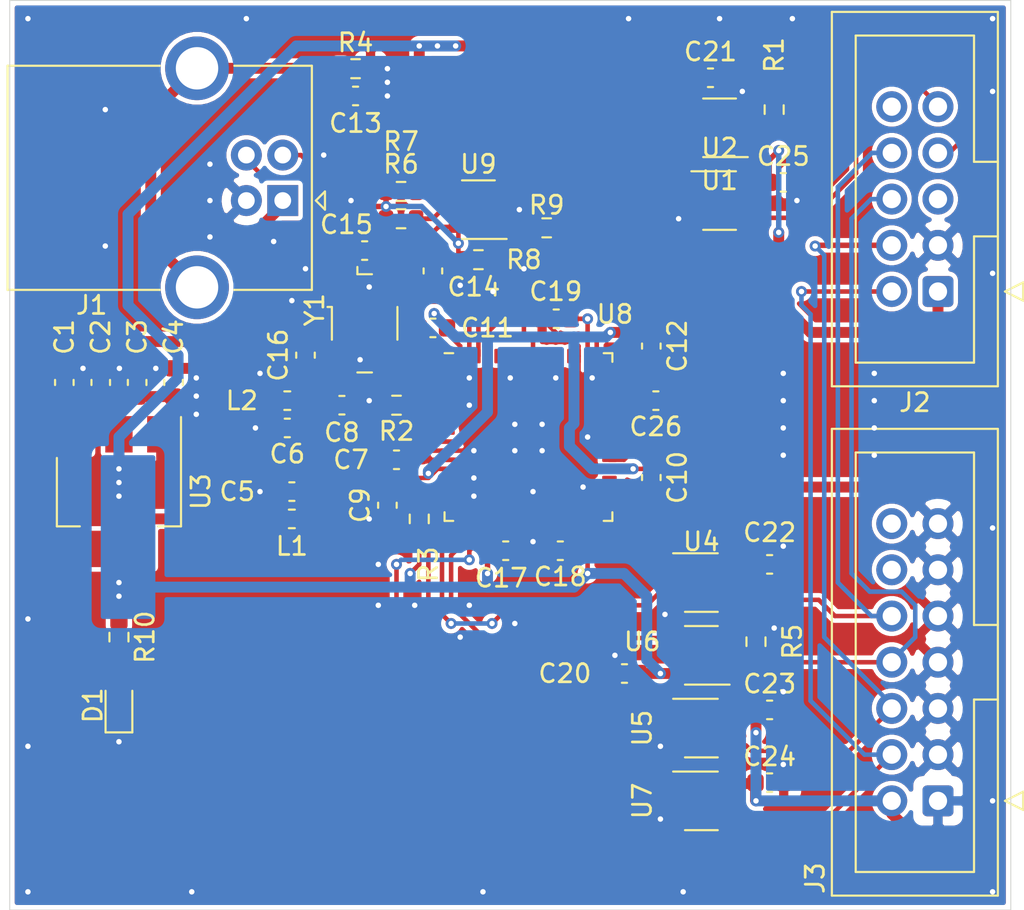
<source format=kicad_pcb>
(kicad_pcb (version 20171130) (host pcbnew 5.1.10)

  (general
    (thickness 1.6)
    (drawings 5)
    (tracks 652)
    (zones 0)
    (modules 54)
    (nets 32)
  )

  (page A4)
  (layers
    (0 F.Cu signal)
    (31 B.Cu signal)
    (32 B.Adhes user)
    (33 F.Adhes user)
    (34 B.Paste user)
    (35 F.Paste user)
    (36 B.SilkS user)
    (37 F.SilkS user)
    (38 B.Mask user)
    (39 F.Mask user)
    (40 Dwgs.User user)
    (41 Cmts.User user)
    (42 Eco1.User user)
    (43 Eco2.User user)
    (44 Edge.Cuts user)
    (45 Margin user)
    (46 B.CrtYd user)
    (47 F.CrtYd user)
    (48 B.Fab user hide)
    (49 F.Fab user hide)
  )

  (setup
    (last_trace_width 0.25)
    (user_trace_width 0.3)
    (user_trace_width 0.6)
    (trace_clearance 0.2)
    (zone_clearance 0.25)
    (zone_45_only no)
    (trace_min 0.25)
    (via_size 0.6)
    (via_drill 0.3)
    (via_min_size 0.4)
    (via_min_drill 0.3)
    (uvia_size 0.3)
    (uvia_drill 0.1)
    (uvias_allowed no)
    (uvia_min_size 0.2)
    (uvia_min_drill 0.1)
    (edge_width 0.05)
    (segment_width 0.2)
    (pcb_text_width 0.3)
    (pcb_text_size 1.5 1.5)
    (mod_edge_width 0.12)
    (mod_text_size 1 1)
    (mod_text_width 0.15)
    (pad_size 4.35 4.35)
    (pad_drill 0)
    (pad_to_mask_clearance 0)
    (aux_axis_origin 0 0)
    (visible_elements FFFFFF7F)
    (pcbplotparams
      (layerselection 0x010fc_ffffffff)
      (usegerberextensions false)
      (usegerberattributes true)
      (usegerberadvancedattributes true)
      (creategerberjobfile true)
      (excludeedgelayer true)
      (linewidth 0.100000)
      (plotframeref false)
      (viasonmask false)
      (mode 1)
      (useauxorigin false)
      (hpglpennumber 1)
      (hpglpenspeed 20)
      (hpglpendiameter 15.000000)
      (psnegative false)
      (psa4output false)
      (plotreference true)
      (plotvalue true)
      (plotinvisibletext false)
      (padsonsilk false)
      (subtractmaskfromsilk false)
      (outputformat 1)
      (mirror false)
      (drillshape 1)
      (scaleselection 1)
      (outputdirectory ""))
  )

  (net 0 "")
  (net 1 GND)
  (net 2 +5V)
  (net 3 +3V3)
  (net 4 /VPLL)
  (net 5 /VPHY)
  (net 6 VCCINT)
  (net 7 "Net-(C13-Pad1)")
  (net 8 "Net-(C15-Pad1)")
  (net 9 "Net-(C16-Pad1)")
  (net 10 VDD)
  (net 11 /D+)
  (net 12 /D-)
  (net 13 /TDI)
  (net 14 /TDO)
  (net 15 /TCK)
  (net 16 /TMS)
  (net 17 /RXD)
  (net 18 "Net-(R2-Pad1)")
  (net 19 "Net-(R3-Pad1)")
  (net 20 "Net-(R6-Pad2)")
  (net 21 "Net-(R7-Pad2)")
  (net 22 "Net-(R8-Pad2)")
  (net 23 "Net-(R9-Pad1)")
  (net 24 /BDBUS1)
  (net 25 /TXD)
  (net 26 /BDBUS0)
  (net 27 "Net-(U4-Pad2)")
  (net 28 "Net-(U5-Pad2)")
  (net 29 "Net-(U6-Pad4)")
  (net 30 "Net-(U7-Pad2)")
  (net 31 "Net-(D1-Pad2)")

  (net_class Default "This is the default net class."
    (clearance 0.2)
    (trace_width 0.25)
    (via_dia 0.6)
    (via_drill 0.3)
    (uvia_dia 0.3)
    (uvia_drill 0.1)
    (add_net +3V3)
    (add_net +5V)
    (add_net /BDBUS0)
    (add_net /BDBUS1)
    (add_net /RXD)
    (add_net /TCK)
    (add_net /TDI)
    (add_net /TDO)
    (add_net /TMS)
    (add_net /TXD)
    (add_net /VPHY)
    (add_net /VPLL)
    (add_net GND)
    (add_net "Net-(C13-Pad1)")
    (add_net "Net-(C15-Pad1)")
    (add_net "Net-(C16-Pad1)")
    (add_net "Net-(D1-Pad2)")
    (add_net "Net-(R2-Pad1)")
    (add_net "Net-(R3-Pad1)")
    (add_net "Net-(R6-Pad2)")
    (add_net "Net-(R7-Pad2)")
    (add_net "Net-(R8-Pad2)")
    (add_net "Net-(R9-Pad1)")
    (add_net "Net-(U4-Pad2)")
    (add_net "Net-(U5-Pad2)")
    (add_net "Net-(U6-Pad4)")
    (add_net "Net-(U7-Pad2)")
    (add_net VCCINT)
    (add_net VDD)
  )

  (net_class USB ""
    (clearance 0.2)
    (trace_width 0.25)
    (via_dia 0.6)
    (via_drill 0.3)
    (uvia_dia 0.3)
    (uvia_drill 0.1)
    (diff_pair_width 0.25)
    (diff_pair_gap 0.25)
    (add_net /D+)
    (add_net /D-)
  )

  (module Resistor_SMD:R_0603_1608Metric (layer F.Cu) (tedit 5F68FEEE) (tstamp 60A1F2E9)
    (at 41 55 270)
    (descr "Resistor SMD 0603 (1608 Metric), square (rectangular) end terminal, IPC_7351 nominal, (Body size source: IPC-SM-782 page 72, https://www.pcb-3d.com/wordpress/wp-content/uploads/ipc-sm-782a_amendment_1_and_2.pdf), generated with kicad-footprint-generator")
    (tags resistor)
    (path /61351E54)
    (attr smd)
    (fp_text reference R10 (at 0 -1.43 90) (layer F.SilkS)
      (effects (font (size 1 1) (thickness 0.15)))
    )
    (fp_text value 470 (at 0 1.43 90) (layer F.Fab)
      (effects (font (size 1 1) (thickness 0.15)))
    )
    (fp_line (start 1.48 0.73) (end -1.48 0.73) (layer F.CrtYd) (width 0.05))
    (fp_line (start 1.48 -0.73) (end 1.48 0.73) (layer F.CrtYd) (width 0.05))
    (fp_line (start -1.48 -0.73) (end 1.48 -0.73) (layer F.CrtYd) (width 0.05))
    (fp_line (start -1.48 0.73) (end -1.48 -0.73) (layer F.CrtYd) (width 0.05))
    (fp_line (start -0.237258 0.5225) (end 0.237258 0.5225) (layer F.SilkS) (width 0.12))
    (fp_line (start -0.237258 -0.5225) (end 0.237258 -0.5225) (layer F.SilkS) (width 0.12))
    (fp_line (start 0.8 0.4125) (end -0.8 0.4125) (layer F.Fab) (width 0.1))
    (fp_line (start 0.8 -0.4125) (end 0.8 0.4125) (layer F.Fab) (width 0.1))
    (fp_line (start -0.8 -0.4125) (end 0.8 -0.4125) (layer F.Fab) (width 0.1))
    (fp_line (start -0.8 0.4125) (end -0.8 -0.4125) (layer F.Fab) (width 0.1))
    (fp_text user %R (at 0 0 90) (layer F.Fab)
      (effects (font (size 0.4 0.4) (thickness 0.06)))
    )
    (pad 2 smd roundrect (at 0.825 0 270) (size 0.8 0.95) (layers F.Cu F.Paste F.Mask) (roundrect_rratio 0.25)
      (net 31 "Net-(D1-Pad2)"))
    (pad 1 smd roundrect (at -0.825 0 270) (size 0.8 0.95) (layers F.Cu F.Paste F.Mask) (roundrect_rratio 0.25)
      (net 3 +3V3))
    (model ${KISYS3DMOD}/Resistor_SMD.3dshapes/R_0603_1608Metric.wrl
      (at (xyz 0 0 0))
      (scale (xyz 1 1 1))
      (rotate (xyz 0 0 0))
    )
  )

  (module LED_SMD:LED_0603_1608Metric (layer F.Cu) (tedit 5F68FEF1) (tstamp 60A1F080)
    (at 41 58.75 90)
    (descr "LED SMD 0603 (1608 Metric), square (rectangular) end terminal, IPC_7351 nominal, (Body size source: http://www.tortai-tech.com/upload/download/2011102023233369053.pdf), generated with kicad-footprint-generator")
    (tags LED)
    (path /61327066)
    (attr smd)
    (fp_text reference D1 (at 0 -1.43 90) (layer F.SilkS)
      (effects (font (size 1 1) (thickness 0.15)))
    )
    (fp_text value Blue (at 0 1.43 90) (layer F.Fab)
      (effects (font (size 1 1) (thickness 0.15)))
    )
    (fp_line (start 1.48 0.73) (end -1.48 0.73) (layer F.CrtYd) (width 0.05))
    (fp_line (start 1.48 -0.73) (end 1.48 0.73) (layer F.CrtYd) (width 0.05))
    (fp_line (start -1.48 -0.73) (end 1.48 -0.73) (layer F.CrtYd) (width 0.05))
    (fp_line (start -1.48 0.73) (end -1.48 -0.73) (layer F.CrtYd) (width 0.05))
    (fp_line (start -1.485 0.735) (end 0.8 0.735) (layer F.SilkS) (width 0.12))
    (fp_line (start -1.485 -0.735) (end -1.485 0.735) (layer F.SilkS) (width 0.12))
    (fp_line (start 0.8 -0.735) (end -1.485 -0.735) (layer F.SilkS) (width 0.12))
    (fp_line (start 0.8 0.4) (end 0.8 -0.4) (layer F.Fab) (width 0.1))
    (fp_line (start -0.8 0.4) (end 0.8 0.4) (layer F.Fab) (width 0.1))
    (fp_line (start -0.8 -0.1) (end -0.8 0.4) (layer F.Fab) (width 0.1))
    (fp_line (start -0.5 -0.4) (end -0.8 -0.1) (layer F.Fab) (width 0.1))
    (fp_line (start 0.8 -0.4) (end -0.5 -0.4) (layer F.Fab) (width 0.1))
    (fp_text user %R (at 0 0 90) (layer F.Fab)
      (effects (font (size 0.4 0.4) (thickness 0.06)))
    )
    (pad 2 smd roundrect (at 0.7875 0 90) (size 0.875 0.95) (layers F.Cu F.Paste F.Mask) (roundrect_rratio 0.25)
      (net 31 "Net-(D1-Pad2)"))
    (pad 1 smd roundrect (at -0.7875 0 90) (size 0.875 0.95) (layers F.Cu F.Paste F.Mask) (roundrect_rratio 0.25)
      (net 1 GND))
    (model ${KISYS3DMOD}/LED_SMD.3dshapes/LED_0603_1608Metric.wrl
      (at (xyz 0 0 0))
      (scale (xyz 1 1 1))
      (rotate (xyz 0 0 0))
    )
  )

  (module shimatta_artwork:shimatta_kanji_10mm_solder_mask (layer F.Cu) (tedit 0) (tstamp 60A1E31A)
    (at 64.25 26.25)
    (fp_text reference G*** (at 0 0) (layer F.SilkS) hide
      (effects (font (size 1.524 1.524) (thickness 0.3)))
    )
    (fp_text value LOGO (at 0.75 0) (layer F.SilkS) hide
      (effects (font (size 1.524 1.524) (thickness 0.3)))
    )
    (fp_poly (pts (xy 4.714395 -0.8769) (xy 4.78388 -0.86582) (xy 4.833603 -0.850022) (xy 4.880848 -0.822861)
      (xy 4.911494 -0.788178) (xy 4.927906 -0.743153) (xy 4.929184 -0.735983) (xy 4.931062 -0.706971)
      (xy 4.923072 -0.684686) (xy 4.909667 -0.666836) (xy 4.890689 -0.647915) (xy 4.867692 -0.633696)
      (xy 4.836589 -0.622641) (xy 4.793292 -0.61321) (xy 4.747846 -0.605906) (xy 4.698694 -0.596073)
      (xy 4.636687 -0.579736) (xy 4.56674 -0.558508) (xy 4.493772 -0.534001) (xy 4.422699 -0.507827)
      (xy 4.358439 -0.4816) (xy 4.33068 -0.469102) (xy 4.294201 -0.452154) (xy 4.26504 -0.438885)
      (xy 4.247234 -0.431115) (xy 4.243722 -0.429846) (xy 4.237223 -0.437264) (xy 4.230421 -0.448742)
      (xy 4.222343 -0.465391) (xy 4.220308 -0.471528) (xy 4.22838 -0.477338) (xy 4.250854 -0.491193)
      (xy 4.28511 -0.511541) (xy 4.328532 -0.536827) (xy 4.378503 -0.565498) (xy 4.3815 -0.567205)
      (xy 4.431797 -0.596151) (xy 4.475684 -0.621993) (xy 4.51054 -0.643139) (xy 4.533742 -0.657996)
      (xy 4.542668 -0.664972) (xy 4.542692 -0.665093) (xy 4.533645 -0.668354) (xy 4.509335 -0.672122)
      (xy 4.474006 -0.675817) (xy 4.450366 -0.677683) (xy 4.407477 -0.679838) (xy 4.366101 -0.679733)
      (xy 4.322579 -0.676971) (xy 4.273248 -0.671155) (xy 4.214446 -0.66189) (xy 4.142511 -0.648779)
      (xy 4.090884 -0.638775) (xy 4.043506 -0.630043) (xy 4.002848 -0.623644) (xy 3.972838 -0.620119)
      (xy 3.957402 -0.620006) (xy 3.956557 -0.620334) (xy 3.949316 -0.633644) (xy 3.946769 -0.653242)
      (xy 3.948484 -0.666875) (xy 3.955898 -0.678254) (xy 3.972415 -0.69008) (xy 4.001436 -0.70505)
      (xy 4.027365 -0.717171) (xy 4.129523 -0.762172) (xy 4.225433 -0.800517) (xy 4.311563 -0.830862)
      (xy 4.377063 -0.850037) (xy 4.461816 -0.867431) (xy 4.549118 -0.877705) (xy 4.634726 -0.880862)
      (xy 4.714395 -0.8769)) (layer F.Mask) (width 0.01))
    (fp_poly (pts (xy 1.650604 -0.814886) (xy 1.727978 -0.808726) (xy 1.793053 -0.797831) (xy 1.81023 -0.793406)
      (xy 1.899824 -0.762403) (xy 1.974615 -0.724253) (xy 2.038733 -0.676652) (xy 2.066192 -0.650526)
      (xy 2.126167 -0.576177) (xy 2.168183 -0.494933) (xy 2.191898 -0.408341) (xy 2.19697 -0.317951)
      (xy 2.18306 -0.225312) (xy 2.169613 -0.180708) (xy 2.13113 -0.100113) (xy 2.075008 -0.025633)
      (xy 2.002339 0.042173) (xy 1.914215 0.102743) (xy 1.81173 0.155519) (xy 1.695975 0.199941)
      (xy 1.568043 0.235447) (xy 1.429027 0.26148) (xy 1.28002 0.277478) (xy 1.274885 0.277832)
      (xy 1.226047 0.281292) (xy 1.176022 0.285076) (xy 1.13415 0.288473) (xy 1.127125 0.289083)
      (xy 1.09417 0.291559) (xy 1.075622 0.290533) (xy 1.066443 0.284419) (xy 1.061595 0.271627)
      (xy 1.060707 0.268148) (xy 1.057065 0.247819) (xy 1.057784 0.238267) (xy 1.068405 0.235107)
      (xy 1.093771 0.229719) (xy 1.129348 0.223031) (xy 1.148625 0.219649) (xy 1.300226 0.187904)
      (xy 1.436364 0.147462) (xy 1.556594 0.098571) (xy 1.66047 0.041479) (xy 1.747548 -0.023568)
      (xy 1.817383 -0.096322) (xy 1.869531 -0.176536) (xy 1.872666 -0.182744) (xy 1.899898 -0.255177)
      (xy 1.91235 -0.329707) (xy 1.910903 -0.403571) (xy 1.896432 -0.474006) (xy 1.869818 -0.53825)
      (xy 1.831938 -0.593539) (xy 1.783671 -0.637111) (xy 1.725894 -0.666203) (xy 1.718193 -0.668641)
      (xy 1.664892 -0.679) (xy 1.600765 -0.683159) (xy 1.533513 -0.681115) (xy 1.470839 -0.672868)
      (xy 1.452141 -0.668701) (xy 1.395858 -0.650331) (xy 1.327701 -0.621188) (xy 1.250878 -0.582923)
      (xy 1.168596 -0.537185) (xy 1.084062 -0.485625) (xy 1.038539 -0.455898) (xy 0.99135 -0.424741)
      (xy 0.948533 -0.397241) (xy 0.913241 -0.375365) (xy 0.888627 -0.361079) (xy 0.879184 -0.356562)
      (xy 0.852674 -0.356911) (xy 0.816595 -0.369468) (xy 0.774454 -0.391923) (xy 0.729758 -0.421967)
      (xy 0.686017 -0.457291) (xy 0.646737 -0.495585) (xy 0.62117 -0.526415) (xy 0.588588 -0.577762)
      (xy 0.572878 -0.620344) (xy 0.573834 -0.654893) (xy 0.580838 -0.669906) (xy 0.594372 -0.685927)
      (xy 0.610035 -0.691787) (xy 0.631601 -0.687028) (xy 0.662843 -0.671194) (xy 0.686196 -0.657182)
      (xy 0.720932 -0.637671) (xy 0.751557 -0.626452) (xy 0.782484 -0.62365) (xy 0.818124 -0.62939)
      (xy 0.862886 -0.643797) (xy 0.912991 -0.663605) (xy 1.036058 -0.710583) (xy 1.16142 -0.751468)
      (xy 1.281419 -0.783832) (xy 1.319252 -0.792381) (xy 1.395255 -0.805058) (xy 1.479186 -0.813041)
      (xy 1.565988 -0.81632) (xy 1.650604 -0.814886)) (layer F.Mask) (width 0.01))
    (fp_poly (pts (xy -3.582865 -1.822007) (xy -3.515241 -1.814199) (xy -3.449153 -1.804227) (xy -3.389301 -1.792958)
      (xy -3.340383 -1.781261) (xy -3.311613 -1.771913) (xy -3.276141 -1.751813) (xy -3.259485 -1.728548)
      (xy -3.26152 -1.703747) (xy -3.282121 -1.67904) (xy -3.320478 -1.656363) (xy -3.360615 -1.638263)
      (xy -3.360615 -0.976923) (xy -3.050826 -0.976923) (xy -2.954163 -1.088964) (xy -2.919806 -1.128001)
      (xy -2.889329 -1.161159) (xy -2.865219 -1.185844) (xy -2.849965 -1.199462) (xy -2.846449 -1.20131)
      (xy -2.835962 -1.194912) (xy -2.814321 -1.177068) (xy -2.784203 -1.150137) (xy -2.748279 -1.116476)
      (xy -2.727541 -1.09646) (xy -2.67764 -1.046194) (xy -2.642082 -1.00633) (xy -2.619782 -0.975279)
      (xy -2.609656 -0.951451) (xy -2.610618 -0.933259) (xy -2.612926 -0.928632) (xy -2.624147 -0.925565)
      (xy -2.653815 -0.923044) (xy -2.702136 -0.921066) (xy -2.769318 -0.919623) (xy -2.855568 -0.918711)
      (xy -2.961091 -0.918323) (xy -2.989961 -0.918308) (xy -3.360615 -0.918308) (xy -3.360615 0.283308)
      (xy -3.129986 0.283308) (xy -3.033787 0.175846) (xy -2.999541 0.138053) (xy -2.969777 0.106078)
      (xy -2.946943 0.082482) (xy -2.933485 0.069827) (xy -2.93114 0.068385) (xy -2.919969 0.07459)
      (xy -2.897693 0.091366) (xy -2.86749 0.115947) (xy -2.832539 0.145572) (xy -2.796016 0.177478)
      (xy -2.761101 0.208901) (xy -2.730971 0.237078) (xy -2.708805 0.259246) (xy -2.700009 0.269337)
      (xy -2.683503 0.294256) (xy -2.67963 0.311194) (xy -2.683326 0.320827) (xy -2.686397 0.323798)
      (xy -2.692458 0.326396) (xy -2.702777 0.328652) (xy -2.718621 0.330596) (xy -2.741255 0.332258)
      (xy -2.771947 0.333668) (xy -2.811963 0.334857) (xy -2.862571 0.335854) (xy -2.925035 0.33669)
      (xy -3.000624 0.337395) (xy -3.090604 0.337999) (xy -3.196241 0.338533) (xy -3.318803 0.339025)
      (xy -3.459555 0.339508) (xy -3.469197 0.339539) (xy -3.610444 0.339985) (xy -3.733438 0.340335)
      (xy -3.839466 0.340559) (xy -3.929812 0.340631) (xy -4.005764 0.340522) (xy -4.068607 0.340206)
      (xy -4.119627 0.339653) (xy -4.16011 0.338837) (xy -4.191341 0.33773) (xy -4.214607 0.336304)
      (xy -4.231193 0.334532) (xy -4.242386 0.332386) (xy -4.24947 0.329837) (xy -4.253733 0.326859)
      (xy -4.256459 0.323424) (xy -4.256999 0.322575) (xy -4.266637 0.303256) (xy -4.269154 0.29321)
      (xy -4.259449 0.290091) (xy -4.230577 0.287546) (xy -4.182901 0.285586) (xy -4.116783 0.284223)
      (xy -4.032588 0.283468) (xy -3.961423 0.283308) (xy -3.653692 0.283308) (xy -3.653692 -0.918308)
      (xy -4.257138 -0.918308) (xy -4.272915 -0.942387) (xy -4.284228 -0.961246) (xy -4.288692 -0.971695)
      (xy -4.279306 -0.972955) (xy -4.252675 -0.974106) (xy -4.211094 -0.97511) (xy -4.156857 -0.975929)
      (xy -4.092259 -0.976526) (xy -4.019594 -0.976862) (xy -3.971192 -0.976923) (xy -3.653692 -0.976923)
      (xy -3.653692 -1.828829) (xy -3.582865 -1.822007)) (layer F.Mask) (width 0.01))
    (fp_poly (pts (xy 3.904032 -0.197936) (xy 3.910454 -0.175775) (xy 3.906745 -0.137905) (xy 3.901871 -0.115807)
      (xy 3.8929 -0.054548) (xy 3.899435 -0.003419) (xy 3.921958 0.039942) (xy 3.937317 0.05743)
      (xy 3.983651 0.090836) (xy 4.046963 0.115775) (xy 4.126609 0.132224) (xy 4.221946 0.140156)
      (xy 4.332331 0.139548) (xy 4.457122 0.130375) (xy 4.595675 0.112611) (xy 4.73652 0.08832)
      (xy 4.805929 0.077784) (xy 4.861782 0.076145) (xy 4.908114 0.083803) (xy 4.948965 0.101158)
      (xy 4.964712 0.11093) (xy 4.998848 0.141606) (xy 5.016099 0.178253) (xy 5.018518 0.225258)
      (xy 5.018467 0.225887) (xy 5.009775 0.268563) (xy 4.990561 0.30448) (xy 4.959619 0.334105)
      (xy 4.915748 0.357905) (xy 4.857744 0.376348) (xy 4.784402 0.389901) (xy 4.694521 0.39903)
      (xy 4.586896 0.404204) (xy 4.557346 0.404928) (xy 4.497057 0.405929) (xy 4.441733 0.406402)
      (xy 4.395039 0.406351) (xy 4.360638 0.405779) (xy 4.342423 0.404722) (xy 4.319441 0.401683)
      (xy 4.28352 0.39706) (xy 4.241108 0.391681) (xy 4.225192 0.389681) (xy 4.115447 0.369458)
      (xy 4.020455 0.338355) (xy 3.940676 0.296748) (xy 3.876572 0.245012) (xy 3.828605 0.183523)
      (xy 3.797235 0.112656) (xy 3.782923 0.032787) (xy 3.782704 0.029266) (xy 3.781224 -0.012946)
      (xy 3.783462 -0.043595) (xy 3.790646 -0.0705) (xy 3.802879 -0.099089) (xy 3.82194 -0.134092)
      (xy 3.843923 -0.166158) (xy 3.865367 -0.190943) (xy 3.882809 -0.2041) (xy 3.887353 -0.205154)
      (xy 3.904032 -0.197936)) (layer F.Mask) (width 0.01))
    (fp_poly (pts (xy 3.669072 -1.737221) (xy 3.723446 -1.720007) (xy 3.781495 -1.694026) (xy 3.838701 -1.661833)
      (xy 3.890541 -1.625982) (xy 3.932494 -1.589028) (xy 3.960041 -1.553525) (xy 3.960753 -1.552219)
      (xy 3.979622 -1.51702) (xy 3.909465 -1.365297) (xy 3.886433 -1.315156) (xy 3.866579 -1.271297)
      (xy 3.851243 -1.236734) (xy 3.841768 -1.214483) (xy 3.839308 -1.207595) (xy 3.847981 -1.202534)
      (xy 3.871822 -1.203135) (xy 3.907564 -1.208592) (xy 3.951939 -1.218096) (xy 4.00168 -1.230838)
      (xy 4.053518 -1.246011) (xy 4.104188 -1.262807) (xy 4.15042 -1.280417) (xy 4.172358 -1.289966)
      (xy 4.219217 -1.310539) (xy 4.254335 -1.322652) (xy 4.283112 -1.327224) (xy 4.310948 -1.325172)
      (xy 4.339677 -1.318416) (xy 4.383852 -1.298692) (xy 4.418931 -1.268658) (xy 4.442336 -1.232142)
      (xy 4.451487 -1.192974) (xy 4.446118 -1.160422) (xy 4.42479 -1.13) (xy 4.385074 -1.100403)
      (xy 4.328114 -1.072009) (xy 4.255054 -1.045195) (xy 4.16704 -1.020337) (xy 4.065217 -0.997812)
      (xy 3.950728 -0.977995) (xy 3.849841 -0.964231) (xy 3.748027 -0.951858) (xy 3.532052 -0.312294)
      (xy 3.495626 -0.204625) (xy 3.460792 -0.10204) (xy 3.428087 -0.0061) (xy 3.398047 0.081637)
      (xy 3.371212 0.159613) (xy 3.348117 0.226269) (xy 3.329301 0.280047) (xy 3.315301 0.319388)
      (xy 3.306653 0.342734) (xy 3.304216 0.348492) (xy 3.274098 0.384177) (xy 3.234429 0.404864)
      (xy 3.189514 0.40933) (xy 3.143659 0.396352) (xy 3.140829 0.394917) (xy 3.091868 0.359768)
      (xy 3.058822 0.313509) (xy 3.041487 0.255781) (xy 3.038541 0.214923) (xy 3.044134 0.164705)
      (xy 3.061975 0.111422) (xy 3.093319 0.052068) (xy 3.129539 -0.002619) (xy 3.158529 -0.046277)
      (xy 3.18709 -0.095478) (xy 3.216473 -0.152808) (xy 3.247929 -0.220855) (xy 3.282711 -0.302203)
      (xy 3.322068 -0.399441) (xy 3.324529 -0.405651) (xy 3.349288 -0.468852) (xy 3.375322 -0.536462)
      (xy 3.401694 -0.605925) (xy 3.427463 -0.674689) (xy 3.451691 -0.740198) (xy 3.47344 -0.799898)
      (xy 3.491769 -0.851234) (xy 3.505741 -0.891653) (xy 3.514415 -0.918599) (xy 3.516923 -0.929052)
      (xy 3.507672 -0.932617) (xy 3.481954 -0.935107) (xy 3.442819 -0.936341) (xy 3.396225 -0.93619)
      (xy 3.344671 -0.935607) (xy 3.307817 -0.936336) (xy 3.280835 -0.939051) (xy 3.258899 -0.944425)
      (xy 3.237179 -0.953132) (xy 3.221605 -0.960548) (xy 3.162098 -0.998983) (xy 3.110358 -1.050347)
      (xy 3.071208 -1.109416) (xy 3.0592 -1.136534) (xy 3.043898 -1.185663) (xy 3.038187 -1.223343)
      (xy 3.041298 -1.248209) (xy 3.052463 -1.2589) (xy 3.070913 -1.25405) (xy 3.09588 -1.232297)
      (xy 3.106299 -1.220086) (xy 3.140948 -1.184785) (xy 3.180552 -1.161374) (xy 3.229381 -1.148184)
      (xy 3.291704 -1.143542) (xy 3.302 -1.143479) (xy 3.358061 -1.144554) (xy 3.414457 -1.147456)
      (xy 3.467586 -1.151798) (xy 3.513847 -1.157193) (xy 3.549637 -1.163256) (xy 3.571356 -1.169599)
      (xy 3.575881 -1.172862) (xy 3.58065 -1.186705) (xy 3.588313 -1.215792) (xy 3.59801 -1.256194)
      (xy 3.608882 -1.303979) (xy 3.620069 -1.355218) (xy 3.630711 -1.40598) (xy 3.639949 -1.452335)
      (xy 3.646923 -1.490354) (xy 3.650558 -1.514241) (xy 3.652583 -1.537485) (xy 3.650057 -1.554486)
      (xy 3.640231 -1.570703) (xy 3.620353 -1.591593) (xy 3.603476 -1.607678) (xy 3.575042 -1.633585)
      (xy 3.549825 -1.654898) (xy 3.533063 -1.667199) (xy 3.53251 -1.667516) (xy 3.519407 -1.681919)
      (xy 3.522214 -1.698894) (xy 3.537965 -1.715961) (xy 3.563697 -1.730641) (xy 3.596443 -1.740453)
      (xy 3.622897 -1.743114) (xy 3.669072 -1.737221)) (layer F.Mask) (width 0.01))
    (fp_poly (pts (xy -4.450314 -1.843074) (xy -4.421207 -1.834144) (xy -4.382284 -1.821098) (xy -4.337733 -1.80544)
      (xy -4.291741 -1.788674) (xy -4.248497 -1.772302) (xy -4.21219 -1.757829) (xy -4.187009 -1.746758)
      (xy -4.184754 -1.745638) (xy -4.138598 -1.719108) (xy -4.111335 -1.695451) (xy -4.102693 -1.673752)
      (xy -4.112396 -1.653093) (xy -4.140172 -1.632559) (xy -4.149481 -1.627556) (xy -4.168557 -1.617176)
      (xy -4.183279 -1.606335) (xy -4.195994 -1.591609) (xy -4.209051 -1.569578) (xy -4.224797 -1.536819)
      (xy -4.24558 -1.489912) (xy -4.248469 -1.483295) (xy -4.274166 -1.426281) (xy -4.305194 -1.360264)
      (xy -4.337634 -1.293449) (xy -4.367399 -1.234364) (xy -4.433745 -1.10592) (xy -4.385642 -1.076017)
      (xy -4.352834 -1.051632) (xy -4.338819 -1.029943) (xy -4.34334 -1.009288) (xy -4.366144 -0.988004)
      (xy -4.37161 -0.98434) (xy -4.405681 -0.962269) (xy -4.405869 -0.258884) (xy -4.406057 0.4445)
      (xy -4.43774 0.466007) (xy -4.488967 0.494274) (xy -4.544054 0.513762) (xy -4.597662 0.523266)
      (xy -4.644454 0.521583) (xy -4.662365 0.516665) (xy -4.689231 0.506372) (xy -4.689231 -0.755182)
      (xy -4.784481 -0.663184) (xy -4.842542 -0.608099) (xy -4.892151 -0.563065) (xy -4.932115 -0.529092)
      (xy -4.96124 -0.507189) (xy -4.978332 -0.498365) (xy -4.979675 -0.498231) (xy -4.994042 -0.504943)
      (xy -5.000311 -0.511035) (xy -5.00264 -0.52155) (xy -4.996358 -0.539837) (xy -4.980248 -0.568519)
      (xy -4.957004 -0.604397) (xy -4.858701 -0.7631) (xy -4.766712 -0.935035) (xy -4.683977 -1.114189)
      (xy -4.613433 -1.294549) (xy -4.598294 -1.338384) (xy -4.578583 -1.400189) (xy -4.557844 -1.470622)
      (xy -4.537235 -1.545225) (xy -4.517912 -1.619537) (xy -4.501029 -1.6891) (xy -4.487744 -1.749453)
      (xy -4.479212 -1.796139) (xy -4.478651 -1.799981) (xy -4.473579 -1.826977) (xy -4.46802 -1.84371)
      (xy -4.465414 -1.846384) (xy -4.450314 -1.843074)) (layer F.Mask) (width 0.01))
    (fp_poly (pts (xy -1.919394 -1.844364) (xy -1.881995 -1.838959) (xy -1.83621 -1.831152) (xy -1.787182 -1.821928)
      (xy -1.740055 -1.812271) (xy -1.699974 -1.803165) (xy -1.672081 -1.795593) (xy -1.665658 -1.793285)
      (xy -1.641617 -1.78009) (xy -1.626567 -1.766036) (xy -1.625347 -1.763663) (xy -1.626838 -1.74347)
      (xy -1.641826 -1.72305) (xy -1.660978 -1.710965) (xy -1.673678 -1.701253) (xy -1.695449 -1.680074)
      (xy -1.722813 -1.650936) (xy -1.742271 -1.629019) (xy -1.808024 -1.553308) (xy -0.594458 -1.553308)
      (xy -0.497222 -1.643673) (xy -0.460879 -1.677064) (xy -0.429285 -1.705373) (xy -0.405355 -1.726043)
      (xy -0.392001 -1.736515) (xy -0.390655 -1.737241) (xy -0.378973 -1.732798) (xy -0.356469 -1.717835)
      (xy -0.326597 -1.69517) (xy -0.292814 -1.66762) (xy -0.258573 -1.638004) (xy -0.227331 -1.609139)
      (xy -0.202541 -1.583843) (xy -0.202446 -1.583738) (xy -0.182214 -1.558813) (xy -0.169009 -1.537693)
      (xy -0.166077 -1.528615) (xy -0.172848 -1.514531) (xy -0.19409 -1.504447) (xy -0.231197 -1.498051)
      (xy -0.285562 -1.495033) (xy -0.318136 -1.494692) (xy -0.420077 -1.494692) (xy -0.420077 -1.318846)
      (xy -0.419978 -1.256308) (xy -0.419487 -1.210659) (xy -0.418317 -1.179249) (xy -0.416179 -1.159428)
      (xy -0.412785 -1.148545) (xy -0.407847 -1.143953) (xy -0.401076 -1.143) (xy -0.400946 -1.143)
      (xy -0.386656 -1.149096) (xy -0.361172 -1.165768) (xy -0.327888 -1.190596) (xy -0.290196 -1.221155)
      (xy -0.283437 -1.226881) (xy -0.185058 -1.310762) (xy -0.10076 -1.243977) (xy -0.050552 -1.202931)
      (xy -0.015414 -1.170918) (xy 0.005972 -1.146334) (xy 0.014925 -1.127576) (xy 0.012767 -1.113042)
      (xy 0.010144 -1.109259) (xy 0.003296 -1.104152) (xy -0.009271 -1.10031) (xy -0.030021 -1.097563)
      (xy -0.061416 -1.095745) (xy -0.105922 -1.094686) (xy -0.166 -1.09422) (xy -0.211235 -1.094154)
      (xy -0.420077 -1.094154) (xy -0.420077 -0.796651) (xy -0.342531 -0.873741) (xy -0.264986 -0.950832)
      (xy -0.208446 -0.912589) (xy -0.167434 -0.882691) (xy -0.128134 -0.850225) (xy -0.093355 -0.817971)
      (xy -0.065901 -0.78871) (xy -0.048579 -0.765224) (xy -0.044196 -0.750292) (xy -0.044312 -0.749955)
      (xy -0.049346 -0.741378) (xy -0.058613 -0.734832) (xy -0.07451 -0.730046) (xy -0.099432 -0.726751)
      (xy -0.135776 -0.724675) (xy -0.185938 -0.72355) (xy -0.252314 -0.723104) (xy -0.282819 -0.723056)
      (xy -0.35028 -0.722753) (xy -0.400068 -0.721869) (xy -0.434048 -0.72028) (xy -0.45408 -0.717863)
      (xy -0.462026 -0.714494) (xy -0.461108 -0.7112) (xy -0.44997 -0.689047) (xy -0.45748 -0.665224)
      (xy -0.478692 -0.644769) (xy -0.508 -0.6239) (xy -0.508 -0.420077) (xy -0.477382 -0.420077)
      (xy -0.461294 -0.422557) (xy -0.442702 -0.431376) (xy -0.418593 -0.448598) (xy -0.385953 -0.47629)
      (xy -0.356469 -0.502961) (xy -0.266175 -0.585845) (xy -0.218568 -0.550365) (xy -0.181106 -0.520775)
      (xy -0.144068 -0.488675) (xy -0.111503 -0.457853) (xy -0.087463 -0.432099) (xy -0.077422 -0.418313)
      (xy -0.075189 -0.398832) (xy -0.083756 -0.386563) (xy -0.091624 -0.381323) (xy -0.105009 -0.377396)
      (xy -0.126449 -0.374606) (xy -0.158481 -0.372774) (xy -0.203641 -0.371725) (xy -0.264466 -0.371281)
      (xy -0.303544 -0.371231) (xy -0.508 -0.371231) (xy -0.508 0) (xy -0.3887 0)
      (xy -0.205168 -0.16847) (xy -0.150791 -0.135523) (xy -0.100701 -0.103092) (xy -0.054861 -0.069559)
      (xy -0.016657 -0.037706) (xy 0.010525 -0.010313) (xy 0.022021 0.006433) (xy 0.027543 0.021071)
      (xy 0.028068 0.032697) (xy 0.021764 0.041653) (xy 0.006799 0.048284) (xy -0.01866 0.052935)
      (xy -0.056445 0.05595) (xy -0.10839 0.057672) (xy -0.176326 0.058445) (xy -0.255867 0.058616)
      (xy -0.508 0.058616) (xy -0.508 0.466604) (xy -0.543753 0.493875) (xy -0.5926 0.523223)
      (xy -0.644919 0.541308) (xy -0.695188 0.546772) (xy -0.732692 0.540297) (xy -0.744774 0.534806)
      (xy -0.754082 0.526462) (xy -0.760975 0.512889) (xy -0.765812 0.491713) (xy -0.768952 0.460557)
      (xy -0.770752 0.417047) (xy -0.771572 0.358808) (xy -0.771769 0.283463) (xy -0.771769 0.058616)
      (xy -1.394753 0.058616) (xy -1.41053 0.034536) (xy -1.421843 0.015678) (xy -1.426308 0.005228)
      (xy -1.417182 0.00317) (xy -1.392375 0.001493) (xy -1.355744 0.000377) (xy -1.313962 0)
      (xy -1.201615 0) (xy -1.201615 -0.371231) (xy -0.957385 -0.371231) (xy -0.957385 0)
      (xy -0.771769 0) (xy -0.771769 -0.371231) (xy -0.957385 -0.371231) (xy -1.201615 -0.371231)
      (xy -1.201615 -0.525857) (xy -1.069823 -0.472967) (xy -1.016817 -0.45199) (xy -0.977102 -0.437427)
      (xy -0.945959 -0.428116) (xy -0.918668 -0.422894) (xy -0.89051 -0.420602) (xy -0.856765 -0.420077)
      (xy -0.771769 -0.420077) (xy -0.771769 -0.722923) (xy -1.634867 -0.722923) (xy -1.61239 -0.698997)
      (xy -1.596848 -0.67546) (xy -1.599367 -0.65576) (xy -1.620531 -0.638413) (xy -1.63965 -0.629608)
      (xy -1.673862 -0.607744) (xy -1.71065 -0.569566) (xy -1.747587 -0.517644) (xy -1.75162 -0.511096)
      (xy -1.75152 -0.505437) (xy -1.74135 -0.501646) (xy -1.718505 -0.499402) (xy -1.680386 -0.498385)
      (xy -1.647158 -0.498231) (xy -1.534883 -0.498231) (xy -1.475412 -0.553291) (xy -1.447839 -0.57803)
      (xy -1.426122 -0.596036) (xy -1.413794 -0.604434) (xy -1.412358 -0.604579) (xy -1.387692 -0.577268)
      (xy -1.357837 -0.542223) (xy -1.32602 -0.503473) (xy -1.295468 -0.46505) (xy -1.269407 -0.430983)
      (xy -1.251065 -0.405304) (xy -1.245244 -0.395856) (xy -1.226039 -0.359747) (xy -1.271127 -0.319085)
      (xy -1.299345 -0.28887) (xy -1.328995 -0.249669) (xy -1.352273 -0.212352) (xy -1.421159 -0.103641)
      (xy -1.507092 0.002805) (xy -1.607579 0.104708) (xy -1.72013 0.199787) (xy -1.842253 0.285763)
      (xy -1.971455 0.360358) (xy -1.987081 0.368319) (xy -2.044203 0.395745) (xy -2.104073 0.422294)
      (xy -2.163731 0.446882) (xy -2.220219 0.468425) (xy -2.270577 0.485838) (xy -2.311847 0.498037)
      (xy -2.341069 0.503939) (xy -2.354601 0.502982) (xy -2.363498 0.492316) (xy -2.35879 0.478308)
      (xy -2.339261 0.459587) (xy -2.303696 0.43478) (xy -2.28232 0.421379) (xy -2.201566 0.368801)
      (xy -2.116594 0.308129) (xy -2.033772 0.244174) (xy -1.95947 0.181745) (xy -1.931654 0.156502)
      (xy -1.893852 0.120358) (xy -1.869903 0.095101) (xy -1.858655 0.079105) (xy -1.858958 0.070742)
      (xy -1.869294 0.068385) (xy -1.890535 0.058644) (xy -1.910327 0.029427) (xy -1.928664 -0.019257)
      (xy -1.935763 -0.04485) (xy -1.953408 -0.103979) (xy -1.973871 -0.15674) (xy -1.995002 -0.197934)
      (xy -2.005168 -0.212598) (xy -2.014656 -0.21693) (xy -2.030514 -0.210297) (xy -2.056217 -0.191185)
      (xy -2.058255 -0.189522) (xy -2.083064 -0.16973) (xy -2.11878 -0.141928) (xy -2.160649 -0.109789)
      (xy -2.203916 -0.076985) (xy -2.204407 -0.076615) (xy -2.248193 -0.044274) (xy -2.279378 -0.022973)
      (xy -2.300428 -0.011315) (xy -2.313811 -0.007902) (xy -2.321099 -0.010522) (xy -2.332834 -0.023783)
      (xy -2.334846 -0.029259) (xy -2.329106 -0.03977) (xy -2.313843 -0.061259) (xy -2.291994 -0.089655)
      (xy -2.284613 -0.098889) (xy -2.22415 -0.179007) (xy -2.161423 -0.271256) (xy -2.147432 -0.293745)
      (xy -1.945254 -0.293745) (xy -1.9178 -0.287849) (xy -1.844396 -0.264231) (xy -1.78592 -0.228069)
      (xy -1.742242 -0.179266) (xy -1.724151 -0.146275) (xy -1.713023 -0.122751) (xy -1.705495 -0.108964)
      (xy -1.704123 -0.107461) (xy -1.698102 -0.115076) (xy -1.684494 -0.135206) (xy -1.66604 -0.163778)
      (xy -1.662664 -0.169109) (xy -1.646605 -0.196) (xy -1.626293 -0.232122) (xy -1.603673 -0.273751)
      (xy -1.58069 -0.317166) (xy -1.559289 -0.358643) (xy -1.541414 -0.394459) (xy -1.52901 -0.420893)
      (xy -1.524021 -0.43422) (xy -1.524 -0.434553) (xy -1.533201 -0.436299) (xy -1.558534 -0.437719)
      (xy -1.596594 -0.438706) (xy -1.643976 -0.439151) (xy -1.668096 -0.439144) (xy -1.812192 -0.438672)
      (xy -1.878723 -0.366208) (xy -1.945254 -0.293745) (xy -2.147432 -0.293745) (xy -2.100448 -0.369266)
      (xy -2.045236 -0.466664) (xy -2.011507 -0.532423) (xy -1.98792 -0.581779) (xy -1.967144 -0.626875)
      (xy -1.950864 -0.663924) (xy -1.940771 -0.689138) (xy -1.938586 -0.696058) (xy -1.93219 -0.722923)
      (xy -2.079233 -0.722923) (xy -2.135866 -0.723061) (xy -2.176183 -0.723763) (xy -2.203404 -0.72546)
      (xy -2.22075 -0.728583) (xy -2.231444 -0.733562) (xy -2.238706 -0.74083) (xy -2.241485 -0.744635)
      (xy -2.252811 -0.763347) (xy -2.256692 -0.773943) (xy -2.247477 -0.776546) (xy -2.222047 -0.778764)
      (xy -2.183723 -0.780432) (xy -2.135827 -0.781382) (xy -2.105269 -0.781538) (xy -1.953846 -0.781538)
      (xy -1.953846 -1.093773) (xy -1.984421 -1.094154) (xy -1.699846 -1.094154) (xy -1.699846 -0.781538)
      (xy -1.524 -0.781538) (xy -1.524 -1.094154) (xy -1.279769 -1.094154) (xy -1.279769 -0.781538)
      (xy -1.103923 -0.781538) (xy -1.103923 -1.094154) (xy -0.849923 -1.094154) (xy -0.849923 -0.781538)
      (xy -0.674077 -0.781538) (xy -0.674077 -1.094154) (xy -0.849923 -1.094154) (xy -1.103923 -1.094154)
      (xy -1.279769 -1.094154) (xy -1.524 -1.094154) (xy -1.699846 -1.094154) (xy -1.984421 -1.094154)
      (xy -2.165144 -1.096406) (xy -2.234576 -1.097334) (xy -2.287068 -1.098347) (xy -2.325216 -1.099726)
      (xy -2.351617 -1.101754) (xy -2.368868 -1.104714) (xy -2.379566 -1.10889) (xy -2.386307 -1.114564)
      (xy -2.391028 -1.121019) (xy -2.405614 -1.143) (xy -1.953846 -1.143) (xy -1.953846 -1.418168)
      (xy -1.980712 -1.397535) (xy -2.032479 -1.359571) (xy -2.090212 -1.320097) (xy -2.146086 -1.284349)
      (xy -2.179002 -1.264853) (xy -2.209919 -1.248152) (xy -2.229037 -1.240688) (xy -2.241103 -1.241303)
      (xy -2.249687 -1.247643) (xy -2.255325 -1.25616) (xy -2.254622 -1.267439) (xy -2.246051 -1.284968)
      (xy -2.228086 -1.312236) (xy -2.210701 -1.336762) (xy -2.140125 -1.443624) (xy -2.111377 -1.494692)
      (xy -1.699846 -1.494692) (xy -1.699846 -1.143) (xy -1.524 -1.143) (xy -1.524 -1.494692)
      (xy -1.279769 -1.494692) (xy -1.279769 -1.143) (xy -1.103923 -1.143) (xy -1.103923 -1.494692)
      (xy -0.849923 -1.494692) (xy -0.849923 -1.143) (xy -0.674077 -1.143) (xy -0.674077 -1.494692)
      (xy -0.849923 -1.494692) (xy -1.103923 -1.494692) (xy -1.279769 -1.494692) (xy -1.524 -1.494692)
      (xy -1.699846 -1.494692) (xy -2.111377 -1.494692) (xy -2.076351 -1.556911) (xy -2.022321 -1.670896)
      (xy -1.980979 -1.779854) (xy -1.977668 -1.790211) (xy -1.964514 -1.825289) (xy -1.952054 -1.843074)
      (xy -1.943264 -1.846384) (xy -1.919394 -1.844364)) (layer F.Mask) (width 0.01))
    (fp_poly (pts (xy -0.802099 1.070158) (xy -0.791846 1.081035) (xy -0.777413 1.111229) (xy -0.782485 1.140329)
      (xy -0.803008 1.164981) (xy -0.831546 1.180305) (xy -0.860061 1.176312) (xy -0.88456 1.158098)
      (xy -0.903765 1.13374) (xy -0.906257 1.111825) (xy -0.892337 1.086106) (xy -0.888291 1.080818)
      (xy -0.861205 1.059245) (xy -0.831005 1.055695) (xy -0.802099 1.070158)) (layer F.Mask) (width 0.01))
    (fp_poly (pts (xy 0.080297 1.3191) (xy 0.125771 1.345358) (xy 0.152577 1.373188) (xy 0.180731 1.410065)
      (xy 0.183814 1.586478) (xy 0.185487 1.650324) (xy 0.187999 1.703674) (xy 0.191173 1.744022)
      (xy 0.194831 1.768864) (xy 0.197222 1.77533) (xy 0.213481 1.783903) (xy 0.238852 1.787753)
      (xy 0.240542 1.787769) (xy 0.263603 1.790132) (xy 0.272652 1.799263) (xy 0.273538 1.807308)
      (xy 0.272556 1.814909) (xy 0.267645 1.820234) (xy 0.255863 1.823685) (xy 0.234266 1.825666)
      (xy 0.199908 1.826583) (xy 0.149847 1.826838) (xy 0.131168 1.826846) (xy 0.075655 1.826666)
      (xy 0.036847 1.825895) (xy 0.011913 1.824188) (xy -0.001977 1.821198) (xy -0.007656 1.81658)
      (xy -0.007955 1.809989) (xy -0.007931 1.809862) (xy 0.003274 1.794552) (xy 0.014766 1.789943)
      (xy 0.040674 1.785404) (xy 0.056786 1.782164) (xy 0.079379 1.77732) (xy 0.076324 1.602575)
      (xy 0.07513 1.540071) (xy 0.073784 1.494035) (xy 0.071875 1.461401) (xy 0.068992 1.4391)
      (xy 0.064727 1.424065) (xy 0.058668 1.413227) (xy 0.050405 1.403519) (xy 0.049585 1.402645)
      (xy 0.018289 1.381785) (xy -0.017565 1.377181) (xy -0.053905 1.387557) (xy -0.086657 1.41164)
      (xy -0.11175 1.448156) (xy -0.114311 1.453926) (xy -0.121097 1.479773) (xy -0.126816 1.519311)
      (xy -0.13124 1.567557) (xy -0.134142 1.619526) (xy -0.135296 1.670235) (xy -0.134473 1.714698)
      (xy -0.131448 1.747932) (xy -0.128291 1.760904) (xy -0.117156 1.779704) (xy -0.099101 1.786984)
      (xy -0.08328 1.787769) (xy -0.059613 1.789922) (xy -0.050013 1.79834) (xy -0.048846 1.807308)
      (xy -0.049861 1.815039) (xy -0.054906 1.820409) (xy -0.066985 1.823845) (xy -0.089101 1.825777)
      (xy -0.124255 1.826634) (xy -0.17545 1.826844) (xy -0.185615 1.826846) (xy -0.239737 1.826701)
      (xy -0.277324 1.825981) (xy -0.301377 1.824255) (xy -0.314901 1.821096) (xy -0.320897 1.816074)
      (xy -0.322369 1.80876) (xy -0.322385 1.807308) (xy -0.318514 1.793788) (xy -0.303445 1.788375)
      (xy -0.288536 1.787769) (xy -0.259067 1.782638) (xy -0.244575 1.768873) (xy -0.240334 1.750826)
      (xy -0.237292 1.717778) (xy -0.235444 1.674231) (xy -0.234785 1.624683) (xy -0.235311 1.573638)
      (xy -0.237015 1.525594) (xy -0.239893 1.485053) (xy -0.243941 1.456516) (xy -0.24492 1.452539)
      (xy -0.263385 1.41075) (xy -0.290501 1.385404) (xy -0.32287 1.377462) (xy -0.368 1.386426)
      (xy -0.404805 1.412769) (xy -0.428846 1.448664) (xy -0.437064 1.467827) (xy -0.442778 1.488226)
      (xy -0.446426 1.513822) (xy -0.448446 1.548578) (xy -0.449276 1.596454) (xy -0.449385 1.63436)
      (xy -0.449479 1.690546) (xy -0.448929 1.730264) (xy -0.44649 1.756574) (xy -0.440914 1.772536)
      (xy -0.430953 1.78121) (xy -0.415362 1.785657) (xy -0.392893 1.788938) (xy -0.385997 1.789943)
      (xy -0.368523 1.799802) (xy -0.3633 1.809862) (xy -0.363534 1.816489) (xy -0.369102 1.821136)
      (xy -0.382836 1.82415) (xy -0.407566 1.825876) (xy -0.446123 1.826659) (xy -0.501341 1.826846)
      (xy -0.502399 1.826846) (xy -0.55779 1.826711) (xy -0.596586 1.826038) (xy -0.621732 1.824421)
      (xy -0.636173 1.821457) (xy -0.642851 1.816742) (xy -0.644711 1.809871) (xy -0.644769 1.807308)
      (xy -0.640779 1.793653) (xy -0.62536 1.788294) (xy -0.611773 1.787769) (xy -0.585868 1.784016)
      (xy -0.568147 1.774918) (xy -0.567592 1.774292) (xy -0.56321 1.76046) (xy -0.560279 1.730646)
      (xy -0.558758 1.683856) (xy -0.558602 1.619099) (xy -0.559069 1.576465) (xy -0.561731 1.392116)
      (xy -0.60325 1.389111) (xy -0.629637 1.385777) (xy -0.641728 1.378715) (xy -0.644761 1.364681)
      (xy -0.644769 1.363385) (xy -0.641762 1.348658) (xy -0.630785 1.338679) (xy -0.608907 1.332599)
      (xy -0.573196 1.329571) (xy -0.525096 1.328749) (xy -0.449385 1.328616) (xy -0.449385 1.398499)
      (xy -0.422975 1.367114) (xy -0.381681 1.331778) (xy -0.333598 1.312588) (xy -0.28274 1.309406)
      (xy -0.233119 1.322094) (xy -0.188746 1.350515) (xy -0.165668 1.375926) (xy -0.144271 1.404867)
      (xy -0.116038 1.372711) (xy -0.072184 1.335499) (xy -0.022379 1.314164) (xy 0.029681 1.3087)
      (xy 0.080297 1.3191)) (layer F.Mask) (width 0.01))
    (fp_poly (pts (xy -0.791308 1.541671) (xy -0.79114 1.616724) (xy -0.790274 1.674548) (xy -0.788164 1.717452)
      (xy -0.784266 1.747744) (xy -0.778034 1.767735) (xy -0.768923 1.779731) (xy -0.756389 1.786044)
      (xy -0.739886 1.788981) (xy -0.732772 1.789665) (xy -0.705556 1.796467) (xy -0.695421 1.80975)
      (xy -0.695628 1.81631) (xy -0.700994 1.820947) (xy -0.714308 1.82399) (xy -0.738353 1.825767)
      (xy -0.775917 1.826609) (xy -0.829783 1.826843) (xy -0.840154 1.826846) (xy -0.896902 1.826679)
      (xy -0.936899 1.825957) (xy -0.96293 1.824353) (xy -0.977782 1.821535) (xy -0.984238 1.817177)
      (xy -0.985086 1.810948) (xy -0.984886 1.80975) (xy -0.97342 1.795751) (xy -0.947535 1.789665)
      (xy -0.927021 1.786674) (xy -0.911938 1.780045) (xy -0.901459 1.767116) (xy -0.894754 1.745221)
      (xy -0.890995 1.711698) (xy -0.889353 1.663884) (xy -0.889 1.601508) (xy -0.889384 1.54625)
      (xy -0.890442 1.495701) (xy -0.892032 1.454098) (xy -0.894015 1.425682) (xy -0.895106 1.41776)
      (xy -0.900096 1.399466) (xy -0.909311 1.390477) (xy -0.928545 1.387501) (xy -0.948837 1.387231)
      (xy -0.977413 1.386342) (xy -0.991501 1.382043) (xy -0.996126 1.371885) (xy -0.996462 1.364029)
      (xy -0.992671 1.349345) (xy -0.979576 1.33915) (xy -0.954592 1.332756) (xy -0.915134 1.329476)
      (xy -0.863356 1.328616) (xy -0.791308 1.328616) (xy -0.791308 1.541671)) (layer F.Mask) (width 0.01))
    (fp_poly (pts (xy -1.455615 1.215473) (xy -1.450731 1.398336) (xy -1.421423 1.367157) (xy -1.376353 1.331405)
      (xy -1.326607 1.312133) (xy -1.275539 1.308504) (xy -1.226501 1.31968) (xy -1.182846 1.344823)
      (xy -1.147927 1.383095) (xy -1.125098 1.433658) (xy -1.123046 1.441718) (xy -1.119874 1.465079)
      (xy -1.117169 1.503375) (xy -1.115156 1.552) (xy -1.114058 1.606352) (xy -1.113925 1.628833)
      (xy -1.113934 1.686246) (xy -1.11338 1.727126) (xy -1.11108 1.754472) (xy -1.10585 1.771281)
      (xy -1.096506 1.780548) (xy -1.081867 1.785271) (xy -1.060747 1.788448) (xy -1.050305 1.789943)
      (xy -1.03283 1.799802) (xy -1.027608 1.809862) (xy -1.027842 1.816489) (xy -1.03341 1.821136)
      (xy -1.047143 1.82415) (xy -1.071873 1.825876) (xy -1.110431 1.826659) (xy -1.165648 1.826846)
      (xy -1.166707 1.826846) (xy -1.222097 1.826711) (xy -1.260894 1.826038) (xy -1.28604 1.824421)
      (xy -1.30048 1.821457) (xy -1.307159 1.816742) (xy -1.309018 1.809871) (xy -1.309077 1.807308)
      (xy -1.304974 1.793528) (xy -1.289229 1.788224) (xy -1.276839 1.787769) (xy -1.25665 1.786726)
      (xy -1.24203 1.781795) (xy -1.232084 1.770273) (xy -1.225917 1.749459) (xy -1.222637 1.716651)
      (xy -1.22135 1.669146) (xy -1.221154 1.619425) (xy -1.222023 1.550012) (xy -1.22506 1.497159)
      (xy -1.230911 1.457944) (xy -1.240222 1.429447) (xy -1.253639 1.408749) (xy -1.271142 1.393392)
      (xy -1.306881 1.379323) (xy -1.346249 1.381693) (xy -1.384996 1.399063) (xy -1.418873 1.429993)
      (xy -1.431192 1.447614) (xy -1.439055 1.463151) (xy -1.44473 1.481935) (xy -1.448683 1.507586)
      (xy -1.451382 1.543727) (xy -1.453292 1.593978) (xy -1.454095 1.625431) (xy -1.455257 1.685008)
      (xy -1.45493 1.727828) (xy -1.452182 1.756663) (xy -1.446076 1.774287) (xy -1.43568 1.783474)
      (xy -1.420057 1.786995) (xy -1.399442 1.78762) (xy -1.376896 1.790323) (xy -1.368343 1.800256)
      (xy -1.367692 1.807308) (xy -1.368675 1.814909) (xy -1.373585 1.820234) (xy -1.385367 1.823685)
      (xy -1.406965 1.825666) (xy -1.441322 1.826583) (xy -1.491383 1.826838) (xy -1.510063 1.826846)
      (xy -1.565576 1.826666) (xy -1.604384 1.825895) (xy -1.629317 1.824188) (xy -1.643208 1.821198)
      (xy -1.648887 1.81658) (xy -1.649186 1.809989) (xy -1.649162 1.809862) (xy -1.637956 1.794552)
      (xy -1.626465 1.789943) (xy -1.600387 1.785385) (xy -1.584931 1.782287) (xy -1.562824 1.777564)
      (xy -1.565393 1.438302) (xy -1.567962 1.099039) (xy -1.614365 1.096061) (xy -1.6426 1.093155)
      (xy -1.65633 1.087339) (xy -1.660586 1.075813) (xy -1.660769 1.070241) (xy -1.659089 1.056138)
      (xy -1.651888 1.04659) (xy -1.635928 1.040587) (xy -1.607967 1.037118) (xy -1.564767 1.035173)
      (xy -1.546808 1.034698) (xy -1.4605 1.03261) (xy -1.455615 1.215473)) (layer F.Mask) (width 0.01))
    (fp_poly (pts (xy 2.067017 1.312015) (xy 2.091074 1.317656) (xy 2.115093 1.328184) (xy 2.119351 1.330379)
      (xy 2.147999 1.346455) (xy 2.169267 1.362613) (xy 2.184314 1.38202) (xy 2.194299 1.407842)
      (xy 2.200379 1.443246) (xy 2.203714 1.491396) (xy 2.205462 1.55546) (xy 2.205652 1.56621)
      (xy 2.206886 1.634499) (xy 2.208354 1.685635) (xy 2.210672 1.721998) (xy 2.214456 1.745971)
      (xy 2.220321 1.759934) (xy 2.228883 1.766269) (xy 2.240758 1.767357) (xy 2.256562 1.76558)
      (xy 2.257183 1.765496) (xy 2.2874 1.764126) (xy 2.301366 1.77125) (xy 2.300944 1.788041)
      (xy 2.299502 1.792134) (xy 2.282756 1.811763) (xy 2.252528 1.827163) (xy 2.21481 1.835705)
      (xy 2.198095 1.836616) (xy 2.165222 1.832505) (xy 2.140837 1.817535) (xy 2.13411 1.810766)
      (xy 2.118195 1.791346) (xy 2.110332 1.777346) (xy 2.110154 1.776076) (xy 2.103393 1.775971)
      (xy 2.086279 1.785859) (xy 2.075981 1.793301) (xy 2.018762 1.826325) (xy 1.956762 1.843577)
      (xy 1.894263 1.844524) (xy 1.83555 1.828632) (xy 1.82662 1.824404) (xy 1.78778 1.795174)
      (xy 1.765426 1.756208) (xy 1.760635 1.709667) (xy 1.762569 1.695669) (xy 1.762917 1.694639)
      (xy 1.875692 1.694639) (xy 1.882946 1.738312) (xy 1.90319 1.768727) (xy 1.934148 1.784818)
      (xy 1.973544 1.785521) (xy 2.0191 1.769771) (xy 2.027115 1.765481) (xy 2.065577 1.734584)
      (xy 2.089543 1.692505) (xy 2.099829 1.637617) (xy 2.100369 1.619064) (xy 2.100385 1.562705)
      (xy 2.073519 1.568707) (xy 2.002641 1.586563) (xy 1.949443 1.60502) (xy 1.912071 1.625257)
      (xy 1.888675 1.648452) (xy 1.877405 1.675784) (xy 1.875692 1.694639) (xy 1.762917 1.694639)
      (xy 1.775241 1.658177) (xy 1.799184 1.625607) (xy 1.835942 1.597087) (xy 1.887055 1.571743)
      (xy 1.954065 1.5487) (xy 2.038515 1.527086) (xy 2.073519 1.519478) (xy 2.091119 1.51337)
      (xy 2.098748 1.500718) (xy 2.100385 1.475604) (xy 2.095153 1.427605) (xy 2.078669 1.393815)
      (xy 2.052443 1.373045) (xy 2.013304 1.361056) (xy 1.967038 1.358661) (xy 1.923753 1.36625)
      (xy 1.919185 1.367871) (xy 1.900754 1.378362) (xy 1.897388 1.393896) (xy 1.89901 1.402063)
      (xy 1.906334 1.431636) (xy 1.910841 1.449775) (xy 1.90831 1.475393) (xy 1.891704 1.498124)
      (xy 1.866273 1.512219) (xy 1.851978 1.514231) (xy 1.827936 1.505801) (xy 1.805532 1.484928)
      (xy 1.790661 1.458238) (xy 1.787806 1.442086) (xy 1.796395 1.409192) (xy 1.81924 1.375487)
      (xy 1.852116 1.346505) (xy 1.867982 1.337029) (xy 1.901035 1.323791) (xy 1.941599 1.315663)
      (xy 1.992923 1.311533) (xy 2.036455 1.310295) (xy 2.067017 1.312015)) (layer F.Mask) (width 0.01))
    (fp_poly (pts (xy 1.488944 1.110289) (xy 1.494525 1.116945) (xy 1.498106 1.132096) (xy 1.500339 1.159063)
      (xy 1.501878 1.201166) (xy 1.502339 1.218712) (xy 1.505101 1.328616) (xy 1.582935 1.328616)
      (xy 1.6216 1.328878) (xy 1.644721 1.330503) (xy 1.656293 1.334742) (xy 1.66031 1.342849)
      (xy 1.660769 1.353039) (xy 1.659936 1.365151) (xy 1.65478 1.372404) (xy 1.641314 1.376043)
      (xy 1.615552 1.377313) (xy 1.582615 1.377462) (xy 1.504461 1.377462) (xy 1.504461 1.558192)
      (xy 1.504599 1.622242) (xy 1.5052 1.669671) (xy 1.50655 1.703395) (xy 1.508932 1.726331)
      (xy 1.512633 1.741394) (xy 1.517936 1.751503) (xy 1.524 1.758462) (xy 1.553175 1.776093)
      (xy 1.584057 1.77626) (xy 1.611666 1.759856) (xy 1.625783 1.740182) (xy 1.635945 1.713599)
      (xy 1.644478 1.680299) (xy 1.645819 1.672981) (xy 1.651731 1.646626) (xy 1.660436 1.634536)
      (xy 1.675946 1.631473) (xy 1.677642 1.631462) (xy 1.69222 1.632603) (xy 1.698789 1.63934)
      (xy 1.699297 1.656642) (xy 1.696783 1.680302) (xy 1.682886 1.743441) (xy 1.657693 1.790854)
      (xy 1.620651 1.823134) (xy 1.571209 1.840874) (xy 1.544177 1.844314) (xy 1.50807 1.844991)
      (xy 1.482071 1.839541) (xy 1.457198 1.825996) (xy 1.455615 1.82493) (xy 1.437063 1.81038)
      (xy 1.422919 1.793322) (xy 1.412591 1.771022) (xy 1.405489 1.740747) (xy 1.401022 1.699763)
      (xy 1.398599 1.645336) (xy 1.39763 1.574735) (xy 1.397551 1.556312) (xy 1.397 1.378585)
      (xy 1.355481 1.375581) (xy 1.327979 1.371614) (xy 1.314897 1.363255) (xy 1.311576 1.353039)
      (xy 1.315704 1.337223) (xy 1.334351 1.32219) (xy 1.350145 1.313962) (xy 1.38592 1.292045)
      (xy 1.412117 1.263056) (xy 1.431723 1.222652) (xy 1.445662 1.17518) (xy 1.45552 1.139038)
      (xy 1.464372 1.118497) (xy 1.474178 1.109844) (xy 1.48071 1.108808) (xy 1.488944 1.110289)) (layer F.Mask) (width 0.01))
    (fp_poly (pts (xy 1.067389 1.108152) (xy 1.073653 1.114475) (xy 1.077607 1.128178) (xy 1.079988 1.152711)
      (xy 1.081536 1.191523) (xy 1.082262 1.218712) (xy 1.085024 1.328616) (xy 1.163538 1.328616)
      (xy 1.202366 1.3289) (xy 1.225462 1.330495) (xy 1.23663 1.334508) (xy 1.239675 1.342049)
      (xy 1.238929 1.350596) (xy 1.235823 1.361747) (xy 1.227612 1.368592) (xy 1.210101 1.372452)
      (xy 1.179094 1.37465) (xy 1.160096 1.37543) (xy 1.084385 1.378284) (xy 1.084385 1.55643)
      (xy 1.084671 1.622622) (xy 1.085671 1.672073) (xy 1.087598 1.707571) (xy 1.090664 1.731905)
      (xy 1.09508 1.747866) (xy 1.099592 1.756288) (xy 1.121883 1.774299) (xy 1.148938 1.776923)
      (xy 1.176351 1.766026) (xy 1.199718 1.743476) (xy 1.214633 1.711137) (xy 1.215545 1.707173)
      (xy 1.22186 1.676871) (xy 1.226224 1.655885) (xy 1.235543 1.636856) (xy 1.256152 1.631464)
      (xy 1.256791 1.631462) (xy 1.271513 1.632447) (xy 1.278247 1.638659) (xy 1.278807 1.654982)
      (xy 1.275582 1.681998) (xy 1.26038 1.743784) (xy 1.232522 1.791452) (xy 1.191026 1.826549)
      (xy 1.18012 1.832659) (xy 1.145866 1.843001) (xy 1.104011 1.845687) (xy 1.064409 1.840618)
      (xy 1.046249 1.834029) (xy 1.023745 1.8175) (xy 1.002423 1.794593) (xy 1.002288 1.794411)
      (xy 0.995239 1.783637) (xy 0.989937 1.770968) (xy 0.986075 1.753497) (xy 0.983345 1.728317)
      (xy 0.98144 1.692522) (xy 0.980054 1.643206) (xy 0.978878 1.577463) (xy 0.978796 1.572161)
      (xy 0.975784 1.377462) (xy 0.932392 1.377462) (xy 0.905449 1.376377) (xy 0.892769 1.371235)
      (xy 0.889118 1.359204) (xy 0.889 1.353994) (xy 0.894585 1.334751) (xy 0.914328 1.321845)
      (xy 0.92033 1.319605) (xy 0.958438 1.29963) (xy 0.987906 1.268085) (xy 1.010137 1.222673)
      (xy 1.026541 1.161099) (xy 1.030398 1.139951) (xy 1.036325 1.115595) (xy 1.045494 1.105989)
      (xy 1.058076 1.105759) (xy 1.067389 1.108152)) (layer F.Mask) (width 0.01))
    (fp_poly (pts (xy 0.640944 1.312618) (xy 0.67704 1.319504) (xy 0.709375 1.333293) (xy 0.740902 1.35388)
      (xy 0.745424 1.357713) (xy 0.776654 1.385604) (xy 0.781782 1.564706) (xy 0.783857 1.622571)
      (xy 0.786497 1.674136) (xy 0.789465 1.716036) (xy 0.792525 1.744908) (xy 0.79526 1.757136)
      (xy 0.810932 1.766015) (xy 0.84142 1.765392) (xy 0.866266 1.76353) (xy 0.877171 1.76799)
      (xy 0.879231 1.777416) (xy 0.870113 1.801327) (xy 0.844983 1.820342) (xy 0.807181 1.832279)
      (xy 0.792135 1.834328) (xy 0.760728 1.835756) (xy 0.740346 1.830993) (xy 0.722902 1.817897)
      (xy 0.72021 1.815253) (xy 0.702591 1.795118) (xy 0.692224 1.778656) (xy 0.691979 1.777976)
      (xy 0.684959 1.772802) (xy 0.669292 1.779728) (xy 0.649017 1.79442) (xy 0.618564 1.81506)
      (xy 0.58745 1.831466) (xy 0.577369 1.835408) (xy 0.533609 1.844151) (xy 0.484536 1.845295)
      (xy 0.438788 1.839118) (xy 0.412345 1.830092) (xy 0.372494 1.802851) (xy 0.349635 1.767447)
      (xy 0.341942 1.720977) (xy 0.341923 1.718095) (xy 0.343126 1.700515) (xy 0.455607 1.700515)
      (xy 0.457835 1.73071) (xy 0.469349 1.752095) (xy 0.48304 1.765362) (xy 0.507125 1.781844)
      (xy 0.532 1.786258) (xy 0.550438 1.78465) (xy 0.58274 1.776437) (xy 0.610963 1.763138)
      (xy 0.614012 1.761016) (xy 0.645603 1.732311) (xy 0.665621 1.699528) (xy 0.677036 1.656731)
      (xy 0.680628 1.627794) (xy 0.683522 1.592705) (xy 0.683443 1.573158) (xy 0.679617 1.565278)
      (xy 0.671269 1.565193) (xy 0.668269 1.565968) (xy 0.648488 1.570944) (xy 0.617794 1.578137)
      (xy 0.595923 1.583073) (xy 0.536922 1.599909) (xy 0.495378 1.621103) (xy 0.469412 1.648229)
      (xy 0.457142 1.682862) (xy 0.455607 1.700515) (xy 0.343126 1.700515) (xy 0.344116 1.686059)
      (xy 0.353266 1.661888) (xy 0.373232 1.635965) (xy 0.376197 1.632658) (xy 0.40625 1.605269)
      (xy 0.444581 1.581703) (xy 0.4938 1.560914) (xy 0.556523 1.541856) (xy 0.635361 1.523484)
      (xy 0.663059 1.517848) (xy 0.676458 1.513728) (xy 0.682332 1.50481) (xy 0.682301 1.485745)
      (xy 0.679595 1.463209) (xy 0.674002 1.43082) (xy 0.667225 1.404589) (xy 0.663822 1.396093)
      (xy 0.644922 1.378737) (xy 0.61268 1.366075) (xy 0.573062 1.359819) (xy 0.540027 1.360581)
      (xy 0.500622 1.369239) (xy 0.478247 1.383995) (xy 0.473727 1.40413) (xy 0.477739 1.414757)
      (xy 0.487636 1.447797) (xy 0.483358 1.477167) (xy 0.468279 1.499765) (xy 0.445775 1.512488)
      (xy 0.419223 1.512233) (xy 0.391997 1.495897) (xy 0.390769 1.494692) (xy 0.373401 1.465279)
      (xy 0.372129 1.431335) (xy 0.385222 1.396326) (xy 0.410949 1.363713) (xy 0.447576 1.336962)
      (xy 0.475841 1.324549) (xy 0.525279 1.313638) (xy 0.58351 1.309581) (xy 0.640944 1.312618)) (layer F.Mask) (width 0.01))
    (fp_poly (pts (xy -1.974371 1.038841) (xy -1.921286 1.053288) (xy -1.872623 1.079719) (xy -1.866195 1.084191)
      (xy -1.838293 1.104059) (xy -1.817119 1.069799) (xy -1.79976 1.048167) (xy -1.782486 1.036309)
      (xy -1.778291 1.035539) (xy -1.768206 1.038583) (xy -1.760646 1.049319) (xy -1.755185 1.070154)
      (xy -1.7514 1.103496) (xy -1.748865 1.15175) (xy -1.747273 1.211385) (xy -1.746474 1.259613)
      (xy -1.746752 1.291726) (xy -1.748675 1.311141) (xy -1.75281 1.321274) (xy -1.759723 1.325542)
      (xy -1.766441 1.326858) (xy -1.786978 1.322585) (xy -1.793979 1.312205) (xy -1.82301 1.2417)
      (xy -1.856701 1.183639) (xy -1.890646 1.143766) (xy -1.936773 1.110849) (xy -1.98647 1.091476)
      (xy -2.036678 1.08492) (xy -2.084334 1.090454) (xy -2.126379 1.107351) (xy -2.159752 1.134885)
      (xy -2.181392 1.172328) (xy -2.188308 1.214467) (xy -2.182791 1.248681) (xy -2.165175 1.278144)
      (xy -2.133859 1.30396) (xy -2.087242 1.327231) (xy -2.023723 1.349063) (xy -1.972988 1.362908)
      (xy -1.926945 1.37512) (xy -1.884295 1.387388) (xy -1.85095 1.397965) (xy -1.837224 1.403038)
      (xy -1.783941 1.43521) (xy -1.7442 1.480643) (xy -1.719152 1.537493) (xy -1.709948 1.603912)
      (xy -1.709925 1.607039) (xy -1.718324 1.675881) (xy -1.743018 1.735267) (xy -1.782805 1.783525)
      (xy -1.836485 1.818985) (xy -1.87192 1.832554) (xy -1.918944 1.841854) (xy -1.97371 1.845409)
      (xy -2.028119 1.84323) (xy -2.074074 1.835326) (xy -2.083751 1.832294) (xy -2.116174 1.818033)
      (xy -2.150925 1.79893) (xy -2.159336 1.793591) (xy -2.197825 1.76812) (xy -2.219932 1.802247)
      (xy -2.24036 1.826752) (xy -2.262088 1.836076) (xy -2.268904 1.836495) (xy -2.295769 1.836616)
      (xy -2.295769 1.524) (xy -2.272298 1.524) (xy -2.259227 1.52626) (xy -2.249254 1.535687)
      (xy -2.239777 1.556254) (xy -2.228545 1.590772) (xy -2.200232 1.656354) (xy -2.159137 1.713395)
      (xy -2.108703 1.757526) (xy -2.086983 1.770431) (xy -2.043168 1.785715) (xy -1.991547 1.792606)
      (xy -1.939352 1.79103) (xy -1.893813 1.780914) (xy -1.875726 1.772587) (xy -1.835146 1.739209)
      (xy -1.80866 1.697192) (xy -1.797641 1.650585) (xy -1.803458 1.603433) (xy -1.811693 1.583581)
      (xy -1.823542 1.564842) (xy -1.839561 1.549289) (xy -1.86277 1.535442) (xy -1.896185 1.521824)
      (xy -1.942823 1.506956) (xy -2.001869 1.490396) (xy -2.070514 1.470952) (xy -2.12321 1.453777)
      (xy -2.163196 1.437447) (xy -2.193709 1.420542) (xy -2.217988 1.401639) (xy -2.229206 1.390568)
      (xy -2.258638 1.349794) (xy -2.273428 1.302837) (xy -2.276231 1.263171) (xy -2.268182 1.193355)
      (xy -2.244667 1.13505) (xy -2.206631 1.089166) (xy -2.155021 1.056615) (xy -2.090784 1.038307)
      (xy -2.038549 1.034453) (xy -1.974371 1.038841)) (layer F.Mask) (width 0.01))
  )

  (module shimatta_artwork:shimatta_kanji_20mm_solder_mask (layer B.Cu) (tedit 0) (tstamp 60A1D825)
    (at 53.75 61.75 180)
    (fp_text reference G*** (at 0 0) (layer B.SilkS) hide
      (effects (font (size 1.524 1.524) (thickness 0.3)) (justify mirror))
    )
    (fp_text value LOGO (at 0.75 0) (layer B.SilkS) hide
      (effects (font (size 1.524 1.524) (thickness 0.3)) (justify mirror))
    )
    (fp_poly (pts (xy 9.428791 1.753801) (xy 9.567761 1.731641) (xy 9.667206 1.700045) (xy 9.761697 1.645722)
      (xy 9.822989 1.576357) (xy 9.855813 1.486306) (xy 9.858368 1.471966) (xy 9.862124 1.413942)
      (xy 9.846144 1.369373) (xy 9.819335 1.333673) (xy 9.781378 1.29583) (xy 9.735384 1.267393)
      (xy 9.673178 1.245282) (xy 9.586585 1.22642) (xy 9.495693 1.211812) (xy 9.397389 1.192146)
      (xy 9.273374 1.159472) (xy 9.133481 1.117016) (xy 8.987545 1.068002) (xy 8.845399 1.015655)
      (xy 8.716878 0.963201) (xy 8.66136 0.938204) (xy 8.588402 0.904309) (xy 8.53008 0.87777)
      (xy 8.494468 0.862231) (xy 8.487445 0.859693) (xy 8.474447 0.874529) (xy 8.460842 0.897485)
      (xy 8.444687 0.930782) (xy 8.440616 0.943057) (xy 8.456761 0.954676) (xy 8.501708 0.982387)
      (xy 8.57022 1.023082) (xy 8.657065 1.073654) (xy 8.757007 1.130996) (xy 8.763 1.13441)
      (xy 8.863594 1.192303) (xy 8.951369 1.243987) (xy 9.021081 1.286279) (xy 9.067485 1.315993)
      (xy 9.085336 1.329944) (xy 9.085385 1.330186) (xy 9.067291 1.336709) (xy 9.018671 1.344245)
      (xy 8.948012 1.351635) (xy 8.900733 1.355366) (xy 8.814954 1.359677) (xy 8.732203 1.359467)
      (xy 8.645159 1.353943) (xy 8.546496 1.342311) (xy 8.428892 1.323781) (xy 8.285022 1.297558)
      (xy 8.181769 1.277551) (xy 8.087012 1.260086) (xy 8.005697 1.247289) (xy 7.945677 1.240239)
      (xy 7.914804 1.240013) (xy 7.913115 1.240669) (xy 7.898633 1.267289) (xy 7.893539 1.306485)
      (xy 7.896969 1.33375) (xy 7.911797 1.356509) (xy 7.94483 1.38016) (xy 8.002873 1.410101)
      (xy 8.054731 1.434343) (xy 8.259047 1.524345) (xy 8.450867 1.601035) (xy 8.623126 1.661725)
      (xy 8.754126 1.700075) (xy 8.923632 1.734862) (xy 9.098237 1.755411) (xy 9.269453 1.761724)
      (xy 9.428791 1.753801)) (layer B.Mask) (width 0.01))
    (fp_poly (pts (xy 3.301209 1.629772) (xy 3.455957 1.617452) (xy 3.586106 1.595662) (xy 3.620461 1.586813)
      (xy 3.799648 1.524806) (xy 3.949231 1.448506) (xy 4.077466 1.353305) (xy 4.132385 1.301052)
      (xy 4.252335 1.152355) (xy 4.336366 0.989866) (xy 4.383796 0.816683) (xy 4.393941 0.635903)
      (xy 4.366121 0.450625) (xy 4.339226 0.361417) (xy 4.262261 0.200227) (xy 4.150017 0.051266)
      (xy 4.004678 -0.084345) (xy 3.828431 -0.205486) (xy 3.62346 -0.311038) (xy 3.39195 -0.399881)
      (xy 3.136087 -0.470894) (xy 2.858055 -0.522959) (xy 2.56004 -0.554955) (xy 2.54977 -0.555664)
      (xy 2.452095 -0.562584) (xy 2.352045 -0.570151) (xy 2.268301 -0.576945) (xy 2.254251 -0.578165)
      (xy 2.188341 -0.583117) (xy 2.151245 -0.581066) (xy 2.132887 -0.568837) (xy 2.123191 -0.543254)
      (xy 2.121415 -0.536295) (xy 2.114131 -0.495637) (xy 2.115569 -0.476534) (xy 2.13681 -0.470214)
      (xy 2.187543 -0.459437) (xy 2.258697 -0.446062) (xy 2.29725 -0.439298) (xy 2.600453 -0.375807)
      (xy 2.872729 -0.294923) (xy 3.113188 -0.197142) (xy 3.32094 -0.082957) (xy 3.495097 0.047136)
      (xy 3.634767 0.192644) (xy 3.739062 0.353072) (xy 3.745332 0.365489) (xy 3.799796 0.510355)
      (xy 3.824701 0.659415) (xy 3.821806 0.807143) (xy 3.792865 0.948013) (xy 3.739637 1.0765)
      (xy 3.663877 1.187078) (xy 3.567342 1.274223) (xy 3.451789 1.332407) (xy 3.436387 1.337282)
      (xy 3.329785 1.358) (xy 3.20153 1.366318) (xy 3.067026 1.362231) (xy 2.941678 1.345736)
      (xy 2.904282 1.337402) (xy 2.791716 1.300662) (xy 2.655402 1.242376) (xy 2.501756 1.165846)
      (xy 2.337192 1.074371) (xy 2.168124 0.971251) (xy 2.077079 0.911797) (xy 1.982701 0.849482)
      (xy 1.897066 0.794483) (xy 1.826482 0.750731) (xy 1.777255 0.722158) (xy 1.758369 0.713125)
      (xy 1.705349 0.713823) (xy 1.63319 0.738937) (xy 1.548908 0.783847) (xy 1.459517 0.843935)
      (xy 1.372034 0.914582) (xy 1.293475 0.991171) (xy 1.242341 1.052831) (xy 1.177176 1.155524)
      (xy 1.145756 1.240689) (xy 1.147669 1.309786) (xy 1.161677 1.339812) (xy 1.188745 1.371855)
      (xy 1.220071 1.383574) (xy 1.263202 1.374056) (xy 1.325686 1.342389) (xy 1.372393 1.314365)
      (xy 1.441864 1.275343) (xy 1.503115 1.252904) (xy 1.564969 1.2473) (xy 1.636248 1.25878)
      (xy 1.725773 1.287594) (xy 1.825982 1.32721) (xy 2.072117 1.421167) (xy 2.322841 1.502936)
      (xy 2.562838 1.567664) (xy 2.638504 1.584763) (xy 2.79051 1.610116) (xy 2.958372 1.626082)
      (xy 3.131976 1.632641) (xy 3.301209 1.629772)) (layer B.Mask) (width 0.01))
    (fp_poly (pts (xy -7.16573 3.644015) (xy -7.030481 3.628399) (xy -6.898306 3.608454) (xy -6.778602 3.585917)
      (xy -6.680766 3.562522) (xy -6.623226 3.543826) (xy -6.552282 3.503627) (xy -6.518969 3.457096)
      (xy -6.523039 3.407494) (xy -6.564241 3.35808) (xy -6.640956 3.312726) (xy -6.72123 3.276527)
      (xy -6.72123 1.953846) (xy -6.101652 1.953846) (xy -5.908326 2.177929) (xy -5.839612 2.256002)
      (xy -5.778657 2.322318) (xy -5.730438 2.371689) (xy -5.69993 2.398925) (xy -5.692898 2.402621)
      (xy -5.671923 2.389825) (xy -5.628642 2.354137) (xy -5.568405 2.300274) (xy -5.496558 2.232952)
      (xy -5.455081 2.19292) (xy -5.35528 2.092389) (xy -5.284164 2.012661) (xy -5.239564 1.950558)
      (xy -5.219311 1.902903) (xy -5.221236 1.866519) (xy -5.225852 1.857265) (xy -5.248293 1.85113)
      (xy -5.307629 1.846089) (xy -5.404272 1.842132) (xy -5.538636 1.839247) (xy -5.711135 1.837422)
      (xy -5.922182 1.836647) (xy -5.979922 1.836616) (xy -6.72123 1.836616) (xy -6.72123 -0.566615)
      (xy -6.259971 -0.566615) (xy -6.067574 -0.351692) (xy -5.999081 -0.276106) (xy -5.939554 -0.212155)
      (xy -5.893885 -0.164964) (xy -5.866969 -0.139654) (xy -5.862279 -0.136769) (xy -5.839937 -0.14918)
      (xy -5.795385 -0.182731) (xy -5.73498 -0.231894) (xy -5.665077 -0.291144) (xy -5.592032 -0.354955)
      (xy -5.522202 -0.417801) (xy -5.461942 -0.474155) (xy -5.417609 -0.518492) (xy -5.400017 -0.538674)
      (xy -5.367005 -0.588512) (xy -5.35926 -0.622387) (xy -5.366651 -0.641654) (xy -5.372793 -0.647595)
      (xy -5.384916 -0.652791) (xy -5.405554 -0.657303) (xy -5.437241 -0.661191) (xy -5.48251 -0.664515)
      (xy -5.543894 -0.667336) (xy -5.623926 -0.669713) (xy -5.725141 -0.671708) (xy -5.85007 -0.67338)
      (xy -6.001248 -0.67479) (xy -6.181207 -0.675998) (xy -6.392482 -0.677065) (xy -6.637605 -0.67805)
      (xy -6.919109 -0.679015) (xy -6.938394 -0.679077) (xy -7.220887 -0.67997) (xy -7.466876 -0.680669)
      (xy -7.678931 -0.681118) (xy -7.859624 -0.681261) (xy -8.011528 -0.681044) (xy -8.137214 -0.680411)
      (xy -8.239254 -0.679306) (xy -8.32022 -0.677674) (xy -8.382682 -0.67546) (xy -8.429214 -0.672608)
      (xy -8.462386 -0.669064) (xy -8.484771 -0.664771) (xy -8.49894 -0.659674) (xy -8.507465 -0.653718)
      (xy -8.512918 -0.646848) (xy -8.513997 -0.64515) (xy -8.533273 -0.606511) (xy -8.538307 -0.586419)
      (xy -8.518898 -0.580182) (xy -8.461154 -0.575092) (xy -8.365801 -0.571172) (xy -8.233566 -0.568445)
      (xy -8.065175 -0.566936) (xy -7.922846 -0.566615) (xy -7.307384 -0.566615) (xy -7.307384 1.836616)
      (xy -8.514275 1.836616) (xy -8.54583 1.884774) (xy -8.568455 1.922492) (xy -8.577384 1.94339)
      (xy -8.558611 1.94591) (xy -8.505349 1.948213) (xy -8.422187 1.950221) (xy -8.313714 1.951859)
      (xy -8.184518 1.953052) (xy -8.039187 1.953724) (xy -7.942384 1.953846) (xy -7.307384 1.953846)
      (xy -7.307384 3.657659) (xy -7.16573 3.644015)) (layer B.Mask) (width 0.01))
    (fp_poly (pts (xy 7.808064 0.395873) (xy 7.820909 0.35155) (xy 7.81349 0.27581) (xy 7.803742 0.231615)
      (xy 7.785801 0.109096) (xy 7.79887 0.006839) (xy 7.843916 -0.079884) (xy 7.874635 -0.11486)
      (xy 7.967303 -0.181671) (xy 8.093926 -0.23155) (xy 8.253218 -0.264447) (xy 8.443892 -0.280312)
      (xy 8.664663 -0.279096) (xy 8.914245 -0.260749) (xy 9.19135 -0.225221) (xy 9.47304 -0.176639)
      (xy 9.611859 -0.155568) (xy 9.723564 -0.15229) (xy 9.816229 -0.167606) (xy 9.89793 -0.202316)
      (xy 9.929424 -0.22186) (xy 9.997696 -0.283212) (xy 10.032198 -0.356505) (xy 10.037036 -0.450516)
      (xy 10.036934 -0.451773) (xy 10.019551 -0.537125) (xy 9.981122 -0.60896) (xy 9.919239 -0.66821)
      (xy 9.831497 -0.71581) (xy 9.715488 -0.752696) (xy 9.568805 -0.779801) (xy 9.389042 -0.79806)
      (xy 9.173792 -0.808407) (xy 9.114693 -0.809856) (xy 8.994114 -0.811858) (xy 8.883467 -0.812804)
      (xy 8.790078 -0.812701) (xy 8.721276 -0.811557) (xy 8.684846 -0.809444) (xy 8.638883 -0.803365)
      (xy 8.56704 -0.794119) (xy 8.482217 -0.783361) (xy 8.450385 -0.779361) (xy 8.230894 -0.738915)
      (xy 8.04091 -0.676709) (xy 7.881353 -0.593495) (xy 7.753145 -0.490023) (xy 7.657211 -0.367045)
      (xy 7.59447 -0.225311) (xy 7.565847 -0.065574) (xy 7.565408 -0.058531) (xy 7.562448 0.025892)
      (xy 7.566924 0.087191) (xy 7.581292 0.141001) (xy 7.605759 0.198179) (xy 7.643881 0.268184)
      (xy 7.687847 0.332317) (xy 7.730734 0.381887) (xy 7.765619 0.408201) (xy 7.774706 0.410308)
      (xy 7.808064 0.395873)) (layer B.Mask) (width 0.01))
    (fp_poly (pts (xy 7.338145 3.474443) (xy 7.446892 3.440014) (xy 7.562991 3.388053) (xy 7.677402 3.323667)
      (xy 7.781082 3.251965) (xy 7.864989 3.178057) (xy 7.920082 3.10705) (xy 7.921507 3.104439)
      (xy 7.959244 3.03404) (xy 7.81893 2.730595) (xy 7.772867 2.630313) (xy 7.733158 2.542594)
      (xy 7.702487 2.473468) (xy 7.683536 2.428966) (xy 7.678616 2.415191) (xy 7.695962 2.405068)
      (xy 7.743645 2.406271) (xy 7.815129 2.417185) (xy 7.903879 2.436192) (xy 8.00336 2.461677)
      (xy 8.107037 2.492023) (xy 8.208376 2.525615) (xy 8.30084 2.560835) (xy 8.344716 2.579933)
      (xy 8.438434 2.621079) (xy 8.508671 2.645305) (xy 8.566225 2.654449) (xy 8.621897 2.650345)
      (xy 8.679355 2.636833) (xy 8.767704 2.597385) (xy 8.837863 2.537316) (xy 8.884673 2.464285)
      (xy 8.902974 2.385949) (xy 8.892236 2.320845) (xy 8.849581 2.26) (xy 8.770149 2.200807)
      (xy 8.656228 2.144019) (xy 8.510109 2.090391) (xy 8.334081 2.040674) (xy 8.130434 1.995624)
      (xy 7.901456 1.955991) (xy 7.699682 1.928463) (xy 7.496055 1.903717) (xy 7.064105 0.624589)
      (xy 6.991253 0.40925) (xy 6.921584 0.204081) (xy 6.856174 0.012201) (xy 6.796095 -0.163273)
      (xy 6.742424 -0.319225) (xy 6.696235 -0.452538) (xy 6.658603 -0.560093) (xy 6.630602 -0.638775)
      (xy 6.613307 -0.685467) (xy 6.608432 -0.696984) (xy 6.548196 -0.768353) (xy 6.468858 -0.809727)
      (xy 6.379028 -0.81866) (xy 6.287319 -0.792703) (xy 6.281659 -0.789834) (xy 6.183737 -0.719536)
      (xy 6.117645 -0.627018) (xy 6.082975 -0.511562) (xy 6.077082 -0.429846) (xy 6.088269 -0.329409)
      (xy 6.12395 -0.222844) (xy 6.186639 -0.104136) (xy 6.259078 0.005238) (xy 6.317058 0.092554)
      (xy 6.37418 0.190956) (xy 6.432946 0.305617) (xy 6.495859 0.44171) (xy 6.565422 0.604407)
      (xy 6.644137 0.798883) (xy 6.649058 0.811302) (xy 6.698576 0.937705) (xy 6.750645 1.072924)
      (xy 6.803388 1.211851) (xy 6.854927 1.349379) (xy 6.903383 1.480396) (xy 6.94688 1.599796)
      (xy 6.983539 1.702469) (xy 7.011482 1.783306) (xy 7.028831 1.837198) (xy 7.033846 1.858104)
      (xy 7.015345 1.865235) (xy 6.963909 1.870215) (xy 6.885638 1.872683) (xy 6.792451 1.87238)
      (xy 6.689343 1.871214) (xy 6.615634 1.872673) (xy 6.561671 1.878103) (xy 6.517798 1.888851)
      (xy 6.474359 1.906264) (xy 6.44321 1.921096) (xy 6.324196 1.997966) (xy 6.220716 2.100695)
      (xy 6.142416 2.218832) (xy 6.1184 2.273068) (xy 6.087796 2.371327) (xy 6.076374 2.446686)
      (xy 6.082596 2.496419) (xy 6.104926 2.5178) (xy 6.141826 2.508101) (xy 6.19176 2.464595)
      (xy 6.212598 2.440172) (xy 6.281896 2.36957) (xy 6.361104 2.322749) (xy 6.458762 2.296368)
      (xy 6.583409 2.287084) (xy 6.604 2.286959) (xy 6.716122 2.289109) (xy 6.828914 2.294912)
      (xy 6.935173 2.303596) (xy 7.027694 2.314386) (xy 7.099275 2.326512) (xy 7.142712 2.339199)
      (xy 7.151763 2.345725) (xy 7.1613 2.373411) (xy 7.176626 2.431585) (xy 7.196021 2.512388)
      (xy 7.217765 2.607958) (xy 7.240139 2.710436) (xy 7.261423 2.81196) (xy 7.279899 2.904671)
      (xy 7.293846 2.980708) (xy 7.301117 3.028483) (xy 7.305167 3.07497) (xy 7.300115 3.108973)
      (xy 7.280462 3.141407) (xy 7.240706 3.183187) (xy 7.206953 3.215357) (xy 7.150084 3.267171)
      (xy 7.09965 3.309796) (xy 7.066126 3.334399) (xy 7.06502 3.335032) (xy 7.038815 3.363839)
      (xy 7.044428 3.397789) (xy 7.075931 3.431923) (xy 7.127394 3.461282) (xy 7.192887 3.480906)
      (xy 7.245794 3.486229) (xy 7.338145 3.474443)) (layer B.Mask) (width 0.01))
    (fp_poly (pts (xy -8.900627 3.686148) (xy -8.842414 3.668288) (xy -8.764568 3.642197) (xy -8.675465 3.610881)
      (xy -8.583481 3.577349) (xy -8.496994 3.544605) (xy -8.42438 3.515659) (xy -8.374017 3.493516)
      (xy -8.369508 3.491277) (xy -8.277195 3.438216) (xy -8.22267 3.390903) (xy -8.205385 3.347504)
      (xy -8.224792 3.306186) (xy -8.280344 3.265118) (xy -8.298961 3.255113) (xy -8.337113 3.234353)
      (xy -8.366557 3.21267) (xy -8.391987 3.183218) (xy -8.418101 3.139156) (xy -8.449593 3.073639)
      (xy -8.491159 2.979825) (xy -8.496937 2.966591) (xy -8.548331 2.852563) (xy -8.610388 2.720528)
      (xy -8.675268 2.586898) (xy -8.734797 2.468728) (xy -8.867489 2.21184) (xy -8.771283 2.152035)
      (xy -8.705668 2.103264) (xy -8.677637 2.059887) (xy -8.68668 2.018576) (xy -8.732288 1.976008)
      (xy -8.743219 1.96868) (xy -8.811362 1.924539) (xy -8.811738 0.517769) (xy -8.812113 -0.889)
      (xy -8.875479 -0.932013) (xy -8.977934 -0.988548) (xy -9.088107 -1.027523) (xy -9.195323 -1.046531)
      (xy -9.288907 -1.043165) (xy -9.32473 -1.033329) (xy -9.378461 -1.012743) (xy -9.378461 1.510364)
      (xy -9.568961 1.326369) (xy -9.685083 1.216199) (xy -9.784302 1.126131) (xy -9.86423 1.058185)
      (xy -9.92248 1.014379) (xy -9.956663 0.99673) (xy -9.95935 0.996462) (xy -9.988083 1.009886)
      (xy -10.000622 1.022071) (xy -10.00528 1.043101) (xy -9.992716 1.079674) (xy -9.960495 1.137038)
      (xy -9.914008 1.208794) (xy -9.717402 1.5262) (xy -9.533424 1.87007) (xy -9.367953 2.228378)
      (xy -9.226866 2.589099) (xy -9.196588 2.676769) (xy -9.157165 2.800379) (xy -9.115688 2.941245)
      (xy -9.07447 3.09045) (xy -9.035823 3.239075) (xy -9.002058 3.3782) (xy -8.975488 3.498907)
      (xy -8.958423 3.592278) (xy -8.957301 3.599962) (xy -8.947157 3.653955) (xy -8.93604 3.687421)
      (xy -8.930828 3.692769) (xy -8.900627 3.686148)) (layer B.Mask) (width 0.01))
    (fp_poly (pts (xy -3.838788 3.688729) (xy -3.763989 3.677918) (xy -3.672419 3.662305) (xy -3.574363 3.643857)
      (xy -3.48011 3.624543) (xy -3.399947 3.60633) (xy -3.344161 3.591186) (xy -3.331315 3.58657)
      (xy -3.283233 3.56018) (xy -3.253133 3.532073) (xy -3.250693 3.527326) (xy -3.253676 3.486941)
      (xy -3.283652 3.446101) (xy -3.321955 3.42193) (xy -3.347355 3.402506) (xy -3.390898 3.360148)
      (xy -3.445625 3.301872) (xy -3.484542 3.258039) (xy -3.616047 3.106616) (xy -1.188916 3.106616)
      (xy -0.994443 3.287346) (xy -0.921758 3.354128) (xy -0.85857 3.410747) (xy -0.810709 3.452087)
      (xy -0.784001 3.473031) (xy -0.781309 3.474482) (xy -0.757945 3.465597) (xy -0.712937 3.435671)
      (xy -0.653194 3.390341) (xy -0.585627 3.335241) (xy -0.517146 3.276008) (xy -0.454661 3.218278)
      (xy -0.405081 3.167687) (xy -0.404892 3.167477) (xy -0.364427 3.117627) (xy -0.338018 3.075387)
      (xy -0.332154 3.05723) (xy -0.345696 3.029063) (xy -0.38818 3.008895) (xy -0.462393 2.996103)
      (xy -0.571123 2.990066) (xy -0.636272 2.989385) (xy -0.840154 2.989385) (xy -0.840154 2.637693)
      (xy -0.839955 2.512617) (xy -0.838973 2.421319) (xy -0.836633 2.358498) (xy -0.832357 2.318856)
      (xy -0.82557 2.297091) (xy -0.815693 2.287906) (xy -0.802152 2.286001) (xy -0.801892 2.286)
      (xy -0.773311 2.298192) (xy -0.722344 2.331537) (xy -0.655775 2.381192) (xy -0.580392 2.442311)
      (xy -0.566873 2.453762) (xy -0.370116 2.621524) (xy -0.20152 2.487954) (xy -0.101103 2.405863)
      (xy -0.030828 2.341836) (xy 0.011944 2.292668) (xy 0.029851 2.255153) (xy 0.025534 2.226085)
      (xy 0.020288 2.218518) (xy 0.006592 2.208305) (xy -0.018542 2.20062) (xy -0.060041 2.195127)
      (xy -0.122832 2.19149) (xy -0.211843 2.189373) (xy -0.332 2.18844) (xy -0.422469 2.188308)
      (xy -0.840154 2.188308) (xy -0.840154 1.593302) (xy -0.685062 1.747483) (xy -0.529971 1.901665)
      (xy -0.416892 1.825179) (xy -0.334867 1.765382) (xy -0.256268 1.70045) (xy -0.186709 1.635942)
      (xy -0.131801 1.577421) (xy -0.097158 1.530448) (xy -0.088391 1.500584) (xy -0.088624 1.499911)
      (xy -0.098691 1.482757) (xy -0.117225 1.469664) (xy -0.149019 1.460093) (xy -0.198863 1.453502)
      (xy -0.271551 1.449351) (xy -0.371876 1.4471) (xy -0.504628 1.446209) (xy -0.565638 1.446113)
      (xy -0.700559 1.445507) (xy -0.800136 1.443739) (xy -0.868095 1.440561) (xy -0.908159 1.435727)
      (xy -0.924051 1.428988) (xy -0.922215 1.4224) (xy -0.89994 1.378095) (xy -0.914959 1.330448)
      (xy -0.957384 1.289539) (xy -1.016 1.247801) (xy -1.016 0.840154) (xy -0.954763 0.840154)
      (xy -0.922588 0.845115) (xy -0.885404 0.862752) (xy -0.837186 0.897197) (xy -0.771906 0.952581)
      (xy -0.712938 1.005923) (xy -0.532349 1.171691) (xy -0.437136 1.100731) (xy -0.362212 1.041551)
      (xy -0.288135 0.97735) (xy -0.223006 0.915706) (xy -0.174925 0.864198) (xy -0.154843 0.836626)
      (xy -0.150378 0.797665) (xy -0.167511 0.773126) (xy -0.183248 0.762647) (xy -0.210018 0.754793)
      (xy -0.252898 0.749212) (xy -0.316961 0.745549) (xy -0.407281 0.743451) (xy -0.528932 0.742563)
      (xy -0.607088 0.742462) (xy -1.016 0.742462) (xy -1.016 0) (xy -0.777399 0)
      (xy -0.593867 0.168471) (xy -0.410335 0.336941) (xy -0.301582 0.271047) (xy -0.201402 0.206185)
      (xy -0.109722 0.139119) (xy -0.033314 0.075413) (xy 0.021051 0.020627) (xy 0.044043 -0.012866)
      (xy 0.055086 -0.042142) (xy 0.056136 -0.065393) (xy 0.043528 -0.083305) (xy 0.013598 -0.096568)
      (xy -0.037319 -0.10587) (xy -0.11289 -0.111899) (xy -0.216779 -0.115343) (xy -0.352651 -0.11689)
      (xy -0.511734 -0.117231) (xy -1.016 -0.117231) (xy -1.016 -0.933208) (xy -1.087506 -0.987749)
      (xy -1.185199 -1.046446) (xy -1.289837 -1.082616) (xy -1.390375 -1.093543) (xy -1.465384 -1.080594)
      (xy -1.489548 -1.069612) (xy -1.508164 -1.052924) (xy -1.52195 -1.025778) (xy -1.531624 -0.983425)
      (xy -1.537903 -0.921114) (xy -1.541504 -0.834094) (xy -1.543143 -0.717615) (xy -1.543538 -0.566926)
      (xy -1.543538 -0.117231) (xy -2.789505 -0.117231) (xy -2.82106 -0.069072) (xy -2.843686 -0.031355)
      (xy -2.852615 -0.010456) (xy -2.834363 -0.00634) (xy -2.784749 -0.002986) (xy -2.711487 -0.000754)
      (xy -2.627923 0) (xy -2.40323 0) (xy -2.40323 0.742462) (xy -1.914769 0.742462)
      (xy -1.914769 0) (xy -1.543538 0) (xy -1.543538 0.742462) (xy -1.914769 0.742462)
      (xy -2.40323 0.742462) (xy -2.40323 1.051715) (xy -2.139645 0.945934) (xy -2.033634 0.903981)
      (xy -1.954204 0.874855) (xy -1.891918 0.856232) (xy -1.837336 0.845789) (xy -1.781019 0.841205)
      (xy -1.713529 0.840155) (xy -1.709799 0.840154) (xy -1.543538 0.840154) (xy -1.543538 1.445846)
      (xy -3.269734 1.445846) (xy -3.22478 1.397994) (xy -3.193696 1.350921) (xy -3.198734 1.311521)
      (xy -3.241062 1.276826) (xy -3.279299 1.259217) (xy -3.347723 1.215489) (xy -3.4213 1.139132)
      (xy -3.495173 1.035289) (xy -3.50324 1.022193) (xy -3.50304 1.010874) (xy -3.482699 1.003292)
      (xy -3.43701 0.998804) (xy -3.360771 0.996771) (xy -3.294315 0.996462) (xy -3.069766 0.996462)
      (xy -2.950823 1.106582) (xy -2.895677 1.15606) (xy -2.852243 1.192072) (xy -2.827588 1.208869)
      (xy -2.824715 1.209159) (xy -2.775384 1.154537) (xy -2.715674 1.084446) (xy -2.65204 1.006947)
      (xy -2.590935 0.9301) (xy -2.538814 0.861967) (xy -2.50213 0.810608) (xy -2.490487 0.791713)
      (xy -2.452077 0.719495) (xy -2.542253 0.638171) (xy -2.598689 0.57774) (xy -2.65799 0.499338)
      (xy -2.704546 0.424704) (xy -2.842318 0.207282) (xy -3.014183 -0.00561) (xy -3.215158 -0.209415)
      (xy -3.44026 -0.399573) (xy -3.684505 -0.571526) (xy -3.942909 -0.720716) (xy -3.974162 -0.736637)
      (xy -4.088406 -0.791489) (xy -4.208145 -0.844587) (xy -4.327462 -0.893763) (xy -4.440437 -0.936849)
      (xy -4.541154 -0.971675) (xy -4.623693 -0.996074) (xy -4.682137 -1.007877) (xy -4.709202 -1.005963)
      (xy -4.726996 -0.984631) (xy -4.71758 -0.956615) (xy -4.678522 -0.919173) (xy -4.607392 -0.86956)
      (xy -4.56464 -0.842757) (xy -4.403132 -0.737602) (xy -4.233187 -0.616258) (xy -4.067544 -0.488347)
      (xy -3.91894 -0.36349) (xy -3.863308 -0.313004) (xy -3.787703 -0.240715) (xy -3.739805 -0.190202)
      (xy -3.71731 -0.15821) (xy -3.717915 -0.141484) (xy -3.738587 -0.136769) (xy -3.78107 -0.117287)
      (xy -3.820654 -0.058853) (xy -3.857328 0.038514) (xy -3.871525 0.089701) (xy -3.906815 0.207959)
      (xy -3.947742 0.313481) (xy -3.990003 0.395869) (xy -4.010335 0.425196) (xy -4.029312 0.433861)
      (xy -4.061027 0.420594) (xy -4.112434 0.382371) (xy -4.11651 0.379044) (xy -4.166128 0.339461)
      (xy -4.23756 0.283857) (xy -4.321297 0.219579) (xy -4.407831 0.15397) (xy -4.408814 0.15323)
      (xy -4.496386 0.088548) (xy -4.558755 0.045947) (xy -4.600856 0.02263) (xy -4.627622 0.015805)
      (xy -4.642198 0.021044) (xy -4.665668 0.047567) (xy -4.669692 0.058518) (xy -4.658211 0.07954)
      (xy -4.627685 0.122519) (xy -4.583988 0.179311) (xy -4.569226 0.197779) (xy -4.448299 0.358015)
      (xy -4.322846 0.542513) (xy -4.294865 0.58749) (xy -3.890508 0.58749) (xy -3.8356 0.575698)
      (xy -3.688792 0.528463) (xy -3.57184 0.456138) (xy -3.484484 0.358533) (xy -3.448301 0.292551)
      (xy -3.426045 0.245503) (xy -3.410989 0.217928) (xy -3.408245 0.214923) (xy -3.396203 0.230153)
      (xy -3.368988 0.270413) (xy -3.33208 0.327556) (xy -3.325327 0.338219) (xy -3.293209 0.392001)
      (xy -3.252585 0.464244) (xy -3.207346 0.547503) (xy -3.16138 0.634332) (xy -3.118577 0.717286)
      (xy -3.082827 0.788919) (xy -3.058019 0.841786) (xy -3.048042 0.86844) (xy -3.048 0.869107)
      (xy -3.066402 0.872598) (xy -3.117068 0.875439) (xy -3.193188 0.877413) (xy -3.287952 0.878303)
      (xy -3.336192 0.878288) (xy -3.624384 0.877345) (xy -3.757446 0.732417) (xy -3.890508 0.58749)
      (xy -4.294865 0.58749) (xy -4.200895 0.738532) (xy -4.090472 0.933328) (xy -4.023013 1.064846)
      (xy -3.97584 1.163558) (xy -3.934287 1.253751) (xy -3.901728 1.327848) (xy -3.881541 1.378276)
      (xy -3.877172 1.392116) (xy -3.864379 1.445846) (xy -4.158466 1.445846) (xy -4.271732 1.446123)
      (xy -4.352365 1.447527) (xy -4.406807 1.45092) (xy -4.4415 1.457166) (xy -4.462888 1.467125)
      (xy -4.477412 1.481661) (xy -4.482969 1.489271) (xy -4.505622 1.526694) (xy -4.513384 1.547886)
      (xy -4.494954 1.553092) (xy -4.444093 1.557529) (xy -4.367445 1.560864) (xy -4.271653 1.562764)
      (xy -4.210538 1.563077) (xy -3.907692 1.563077) (xy -3.907692 2.187546) (xy -3.968842 2.188308)
      (xy -3.399692 2.188308) (xy -3.399692 1.563077) (xy -3.048 1.563077) (xy -3.048 2.188308)
      (xy -2.559538 2.188308) (xy -2.559538 1.563077) (xy -2.207846 1.563077) (xy -2.207846 2.188308)
      (xy -1.699846 2.188308) (xy -1.699846 1.563077) (xy -1.348154 1.563077) (xy -1.348154 2.188308)
      (xy -1.699846 2.188308) (xy -2.207846 2.188308) (xy -2.559538 2.188308) (xy -3.048 2.188308)
      (xy -3.399692 2.188308) (xy -3.968842 2.188308) (xy -4.330287 2.192812) (xy -4.469152 2.194669)
      (xy -4.574135 2.196694) (xy -4.650431 2.199452) (xy -4.703234 2.203508) (xy -4.737736 2.209429)
      (xy -4.759132 2.217781) (xy -4.772614 2.229129) (xy -4.782055 2.242039) (xy -4.811228 2.286)
      (xy -3.907692 2.286) (xy -3.907692 2.836336) (xy -3.961423 2.79507) (xy -4.064957 2.719143)
      (xy -4.180423 2.640194) (xy -4.292172 2.568698) (xy -4.358004 2.529707) (xy -4.419838 2.496305)
      (xy -4.458074 2.481376) (xy -4.482205 2.482607) (xy -4.499373 2.495286) (xy -4.510649 2.512321)
      (xy -4.509243 2.534879) (xy -4.492101 2.569936) (xy -4.456172 2.624472) (xy -4.421402 2.673524)
      (xy -4.28025 2.887249) (xy -4.222753 2.989385) (xy -3.399692 2.989385) (xy -3.399692 2.286)
      (xy -3.048 2.286) (xy -3.048 2.989385) (xy -2.559538 2.989385) (xy -2.559538 2.286)
      (xy -2.207846 2.286) (xy -2.207846 2.989385) (xy -1.699846 2.989385) (xy -1.699846 2.286)
      (xy -1.348154 2.286) (xy -1.348154 2.989385) (xy -1.699846 2.989385) (xy -2.207846 2.989385)
      (xy -2.559538 2.989385) (xy -3.048 2.989385) (xy -3.399692 2.989385) (xy -4.222753 2.989385)
      (xy -4.152701 3.113822) (xy -4.044642 3.341792) (xy -3.961957 3.559708) (xy -3.955336 3.580423)
      (xy -3.929027 3.650578) (xy -3.904108 3.686149) (xy -3.886527 3.692769) (xy -3.838788 3.688729)) (layer B.Mask) (width 0.01))
    (fp_poly (pts (xy -1.604197 -2.140316) (xy -1.583691 -2.16207) (xy -1.554825 -2.222457) (xy -1.564969 -2.280657)
      (xy -1.606016 -2.329961) (xy -1.663091 -2.36061) (xy -1.720121 -2.352623) (xy -1.769119 -2.316196)
      (xy -1.807529 -2.267479) (xy -1.812513 -2.223649) (xy -1.784674 -2.172211) (xy -1.776582 -2.161635)
      (xy -1.722409 -2.118489) (xy -1.66201 -2.111389) (xy -1.604197 -2.140316)) (layer B.Mask) (width 0.01))
    (fp_poly (pts (xy 0.160595 -2.6382) (xy 0.251543 -2.690716) (xy 0.305155 -2.746376) (xy 0.361462 -2.82013)
      (xy 0.367629 -3.172955) (xy 0.370974 -3.300648) (xy 0.375998 -3.407347) (xy 0.382346 -3.488043)
      (xy 0.389663 -3.537727) (xy 0.394445 -3.550659) (xy 0.426962 -3.567806) (xy 0.477705 -3.575506)
      (xy 0.481085 -3.575538) (xy 0.527206 -3.580264) (xy 0.545304 -3.598525) (xy 0.547077 -3.614615)
      (xy 0.545112 -3.629818) (xy 0.535291 -3.640467) (xy 0.511727 -3.647369) (xy 0.468532 -3.651332)
      (xy 0.399817 -3.653165) (xy 0.299695 -3.653676) (xy 0.262337 -3.653692) (xy 0.15131 -3.653332)
      (xy 0.073694 -3.65179) (xy 0.023827 -3.648375) (xy -0.003954 -3.642395) (xy -0.015312 -3.633159)
      (xy -0.01591 -3.619977) (xy -0.015862 -3.619724) (xy 0.006549 -3.589103) (xy 0.029532 -3.579886)
      (xy 0.081349 -3.570807) (xy 0.113572 -3.564328) (xy 0.158759 -3.55464) (xy 0.152649 -3.205149)
      (xy 0.150261 -3.080141) (xy 0.147568 -2.98807) (xy 0.14375 -2.922802) (xy 0.137985 -2.8782)
      (xy 0.129454 -2.848129) (xy 0.117336 -2.826454) (xy 0.10081 -2.807038) (xy 0.099171 -2.80529)
      (xy 0.036578 -2.76357) (xy -0.03513 -2.754361) (xy -0.107809 -2.775113) (xy -0.173313 -2.82328)
      (xy -0.2235 -2.896312) (xy -0.228621 -2.907851) (xy -0.242194 -2.959545) (xy -0.253632 -3.038622)
      (xy -0.26248 -3.135114) (xy -0.268284 -3.239052) (xy -0.270591 -3.340469) (xy -0.268945 -3.429395)
      (xy -0.262895 -3.495863) (xy -0.256582 -3.521807) (xy -0.234312 -3.559407) (xy -0.198201 -3.573968)
      (xy -0.16656 -3.575538) (xy -0.119225 -3.579843) (xy -0.100025 -3.59668) (xy -0.097692 -3.614615)
      (xy -0.099721 -3.630078) (xy -0.109812 -3.640817) (xy -0.13397 -3.64769) (xy -0.178201 -3.651554)
      (xy -0.248509 -3.653267) (xy -0.350899 -3.653687) (xy -0.37123 -3.653692) (xy -0.479474 -3.653402)
      (xy -0.554647 -3.651961) (xy -0.602754 -3.648509) (xy -0.629802 -3.642191) (xy -0.641794 -3.632147)
      (xy -0.644737 -3.61752) (xy -0.644769 -3.614615) (xy -0.637027 -3.587576) (xy -0.60689 -3.57675)
      (xy -0.577072 -3.575538) (xy -0.518134 -3.565276) (xy -0.489149 -3.537746) (xy -0.480668 -3.501652)
      (xy -0.474584 -3.435556) (xy -0.470888 -3.348461) (xy -0.46957 -3.249366) (xy -0.470621 -3.147275)
      (xy -0.474029 -3.051188) (xy -0.479786 -2.970106) (xy -0.487881 -2.913031) (xy -0.489839 -2.905077)
      (xy -0.526769 -2.821499) (xy -0.581001 -2.770807) (xy -0.645739 -2.754923) (xy -0.735999 -2.772852)
      (xy -0.809609 -2.825537) (xy -0.857691 -2.897328) (xy -0.874128 -2.935653) (xy -0.885556 -2.976451)
      (xy -0.892851 -3.027644) (xy -0.896891 -3.097155) (xy -0.898551 -3.192908) (xy -0.898769 -3.268719)
      (xy -0.898957 -3.381092) (xy -0.897858 -3.460528) (xy -0.89298 -3.513147) (xy -0.881827 -3.545071)
      (xy -0.861906 -3.56242) (xy -0.830724 -3.571314) (xy -0.785786 -3.577876) (xy -0.771993 -3.579886)
      (xy -0.737045 -3.599604) (xy -0.726599 -3.619724) (xy -0.727068 -3.632977) (xy -0.738204 -3.642272)
      (xy -0.765671 -3.648299) (xy -0.815131 -3.651751) (xy -0.892246 -3.653318) (xy -1.002681 -3.653692)
      (xy -1.004798 -3.653692) (xy -1.115579 -3.653422) (xy -1.193172 -3.652075) (xy -1.243464 -3.648841)
      (xy -1.272345 -3.642913) (xy -1.285701 -3.633483) (xy -1.289421 -3.619742) (xy -1.289538 -3.614615)
      (xy -1.281558 -3.587305) (xy -1.250719 -3.576588) (xy -1.223546 -3.575538) (xy -1.171735 -3.568031)
      (xy -1.136293 -3.549836) (xy -1.135183 -3.548583) (xy -1.126419 -3.520919) (xy -1.120558 -3.461291)
      (xy -1.117515 -3.367712) (xy -1.117204 -3.238197) (xy -1.118137 -3.152929) (xy -1.123461 -2.784231)
      (xy -1.2065 -2.778222) (xy -1.259273 -2.771553) (xy -1.283456 -2.75743) (xy -1.289521 -2.729362)
      (xy -1.289538 -2.72677) (xy -1.283524 -2.697315) (xy -1.26157 -2.677357) (xy -1.217814 -2.665198)
      (xy -1.146392 -2.659141) (xy -1.050192 -2.657497) (xy -0.898769 -2.657231) (xy -0.898769 -2.796998)
      (xy -0.84595 -2.734227) (xy -0.763361 -2.663556) (xy -0.667196 -2.625176) (xy -0.56548 -2.618811)
      (xy -0.466237 -2.644187) (xy -0.377492 -2.701029) (xy -0.331335 -2.751852) (xy -0.288541 -2.809733)
      (xy -0.232075 -2.745421) (xy -0.144368 -2.670997) (xy -0.044757 -2.628328) (xy 0.059363 -2.6174)
      (xy 0.160595 -2.6382)) (layer B.Mask) (width 0.01))
    (fp_poly (pts (xy -1.582615 -3.083342) (xy -1.58228 -3.233448) (xy -1.580547 -3.349095) (xy -1.576328 -3.434903)
      (xy -1.568531 -3.495488) (xy -1.556067 -3.535469) (xy -1.537846 -3.559462) (xy -1.512778 -3.572087)
      (xy -1.479772 -3.577961) (xy -1.465544 -3.579329) (xy -1.411112 -3.592934) (xy -1.390842 -3.6195)
      (xy -1.391255 -3.63262) (xy -1.401988 -3.641894) (xy -1.428615 -3.647979) (xy -1.476706 -3.651534)
      (xy -1.551833 -3.653217) (xy -1.659566 -3.653686) (xy -1.680307 -3.653692) (xy -1.793804 -3.653357)
      (xy -1.873798 -3.651914) (xy -1.92586 -3.648705) (xy -1.955563 -3.64307) (xy -1.968476 -3.634354)
      (xy -1.970172 -3.621896) (xy -1.969772 -3.6195) (xy -1.94684 -3.591502) (xy -1.89507 -3.579329)
      (xy -1.854041 -3.573348) (xy -1.823876 -3.56009) (xy -1.802917 -3.534231) (xy -1.789507 -3.490442)
      (xy -1.781989 -3.423396) (xy -1.778706 -3.327767) (xy -1.778 -3.203015) (xy -1.778767 -3.0925)
      (xy -1.780883 -2.991401) (xy -1.784064 -2.908196) (xy -1.788029 -2.851364) (xy -1.790211 -2.835519)
      (xy -1.800191 -2.798932) (xy -1.818621 -2.780954) (xy -1.85709 -2.775001) (xy -1.897673 -2.774461)
      (xy -1.954825 -2.772684) (xy -1.983001 -2.764085) (xy -1.992252 -2.743769) (xy -1.992923 -2.728057)
      (xy -1.985342 -2.69869) (xy -1.959152 -2.6783) (xy -1.909184 -2.665512) (xy -1.830268 -2.658951)
      (xy -1.726711 -2.657231) (xy -1.582615 -2.657231) (xy -1.582615 -3.083342)) (layer B.Mask) (width 0.01))
    (fp_poly (pts (xy -2.91123 -2.430945) (xy -2.901461 -2.796672) (xy -2.842846 -2.734314) (xy -2.752705 -2.662809)
      (xy -2.653214 -2.624266) (xy -2.551077 -2.617008) (xy -2.453001 -2.63936) (xy -2.365692 -2.689645)
      (xy -2.295854 -2.76619) (xy -2.250195 -2.867316) (xy -2.246092 -2.883435) (xy -2.239748 -2.930158)
      (xy -2.234338 -3.006749) (xy -2.230311 -3.104) (xy -2.228116 -3.212704) (xy -2.22785 -3.257666)
      (xy -2.227868 -3.372491) (xy -2.22676 -3.454252) (xy -2.222159 -3.508944) (xy -2.211699 -3.542561)
      (xy -2.193012 -3.561095) (xy -2.163733 -3.570542) (xy -2.121493 -3.576895) (xy -2.100609 -3.579886)
      (xy -2.06566 -3.599604) (xy -2.055215 -3.619724) (xy -2.055683 -3.632977) (xy -2.066819 -3.642272)
      (xy -2.094286 -3.648299) (xy -2.143746 -3.651751) (xy -2.220862 -3.653318) (xy -2.331296 -3.653692)
      (xy -2.333413 -3.653692) (xy -2.444194 -3.653422) (xy -2.521787 -3.652075) (xy -2.57208 -3.648841)
      (xy -2.60096 -3.642913) (xy -2.614317 -3.633483) (xy -2.618036 -3.619742) (xy -2.618154 -3.614615)
      (xy -2.609948 -3.587056) (xy -2.578457 -3.576447) (xy -2.553677 -3.575538) (xy -2.5133 -3.573452)
      (xy -2.48406 -3.563589) (xy -2.464167 -3.540546) (xy -2.451834 -3.498918) (xy -2.445274 -3.433301)
      (xy -2.4427 -3.338291) (xy -2.442307 -3.238849) (xy -2.444045 -3.100024) (xy -2.45012 -2.994317)
      (xy -2.461822 -2.915887) (xy -2.480444 -2.858894) (xy -2.507278 -2.817497) (xy -2.542283 -2.786784)
      (xy -2.613761 -2.758645) (xy -2.692497 -2.763385) (xy -2.769991 -2.798125) (xy -2.837745 -2.859986)
      (xy -2.862384 -2.895227) (xy -2.87811 -2.926302) (xy -2.889459 -2.963869) (xy -2.897366 -3.015172)
      (xy -2.902763 -3.087453) (xy -2.906584 -3.187955) (xy -2.90819 -3.250861) (xy -2.910513 -3.370015)
      (xy -2.90986 -3.455655) (xy -2.904363 -3.513325) (xy -2.892152 -3.548574) (xy -2.871359 -3.566947)
      (xy -2.840114 -3.57399) (xy -2.798884 -3.575239) (xy -2.753791 -3.580646) (xy -2.736686 -3.600511)
      (xy -2.735384 -3.614615) (xy -2.737349 -3.629818) (xy -2.74717 -3.640467) (xy -2.770734 -3.647369)
      (xy -2.81393 -3.651332) (xy -2.882644 -3.653165) (xy -2.982766 -3.653676) (xy -3.020125 -3.653692)
      (xy -3.131152 -3.653332) (xy -3.208767 -3.65179) (xy -3.258634 -3.648375) (xy -3.286416 -3.642395)
      (xy -3.297774 -3.633159) (xy -3.298371 -3.619977) (xy -3.298323 -3.619724) (xy -3.275912 -3.589103)
      (xy -3.252929 -3.579886) (xy -3.200774 -3.570769) (xy -3.169862 -3.564573) (xy -3.125648 -3.555128)
      (xy -3.130786 -2.876603) (xy -3.135923 -2.198077) (xy -3.22873 -2.192122) (xy -3.2852 -2.186309)
      (xy -3.312659 -2.174677) (xy -3.321171 -2.151626) (xy -3.321538 -2.140481) (xy -3.318178 -2.112275)
      (xy -3.303776 -2.09318) (xy -3.271855 -2.081173) (xy -3.215934 -2.074236) (xy -3.129534 -2.070346)
      (xy -3.093615 -2.069396) (xy -2.921 -2.065219) (xy -2.91123 -2.430945)) (layer B.Mask) (width 0.01))
    (fp_poly (pts (xy 4.134035 -2.624029) (xy 4.182149 -2.635312) (xy 4.230186 -2.656367) (xy 4.238703 -2.660758)
      (xy 4.295999 -2.692909) (xy 4.338535 -2.725226) (xy 4.368629 -2.76404) (xy 4.388598 -2.815684)
      (xy 4.400759 -2.886491) (xy 4.407429 -2.982792) (xy 4.410925 -3.11092) (xy 4.411305 -3.13242)
      (xy 4.413773 -3.268998) (xy 4.416709 -3.371269) (xy 4.421345 -3.443996) (xy 4.428912 -3.491941)
      (xy 4.440642 -3.519868) (xy 4.457766 -3.532538) (xy 4.481517 -3.534714) (xy 4.513124 -3.531159)
      (xy 4.514366 -3.530992) (xy 4.574801 -3.528252) (xy 4.602733 -3.542499) (xy 4.601888 -3.576081)
      (xy 4.599004 -3.584267) (xy 4.565512 -3.623526) (xy 4.505057 -3.654325) (xy 4.429621 -3.671409)
      (xy 4.396191 -3.673231) (xy 4.330445 -3.665009) (xy 4.281674 -3.635069) (xy 4.268221 -3.621531)
      (xy 4.236391 -3.582692) (xy 4.220665 -3.554692) (xy 4.220308 -3.552152) (xy 4.206786 -3.551941)
      (xy 4.172559 -3.571718) (xy 4.151963 -3.586602) (xy 4.037525 -3.652649) (xy 3.913524 -3.687153)
      (xy 3.788526 -3.689048) (xy 3.6711 -3.657264) (xy 3.653241 -3.648807) (xy 3.575561 -3.590347)
      (xy 3.530853 -3.512415) (xy 3.52127 -3.419334) (xy 3.525138 -3.391337) (xy 3.525834 -3.389277)
      (xy 3.751385 -3.389277) (xy 3.765893 -3.476624) (xy 3.806381 -3.537453) (xy 3.868297 -3.569636)
      (xy 3.947088 -3.571042) (xy 4.038201 -3.539541) (xy 4.054231 -3.530961) (xy 4.131154 -3.469167)
      (xy 4.179087 -3.385009) (xy 4.199659 -3.275234) (xy 4.200739 -3.238127) (xy 4.20077 -3.125409)
      (xy 4.147039 -3.137413) (xy 4.005283 -3.173125) (xy 3.898886 -3.210039) (xy 3.824142 -3.250513)
      (xy 3.777351 -3.296903) (xy 3.75481 -3.351567) (xy 3.751385 -3.389277) (xy 3.525834 -3.389277)
      (xy 3.550482 -3.316353) (xy 3.598369 -3.251214) (xy 3.671884 -3.194174) (xy 3.77411 -3.143485)
      (xy 3.908131 -3.0974) (xy 4.077031 -3.054171) (xy 4.147039 -3.038956) (xy 4.182239 -3.02674)
      (xy 4.197497 -3.001436) (xy 4.20077 -2.951207) (xy 4.190307 -2.855209) (xy 4.157338 -2.787629)
      (xy 4.104887 -2.746089) (xy 4.026609 -2.722112) (xy 3.934077 -2.717321) (xy 3.847506 -2.732499)
      (xy 3.83837 -2.735741) (xy 3.801509 -2.756724) (xy 3.794777 -2.787791) (xy 3.798021 -2.804125)
      (xy 3.812669 -2.863271) (xy 3.821682 -2.899549) (xy 3.816621 -2.950785) (xy 3.783408 -2.996248)
      (xy 3.732546 -3.024438) (xy 3.703957 -3.028461) (xy 3.655872 -3.011601) (xy 3.611064 -2.969855)
      (xy 3.581322 -2.916476) (xy 3.575612 -2.884172) (xy 3.592791 -2.818384) (xy 3.638481 -2.750973)
      (xy 3.704233 -2.693009) (xy 3.735965 -2.674057) (xy 3.80207 -2.647582) (xy 3.883198 -2.631325)
      (xy 3.985846 -2.623066) (xy 4.072911 -2.620589) (xy 4.134035 -2.624029)) (layer B.Mask) (width 0.01))
    (fp_poly (pts (xy 2.977889 -2.220577) (xy 2.989051 -2.233889) (xy 2.996212 -2.264192) (xy 3.000678 -2.318126)
      (xy 3.003756 -2.402331) (xy 3.004679 -2.437423) (xy 3.010203 -2.657231) (xy 3.165871 -2.657231)
      (xy 3.2432 -2.657756) (xy 3.289442 -2.661005) (xy 3.312586 -2.669483) (xy 3.320621 -2.685697)
      (xy 3.321539 -2.706077) (xy 3.319873 -2.730302) (xy 3.309561 -2.744808) (xy 3.282629 -2.752086)
      (xy 3.231105 -2.754626) (xy 3.165231 -2.754923) (xy 3.008923 -2.754923) (xy 3.008923 -3.116384)
      (xy 3.009198 -3.244484) (xy 3.0104 -3.339342) (xy 3.0131 -3.40679) (xy 3.017865 -3.452661)
      (xy 3.025266 -3.482788) (xy 3.035872 -3.503005) (xy 3.048 -3.516923) (xy 3.10635 -3.552186)
      (xy 3.168114 -3.552519) (xy 3.223333 -3.519711) (xy 3.251566 -3.480363) (xy 3.27189 -3.427198)
      (xy 3.288956 -3.360597) (xy 3.291638 -3.345961) (xy 3.303463 -3.293252) (xy 3.320872 -3.269071)
      (xy 3.351893 -3.262946) (xy 3.355285 -3.262923) (xy 3.38444 -3.265205) (xy 3.397578 -3.278679)
      (xy 3.398595 -3.313283) (xy 3.393567 -3.360604) (xy 3.365773 -3.486881) (xy 3.315386 -3.581707)
      (xy 3.241303 -3.646267) (xy 3.142419 -3.681748) (xy 3.088355 -3.688628) (xy 3.01614 -3.689982)
      (xy 2.964142 -3.679081) (xy 2.914397 -3.651992) (xy 2.911231 -3.64986) (xy 2.874127 -3.62076)
      (xy 2.845838 -3.586644) (xy 2.825182 -3.542043) (xy 2.810978 -3.481493) (xy 2.802044 -3.399525)
      (xy 2.797199 -3.290672) (xy 2.79526 -3.149469) (xy 2.795103 -3.112623) (xy 2.794 -2.75717)
      (xy 2.710962 -2.751162) (xy 2.655959 -2.743228) (xy 2.629795 -2.72651) (xy 2.623153 -2.706077)
      (xy 2.631409 -2.674445) (xy 2.668702 -2.64438) (xy 2.700291 -2.627923) (xy 2.771841 -2.584089)
      (xy 2.824234 -2.526111) (xy 2.863446 -2.445303) (xy 2.891324 -2.350359) (xy 2.91104 -2.278076)
      (xy 2.928744 -2.236994) (xy 2.948357 -2.219688) (xy 2.96142 -2.217615) (xy 2.977889 -2.220577)) (layer B.Mask) (width 0.01))
    (fp_poly (pts (xy 2.134779 -2.216303) (xy 2.147307 -2.228949) (xy 2.155214 -2.256355) (xy 2.159977 -2.305421)
      (xy 2.163072 -2.383045) (xy 2.164525 -2.437423) (xy 2.170049 -2.657231) (xy 2.327076 -2.657231)
      (xy 2.404733 -2.6578) (xy 2.450924 -2.660989) (xy 2.47326 -2.669015) (xy 2.47935 -2.684097)
      (xy 2.477859 -2.701192) (xy 2.471647 -2.723494) (xy 2.455225 -2.737184) (xy 2.420203 -2.744904)
      (xy 2.358189 -2.749299) (xy 2.320193 -2.75086) (xy 2.16877 -2.756567) (xy 2.16877 -3.112859)
      (xy 2.169342 -3.245244) (xy 2.171343 -3.344145) (xy 2.175197 -3.415141) (xy 2.181328 -3.46381)
      (xy 2.19016 -3.495732) (xy 2.199185 -3.512575) (xy 2.243766 -3.548597) (xy 2.297876 -3.553845)
      (xy 2.352703 -3.532052) (xy 2.399437 -3.486951) (xy 2.429266 -3.422273) (xy 2.43109 -3.414346)
      (xy 2.443721 -3.353742) (xy 2.452449 -3.311769) (xy 2.471087 -3.273712) (xy 2.512304 -3.262927)
      (xy 2.513582 -3.262923) (xy 2.543027 -3.264893) (xy 2.556494 -3.277318) (xy 2.557615 -3.309964)
      (xy 2.551165 -3.363995) (xy 2.520761 -3.487567) (xy 2.465044 -3.582903) (xy 2.382053 -3.653097)
      (xy 2.36024 -3.665318) (xy 2.291732 -3.686001) (xy 2.208022 -3.691374) (xy 2.128819 -3.681235)
      (xy 2.092499 -3.668058) (xy 2.047491 -3.634999) (xy 2.004847 -3.589185) (xy 2.004576 -3.588822)
      (xy 1.990478 -3.567274) (xy 1.979874 -3.541935) (xy 1.97215 -3.506993) (xy 1.96669 -3.456633)
      (xy 1.962881 -3.385044) (xy 1.960108 -3.286412) (xy 1.957757 -3.154925) (xy 1.957592 -3.144322)
      (xy 1.951569 -2.754923) (xy 1.864785 -2.754923) (xy 1.810898 -2.752753) (xy 1.785539 -2.74247)
      (xy 1.778236 -2.718408) (xy 1.778 -2.707988) (xy 1.78917 -2.669501) (xy 1.828657 -2.643689)
      (xy 1.84066 -2.63921) (xy 1.916877 -2.59926) (xy 1.975812 -2.536169) (xy 2.020275 -2.445345)
      (xy 2.053082 -2.322197) (xy 2.060796 -2.279902) (xy 2.072651 -2.231189) (xy 2.090988 -2.211978)
      (xy 2.116152 -2.211517) (xy 2.134779 -2.216303)) (layer B.Mask) (width 0.01))
    (fp_poly (pts (xy 1.281889 -2.625235) (xy 1.35408 -2.639007) (xy 1.418751 -2.666585) (xy 1.481804 -2.707759)
      (xy 1.490849 -2.715425) (xy 1.553308 -2.771207) (xy 1.563564 -3.129411) (xy 1.567715 -3.245141)
      (xy 1.572994 -3.348271) (xy 1.57893 -3.432072) (xy 1.585051 -3.489815) (xy 1.59052 -3.514271)
      (xy 1.621864 -3.532029) (xy 1.682841 -3.530784) (xy 1.732532 -3.52706) (xy 1.754343 -3.53598)
      (xy 1.758462 -3.554831) (xy 1.740226 -3.602654) (xy 1.689967 -3.640684) (xy 1.614362 -3.664558)
      (xy 1.584271 -3.668656) (xy 1.521456 -3.671511) (xy 1.480693 -3.661986) (xy 1.445805 -3.635793)
      (xy 1.440421 -3.630505) (xy 1.405182 -3.590236) (xy 1.384448 -3.557311) (xy 1.383959 -3.555952)
      (xy 1.369919 -3.545603) (xy 1.338585 -3.559455) (xy 1.298034 -3.588839) (xy 1.237128 -3.630119)
      (xy 1.174901 -3.662931) (xy 1.154739 -3.670815) (xy 1.067219 -3.688301) (xy 0.969072 -3.690589)
      (xy 0.877577 -3.678236) (xy 0.82469 -3.660184) (xy 0.744988 -3.605701) (xy 0.69927 -3.534893)
      (xy 0.683885 -3.441954) (xy 0.683846 -3.43619) (xy 0.686252 -3.401029) (xy 0.911215 -3.401029)
      (xy 0.915671 -3.46142) (xy 0.938699 -3.50419) (xy 0.96608 -3.530724) (xy 1.014251 -3.563687)
      (xy 1.064001 -3.572515) (xy 1.100877 -3.569299) (xy 1.16548 -3.552873) (xy 1.221927 -3.526276)
      (xy 1.228025 -3.522031) (xy 1.291206 -3.464621) (xy 1.331243 -3.399056) (xy 1.354073 -3.313462)
      (xy 1.361257 -3.255587) (xy 1.367045 -3.18541) (xy 1.366887 -3.146315) (xy 1.359234 -3.130556)
      (xy 1.342538 -3.130386) (xy 1.336539 -3.131936) (xy 1.296977 -3.141887) (xy 1.235589 -3.156274)
      (xy 1.191846 -3.166146) (xy 1.073844 -3.199818) (xy 0.990757 -3.242205) (xy 0.938825 -3.296458)
      (xy 0.914285 -3.365723) (xy 0.911215 -3.401029) (xy 0.686252 -3.401029) (xy 0.688232 -3.372117)
      (xy 0.706532 -3.323776) (xy 0.746465 -3.27193) (xy 0.752394 -3.265315) (xy 0.812501 -3.210537)
      (xy 0.889162 -3.163405) (xy 0.987601 -3.121827) (xy 1.113046 -3.083712) (xy 1.270722 -3.046968)
      (xy 1.326119 -3.035696) (xy 1.352917 -3.027456) (xy 1.364665 -3.00962) (xy 1.364603 -2.971489)
      (xy 1.35919 -2.926418) (xy 1.348005 -2.861639) (xy 1.334451 -2.809178) (xy 1.327644 -2.792185)
      (xy 1.289845 -2.757473) (xy 1.22536 -2.73215) (xy 1.146124 -2.719638) (xy 1.080054 -2.721162)
      (xy 1.001244 -2.738478) (xy 0.956495 -2.767989) (xy 0.947455 -2.80826) (xy 0.955478 -2.829513)
      (xy 0.975273 -2.895593) (xy 0.966716 -2.954334) (xy 0.936558 -2.99953) (xy 0.891551 -3.024976)
      (xy 0.838446 -3.024465) (xy 0.783995 -2.991793) (xy 0.781539 -2.989384) (xy 0.746802 -2.930557)
      (xy 0.744258 -2.86267) (xy 0.770445 -2.792651) (xy 0.821898 -2.727426) (xy 0.895153 -2.673923)
      (xy 0.951683 -2.649098) (xy 1.050558 -2.627276) (xy 1.167021 -2.619162) (xy 1.281889 -2.625235)) (layer B.Mask) (width 0.01))
    (fp_poly (pts (xy -3.948741 -2.077681) (xy -3.842571 -2.106575) (xy -3.745245 -2.159437) (xy -3.73239 -2.168381)
      (xy -3.676586 -2.208118) (xy -3.634238 -2.139597) (xy -3.599519 -2.096334) (xy -3.564972 -2.072617)
      (xy -3.556581 -2.071077) (xy -3.536411 -2.077165) (xy -3.521291 -2.098637) (xy -3.51037 -2.140308)
      (xy -3.502799 -2.206991) (xy -3.49773 -2.303499) (xy -3.494546 -2.422769) (xy -3.492947 -2.519225)
      (xy -3.493504 -2.583451) (xy -3.497349 -2.622281) (xy -3.505619 -2.642547) (xy -3.519446 -2.651084)
      (xy -3.532881 -2.653716) (xy -3.573956 -2.64517) (xy -3.587958 -2.624409) (xy -3.646019 -2.4834)
      (xy -3.713402 -2.367277) (xy -3.781292 -2.287532) (xy -3.873546 -2.221697) (xy -3.97294 -2.182951)
      (xy -4.073355 -2.169839) (xy -4.168668 -2.180907) (xy -4.252758 -2.214702) (xy -4.319504 -2.269769)
      (xy -4.362784 -2.344655) (xy -4.376615 -2.428933) (xy -4.365582 -2.497361) (xy -4.33035 -2.556287)
      (xy -4.267717 -2.607919) (xy -4.174483 -2.654462) (xy -4.047446 -2.698125) (xy -3.945975 -2.725816)
      (xy -3.85389 -2.75024) (xy -3.76859 -2.774776) (xy -3.701899 -2.795929) (xy -3.674447 -2.806076)
      (xy -3.567882 -2.870419) (xy -3.488399 -2.961286) (xy -3.438303 -3.074985) (xy -3.419896 -3.207823)
      (xy -3.41985 -3.214077) (xy -3.436648 -3.351761) (xy -3.486035 -3.470533) (xy -3.565609 -3.56705)
      (xy -3.67297 -3.637969) (xy -3.743839 -3.665108) (xy -3.837888 -3.683707) (xy -3.947419 -3.690817)
      (xy -4.056238 -3.686459) (xy -4.148147 -3.670652) (xy -4.167501 -3.664588) (xy -4.232348 -3.636065)
      (xy -4.30185 -3.59786) (xy -4.318672 -3.587181) (xy -4.39565 -3.53624) (xy -4.439863 -3.604494)
      (xy -4.48072 -3.653504) (xy -4.524176 -3.672151) (xy -4.537807 -3.672989) (xy -4.591538 -3.673231)
      (xy -4.591538 -3.048) (xy -4.544595 -3.048) (xy -4.518453 -3.052519) (xy -4.498508 -3.071374)
      (xy -4.479553 -3.112508) (xy -4.457089 -3.181544) (xy -4.400463 -3.312708) (xy -4.318273 -3.42679)
      (xy -4.217406 -3.515052) (xy -4.173966 -3.540862) (xy -4.086335 -3.57143) (xy -3.983094 -3.585212)
      (xy -3.878704 -3.58206) (xy -3.787626 -3.561828) (xy -3.751451 -3.545174) (xy -3.670291 -3.478418)
      (xy -3.61732 -3.394384) (xy -3.595281 -3.301169) (xy -3.606916 -3.206866) (xy -3.623386 -3.167162)
      (xy -3.647083 -3.129684) (xy -3.679122 -3.098577) (xy -3.725539 -3.070884) (xy -3.792369 -3.043648)
      (xy -3.885646 -3.013911) (xy -4.003738 -2.980792) (xy -4.141027 -2.941904) (xy -4.24642 -2.907553)
      (xy -4.326391 -2.874894) (xy -4.387417 -2.841084) (xy -4.435975 -2.803278) (xy -4.458411 -2.781135)
      (xy -4.517275 -2.699588) (xy -4.546855 -2.605673) (xy -4.552461 -2.526341) (xy -4.536364 -2.386709)
      (xy -4.489333 -2.270099) (xy -4.413262 -2.178332) (xy -4.310042 -2.11323) (xy -4.181568 -2.076613)
      (xy -4.077097 -2.068906) (xy -3.948741 -2.077681)) (layer B.Mask) (width 0.01))
  )

  (module Capacitor_SMD:C_0603_1608Metric (layer F.Cu) (tedit 5F68FEEE) (tstamp 60A15885)
    (at 70.5 42 180)
    (descr "Capacitor SMD 0603 (1608 Metric), square (rectangular) end terminal, IPC_7351 nominal, (Body size source: IPC-SM-782 page 76, https://www.pcb-3d.com/wordpress/wp-content/uploads/ipc-sm-782a_amendment_1_and_2.pdf), generated with kicad-footprint-generator")
    (tags capacitor)
    (path /612ADC7B)
    (attr smd)
    (fp_text reference C26 (at 0 -1.43) (layer F.SilkS)
      (effects (font (size 1 1) (thickness 0.15)))
    )
    (fp_text value 100n (at 0 1.43) (layer F.Fab)
      (effects (font (size 1 1) (thickness 0.15)))
    )
    (fp_line (start 1.48 0.73) (end -1.48 0.73) (layer F.CrtYd) (width 0.05))
    (fp_line (start 1.48 -0.73) (end 1.48 0.73) (layer F.CrtYd) (width 0.05))
    (fp_line (start -1.48 -0.73) (end 1.48 -0.73) (layer F.CrtYd) (width 0.05))
    (fp_line (start -1.48 0.73) (end -1.48 -0.73) (layer F.CrtYd) (width 0.05))
    (fp_line (start -0.14058 0.51) (end 0.14058 0.51) (layer F.SilkS) (width 0.12))
    (fp_line (start -0.14058 -0.51) (end 0.14058 -0.51) (layer F.SilkS) (width 0.12))
    (fp_line (start 0.8 0.4) (end -0.8 0.4) (layer F.Fab) (width 0.1))
    (fp_line (start 0.8 -0.4) (end 0.8 0.4) (layer F.Fab) (width 0.1))
    (fp_line (start -0.8 -0.4) (end 0.8 -0.4) (layer F.Fab) (width 0.1))
    (fp_line (start -0.8 0.4) (end -0.8 -0.4) (layer F.Fab) (width 0.1))
    (fp_text user %R (at 0 0) (layer F.Fab)
      (effects (font (size 0.4 0.4) (thickness 0.06)))
    )
    (pad 2 smd roundrect (at 0.775 0 180) (size 0.9 0.95) (layers F.Cu F.Paste F.Mask) (roundrect_rratio 0.25)
      (net 1 GND))
    (pad 1 smd roundrect (at -0.775 0 180) (size 0.9 0.95) (layers F.Cu F.Paste F.Mask) (roundrect_rratio 0.25)
      (net 3 +3V3))
    (model ${KISYS3DMOD}/Capacitor_SMD.3dshapes/C_0603_1608Metric.wrl
      (at (xyz 0 0 0))
      (scale (xyz 1 1 1))
      (rotate (xyz 0 0 0))
    )
  )

  (module Capacitor_SMD:C_0603_1608Metric (layer F.Cu) (tedit 5F68FEEE) (tstamp 60A13055)
    (at 77.5 30)
    (descr "Capacitor SMD 0603 (1608 Metric), square (rectangular) end terminal, IPC_7351 nominal, (Body size source: IPC-SM-782 page 76, https://www.pcb-3d.com/wordpress/wp-content/uploads/ipc-sm-782a_amendment_1_and_2.pdf), generated with kicad-footprint-generator")
    (tags capacitor)
    (path /6124EAE6)
    (attr smd)
    (fp_text reference C25 (at 0 -1.43) (layer F.SilkS)
      (effects (font (size 1 1) (thickness 0.15)))
    )
    (fp_text value 100n (at 0 1.43) (layer F.Fab)
      (effects (font (size 1 1) (thickness 0.15)))
    )
    (fp_line (start 1.48 0.73) (end -1.48 0.73) (layer F.CrtYd) (width 0.05))
    (fp_line (start 1.48 -0.73) (end 1.48 0.73) (layer F.CrtYd) (width 0.05))
    (fp_line (start -1.48 -0.73) (end 1.48 -0.73) (layer F.CrtYd) (width 0.05))
    (fp_line (start -1.48 0.73) (end -1.48 -0.73) (layer F.CrtYd) (width 0.05))
    (fp_line (start -0.14058 0.51) (end 0.14058 0.51) (layer F.SilkS) (width 0.12))
    (fp_line (start -0.14058 -0.51) (end 0.14058 -0.51) (layer F.SilkS) (width 0.12))
    (fp_line (start 0.8 0.4) (end -0.8 0.4) (layer F.Fab) (width 0.1))
    (fp_line (start 0.8 -0.4) (end 0.8 0.4) (layer F.Fab) (width 0.1))
    (fp_line (start -0.8 -0.4) (end 0.8 -0.4) (layer F.Fab) (width 0.1))
    (fp_line (start -0.8 0.4) (end -0.8 -0.4) (layer F.Fab) (width 0.1))
    (fp_text user %R (at 0 0) (layer F.Fab)
      (effects (font (size 0.4 0.4) (thickness 0.06)))
    )
    (pad 2 smd roundrect (at 0.775 0) (size 0.9 0.95) (layers F.Cu F.Paste F.Mask) (roundrect_rratio 0.25)
      (net 1 GND))
    (pad 1 smd roundrect (at -0.775 0) (size 0.9 0.95) (layers F.Cu F.Paste F.Mask) (roundrect_rratio 0.25)
      (net 10 VDD))
    (model ${KISYS3DMOD}/Capacitor_SMD.3dshapes/C_0603_1608Metric.wrl
      (at (xyz 0 0 0))
      (scale (xyz 1 1 1))
      (rotate (xyz 0 0 0))
    )
  )

  (module Capacitor_SMD:C_0603_1608Metric (layer F.Cu) (tedit 5F68FEEE) (tstamp 60A0228F)
    (at 76.75 63)
    (descr "Capacitor SMD 0603 (1608 Metric), square (rectangular) end terminal, IPC_7351 nominal, (Body size source: IPC-SM-782 page 76, https://www.pcb-3d.com/wordpress/wp-content/uploads/ipc-sm-782a_amendment_1_and_2.pdf), generated with kicad-footprint-generator")
    (tags capacitor)
    (path /610BB6F5)
    (attr smd)
    (fp_text reference C24 (at 0 -1.43) (layer F.SilkS)
      (effects (font (size 1 1) (thickness 0.15)))
    )
    (fp_text value 100n (at 0 1.43) (layer F.Fab)
      (effects (font (size 1 1) (thickness 0.15)))
    )
    (fp_line (start 1.48 0.73) (end -1.48 0.73) (layer F.CrtYd) (width 0.05))
    (fp_line (start 1.48 -0.73) (end 1.48 0.73) (layer F.CrtYd) (width 0.05))
    (fp_line (start -1.48 -0.73) (end 1.48 -0.73) (layer F.CrtYd) (width 0.05))
    (fp_line (start -1.48 0.73) (end -1.48 -0.73) (layer F.CrtYd) (width 0.05))
    (fp_line (start -0.14058 0.51) (end 0.14058 0.51) (layer F.SilkS) (width 0.12))
    (fp_line (start -0.14058 -0.51) (end 0.14058 -0.51) (layer F.SilkS) (width 0.12))
    (fp_line (start 0.8 0.4) (end -0.8 0.4) (layer F.Fab) (width 0.1))
    (fp_line (start 0.8 -0.4) (end 0.8 0.4) (layer F.Fab) (width 0.1))
    (fp_line (start -0.8 -0.4) (end 0.8 -0.4) (layer F.Fab) (width 0.1))
    (fp_line (start -0.8 0.4) (end -0.8 -0.4) (layer F.Fab) (width 0.1))
    (fp_text user %R (at 0 0) (layer F.Fab)
      (effects (font (size 0.4 0.4) (thickness 0.06)))
    )
    (pad 2 smd roundrect (at 0.775 0) (size 0.9 0.95) (layers F.Cu F.Paste F.Mask) (roundrect_rratio 0.25)
      (net 1 GND))
    (pad 1 smd roundrect (at -0.775 0) (size 0.9 0.95) (layers F.Cu F.Paste F.Mask) (roundrect_rratio 0.25)
      (net 10 VDD))
    (model ${KISYS3DMOD}/Capacitor_SMD.3dshapes/C_0603_1608Metric.wrl
      (at (xyz 0 0 0))
      (scale (xyz 1 1 1))
      (rotate (xyz 0 0 0))
    )
  )

  (module Capacitor_SMD:C_0603_1608Metric (layer F.Cu) (tedit 5F68FEEE) (tstamp 60A0227E)
    (at 76.75 59)
    (descr "Capacitor SMD 0603 (1608 Metric), square (rectangular) end terminal, IPC_7351 nominal, (Body size source: IPC-SM-782 page 76, https://www.pcb-3d.com/wordpress/wp-content/uploads/ipc-sm-782a_amendment_1_and_2.pdf), generated with kicad-footprint-generator")
    (tags capacitor)
    (path /610BB9EF)
    (attr smd)
    (fp_text reference C23 (at 0 -1.43) (layer F.SilkS)
      (effects (font (size 1 1) (thickness 0.15)))
    )
    (fp_text value 100n (at 0 1.43) (layer F.Fab)
      (effects (font (size 1 1) (thickness 0.15)))
    )
    (fp_line (start 1.48 0.73) (end -1.48 0.73) (layer F.CrtYd) (width 0.05))
    (fp_line (start 1.48 -0.73) (end 1.48 0.73) (layer F.CrtYd) (width 0.05))
    (fp_line (start -1.48 -0.73) (end 1.48 -0.73) (layer F.CrtYd) (width 0.05))
    (fp_line (start -1.48 0.73) (end -1.48 -0.73) (layer F.CrtYd) (width 0.05))
    (fp_line (start -0.14058 0.51) (end 0.14058 0.51) (layer F.SilkS) (width 0.12))
    (fp_line (start -0.14058 -0.51) (end 0.14058 -0.51) (layer F.SilkS) (width 0.12))
    (fp_line (start 0.8 0.4) (end -0.8 0.4) (layer F.Fab) (width 0.1))
    (fp_line (start 0.8 -0.4) (end 0.8 0.4) (layer F.Fab) (width 0.1))
    (fp_line (start -0.8 -0.4) (end 0.8 -0.4) (layer F.Fab) (width 0.1))
    (fp_line (start -0.8 0.4) (end -0.8 -0.4) (layer F.Fab) (width 0.1))
    (fp_text user %R (at 0 0) (layer F.Fab)
      (effects (font (size 0.4 0.4) (thickness 0.06)))
    )
    (pad 2 smd roundrect (at 0.775 0) (size 0.9 0.95) (layers F.Cu F.Paste F.Mask) (roundrect_rratio 0.25)
      (net 1 GND))
    (pad 1 smd roundrect (at -0.775 0) (size 0.9 0.95) (layers F.Cu F.Paste F.Mask) (roundrect_rratio 0.25)
      (net 10 VDD))
    (model ${KISYS3DMOD}/Capacitor_SMD.3dshapes/C_0603_1608Metric.wrl
      (at (xyz 0 0 0))
      (scale (xyz 1 1 1))
      (rotate (xyz 0 0 0))
    )
  )

  (module Capacitor_SMD:C_0603_1608Metric (layer F.Cu) (tedit 5F68FEEE) (tstamp 60A0226D)
    (at 76.75 51)
    (descr "Capacitor SMD 0603 (1608 Metric), square (rectangular) end terminal, IPC_7351 nominal, (Body size source: IPC-SM-782 page 76, https://www.pcb-3d.com/wordpress/wp-content/uploads/ipc-sm-782a_amendment_1_and_2.pdf), generated with kicad-footprint-generator")
    (tags capacitor)
    (path /610BB9F9)
    (attr smd)
    (fp_text reference C22 (at 0 -1.75) (layer F.SilkS)
      (effects (font (size 1 1) (thickness 0.15)))
    )
    (fp_text value 100n (at 0 1.43) (layer F.Fab)
      (effects (font (size 1 1) (thickness 0.15)))
    )
    (fp_line (start 1.48 0.73) (end -1.48 0.73) (layer F.CrtYd) (width 0.05))
    (fp_line (start 1.48 -0.73) (end 1.48 0.73) (layer F.CrtYd) (width 0.05))
    (fp_line (start -1.48 -0.73) (end 1.48 -0.73) (layer F.CrtYd) (width 0.05))
    (fp_line (start -1.48 0.73) (end -1.48 -0.73) (layer F.CrtYd) (width 0.05))
    (fp_line (start -0.14058 0.51) (end 0.14058 0.51) (layer F.SilkS) (width 0.12))
    (fp_line (start -0.14058 -0.51) (end 0.14058 -0.51) (layer F.SilkS) (width 0.12))
    (fp_line (start 0.8 0.4) (end -0.8 0.4) (layer F.Fab) (width 0.1))
    (fp_line (start 0.8 -0.4) (end 0.8 0.4) (layer F.Fab) (width 0.1))
    (fp_line (start -0.8 -0.4) (end 0.8 -0.4) (layer F.Fab) (width 0.1))
    (fp_line (start -0.8 0.4) (end -0.8 -0.4) (layer F.Fab) (width 0.1))
    (fp_text user %R (at 0 0) (layer F.Fab)
      (effects (font (size 0.4 0.4) (thickness 0.06)))
    )
    (pad 2 smd roundrect (at 0.775 0) (size 0.9 0.95) (layers F.Cu F.Paste F.Mask) (roundrect_rratio 0.25)
      (net 1 GND))
    (pad 1 smd roundrect (at -0.775 0) (size 0.9 0.95) (layers F.Cu F.Paste F.Mask) (roundrect_rratio 0.25)
      (net 10 VDD))
    (model ${KISYS3DMOD}/Capacitor_SMD.3dshapes/C_0603_1608Metric.wrl
      (at (xyz 0 0 0))
      (scale (xyz 1 1 1))
      (rotate (xyz 0 0 0))
    )
  )

  (module Capacitor_SMD:C_0603_1608Metric (layer F.Cu) (tedit 5F68FEEE) (tstamp 60A0225C)
    (at 73.5 24.25)
    (descr "Capacitor SMD 0603 (1608 Metric), square (rectangular) end terminal, IPC_7351 nominal, (Body size source: IPC-SM-782 page 76, https://www.pcb-3d.com/wordpress/wp-content/uploads/ipc-sm-782a_amendment_1_and_2.pdf), generated with kicad-footprint-generator")
    (tags capacitor)
    (path /610476DC)
    (attr smd)
    (fp_text reference C21 (at 0 -1.43) (layer F.SilkS)
      (effects (font (size 1 1) (thickness 0.15)))
    )
    (fp_text value 100n (at 0 1.43) (layer F.Fab)
      (effects (font (size 1 1) (thickness 0.15)))
    )
    (fp_line (start 1.48 0.73) (end -1.48 0.73) (layer F.CrtYd) (width 0.05))
    (fp_line (start 1.48 -0.73) (end 1.48 0.73) (layer F.CrtYd) (width 0.05))
    (fp_line (start -1.48 -0.73) (end 1.48 -0.73) (layer F.CrtYd) (width 0.05))
    (fp_line (start -1.48 0.73) (end -1.48 -0.73) (layer F.CrtYd) (width 0.05))
    (fp_line (start -0.14058 0.51) (end 0.14058 0.51) (layer F.SilkS) (width 0.12))
    (fp_line (start -0.14058 -0.51) (end 0.14058 -0.51) (layer F.SilkS) (width 0.12))
    (fp_line (start 0.8 0.4) (end -0.8 0.4) (layer F.Fab) (width 0.1))
    (fp_line (start 0.8 -0.4) (end 0.8 0.4) (layer F.Fab) (width 0.1))
    (fp_line (start -0.8 -0.4) (end 0.8 -0.4) (layer F.Fab) (width 0.1))
    (fp_line (start -0.8 0.4) (end -0.8 -0.4) (layer F.Fab) (width 0.1))
    (fp_text user %R (at 0 0) (layer F.Fab)
      (effects (font (size 0.4 0.4) (thickness 0.06)))
    )
    (pad 2 smd roundrect (at 0.775 0) (size 0.9 0.95) (layers F.Cu F.Paste F.Mask) (roundrect_rratio 0.25)
      (net 1 GND))
    (pad 1 smd roundrect (at -0.775 0) (size 0.9 0.95) (layers F.Cu F.Paste F.Mask) (roundrect_rratio 0.25)
      (net 3 +3V3))
    (model ${KISYS3DMOD}/Capacitor_SMD.3dshapes/C_0603_1608Metric.wrl
      (at (xyz 0 0 0))
      (scale (xyz 1 1 1))
      (rotate (xyz 0 0 0))
    )
  )

  (module Capacitor_SMD:C_0603_1608Metric (layer F.Cu) (tedit 5F68FEEE) (tstamp 60A0224B)
    (at 68.775 57 180)
    (descr "Capacitor SMD 0603 (1608 Metric), square (rectangular) end terminal, IPC_7351 nominal, (Body size source: IPC-SM-782 page 76, https://www.pcb-3d.com/wordpress/wp-content/uploads/ipc-sm-782a_amendment_1_and_2.pdf), generated with kicad-footprint-generator")
    (tags capacitor)
    (path /610473D4)
    (attr smd)
    (fp_text reference C20 (at 3.275 0) (layer F.SilkS)
      (effects (font (size 1 1) (thickness 0.15)))
    )
    (fp_text value 100n (at 0 1.43) (layer F.Fab)
      (effects (font (size 1 1) (thickness 0.15)))
    )
    (fp_line (start 1.48 0.73) (end -1.48 0.73) (layer F.CrtYd) (width 0.05))
    (fp_line (start 1.48 -0.73) (end 1.48 0.73) (layer F.CrtYd) (width 0.05))
    (fp_line (start -1.48 -0.73) (end 1.48 -0.73) (layer F.CrtYd) (width 0.05))
    (fp_line (start -1.48 0.73) (end -1.48 -0.73) (layer F.CrtYd) (width 0.05))
    (fp_line (start -0.14058 0.51) (end 0.14058 0.51) (layer F.SilkS) (width 0.12))
    (fp_line (start -0.14058 -0.51) (end 0.14058 -0.51) (layer F.SilkS) (width 0.12))
    (fp_line (start 0.8 0.4) (end -0.8 0.4) (layer F.Fab) (width 0.1))
    (fp_line (start 0.8 -0.4) (end 0.8 0.4) (layer F.Fab) (width 0.1))
    (fp_line (start -0.8 -0.4) (end 0.8 -0.4) (layer F.Fab) (width 0.1))
    (fp_line (start -0.8 0.4) (end -0.8 -0.4) (layer F.Fab) (width 0.1))
    (fp_text user %R (at 0 0) (layer F.Fab)
      (effects (font (size 0.4 0.4) (thickness 0.06)))
    )
    (pad 2 smd roundrect (at 0.775 0 180) (size 0.9 0.95) (layers F.Cu F.Paste F.Mask) (roundrect_rratio 0.25)
      (net 1 GND))
    (pad 1 smd roundrect (at -0.775 0 180) (size 0.9 0.95) (layers F.Cu F.Paste F.Mask) (roundrect_rratio 0.25)
      (net 3 +3V3))
    (model ${KISYS3DMOD}/Capacitor_SMD.3dshapes/C_0603_1608Metric.wrl
      (at (xyz 0 0 0))
      (scale (xyz 1 1 1))
      (rotate (xyz 0 0 0))
    )
  )

  (module Capacitor_SMD:C_0603_1608Metric (layer F.Cu) (tedit 5F68FEEE) (tstamp 60A0223A)
    (at 65.025 37.5 180)
    (descr "Capacitor SMD 0603 (1608 Metric), square (rectangular) end terminal, IPC_7351 nominal, (Body size source: IPC-SM-782 page 76, https://www.pcb-3d.com/wordpress/wp-content/uploads/ipc-sm-782a_amendment_1_and_2.pdf), generated with kicad-footprint-generator")
    (tags capacitor)
    (path /610459CD)
    (attr smd)
    (fp_text reference C19 (at 0.025 1.5) (layer F.SilkS)
      (effects (font (size 1 1) (thickness 0.15)))
    )
    (fp_text value 100n (at 0 1.43) (layer F.Fab)
      (effects (font (size 1 1) (thickness 0.15)))
    )
    (fp_line (start 1.48 0.73) (end -1.48 0.73) (layer F.CrtYd) (width 0.05))
    (fp_line (start 1.48 -0.73) (end 1.48 0.73) (layer F.CrtYd) (width 0.05))
    (fp_line (start -1.48 -0.73) (end 1.48 -0.73) (layer F.CrtYd) (width 0.05))
    (fp_line (start -1.48 0.73) (end -1.48 -0.73) (layer F.CrtYd) (width 0.05))
    (fp_line (start -0.14058 0.51) (end 0.14058 0.51) (layer F.SilkS) (width 0.12))
    (fp_line (start -0.14058 -0.51) (end 0.14058 -0.51) (layer F.SilkS) (width 0.12))
    (fp_line (start 0.8 0.4) (end -0.8 0.4) (layer F.Fab) (width 0.1))
    (fp_line (start 0.8 -0.4) (end 0.8 0.4) (layer F.Fab) (width 0.1))
    (fp_line (start -0.8 -0.4) (end 0.8 -0.4) (layer F.Fab) (width 0.1))
    (fp_line (start -0.8 0.4) (end -0.8 -0.4) (layer F.Fab) (width 0.1))
    (fp_text user %R (at 0 0) (layer F.Fab)
      (effects (font (size 0.4 0.4) (thickness 0.06)))
    )
    (pad 2 smd roundrect (at 0.775 0 180) (size 0.9 0.95) (layers F.Cu F.Paste F.Mask) (roundrect_rratio 0.25)
      (net 1 GND))
    (pad 1 smd roundrect (at -0.775 0 180) (size 0.9 0.95) (layers F.Cu F.Paste F.Mask) (roundrect_rratio 0.25)
      (net 3 +3V3))
    (model ${KISYS3DMOD}/Capacitor_SMD.3dshapes/C_0603_1608Metric.wrl
      (at (xyz 0 0 0))
      (scale (xyz 1 1 1))
      (rotate (xyz 0 0 0))
    )
  )

  (module Connector_IDC:IDC-Header_2x05_P2.54mm_Vertical (layer F.Cu) (tedit 5EAC9A07) (tstamp 60A022D9)
    (at 86 36 180)
    (descr "Through hole IDC box header, 2x05, 2.54mm pitch, DIN 41651 / IEC 60603-13, double rows, https://docs.google.com/spreadsheets/d/16SsEcesNF15N3Lb4niX7dcUr-NY5_MFPQhobNuNppn4/edit#gid=0")
    (tags "Through hole vertical IDC box header THT 2x05 2.54mm double row")
    (path /60CC7F5B)
    (fp_text reference J2 (at 1.27 -6.1) (layer F.SilkS)
      (effects (font (size 1 1) (thickness 0.15)))
    )
    (fp_text value 10PIN_JTAG_SWD (at 1.27 16.26) (layer F.Fab)
      (effects (font (size 1 1) (thickness 0.15)))
    )
    (fp_line (start 6.22 -5.6) (end -3.68 -5.6) (layer F.CrtYd) (width 0.05))
    (fp_line (start 6.22 15.76) (end 6.22 -5.6) (layer F.CrtYd) (width 0.05))
    (fp_line (start -3.68 15.76) (end 6.22 15.76) (layer F.CrtYd) (width 0.05))
    (fp_line (start -3.68 -5.6) (end -3.68 15.76) (layer F.CrtYd) (width 0.05))
    (fp_line (start -4.68 0.5) (end -3.68 0) (layer F.SilkS) (width 0.12))
    (fp_line (start -4.68 -0.5) (end -4.68 0.5) (layer F.SilkS) (width 0.12))
    (fp_line (start -3.68 0) (end -4.68 -0.5) (layer F.SilkS) (width 0.12))
    (fp_line (start -1.98 7.13) (end -3.29 7.13) (layer F.SilkS) (width 0.12))
    (fp_line (start -1.98 7.13) (end -1.98 7.13) (layer F.SilkS) (width 0.12))
    (fp_line (start -1.98 14.07) (end -1.98 7.13) (layer F.SilkS) (width 0.12))
    (fp_line (start 4.52 14.07) (end -1.98 14.07) (layer F.SilkS) (width 0.12))
    (fp_line (start 4.52 -3.91) (end 4.52 14.07) (layer F.SilkS) (width 0.12))
    (fp_line (start -1.98 -3.91) (end 4.52 -3.91) (layer F.SilkS) (width 0.12))
    (fp_line (start -1.98 3.03) (end -1.98 -3.91) (layer F.SilkS) (width 0.12))
    (fp_line (start -3.29 3.03) (end -1.98 3.03) (layer F.SilkS) (width 0.12))
    (fp_line (start -3.29 15.37) (end -3.29 -5.21) (layer F.SilkS) (width 0.12))
    (fp_line (start 5.83 15.37) (end -3.29 15.37) (layer F.SilkS) (width 0.12))
    (fp_line (start 5.83 -5.21) (end 5.83 15.37) (layer F.SilkS) (width 0.12))
    (fp_line (start -3.29 -5.21) (end 5.83 -5.21) (layer F.SilkS) (width 0.12))
    (fp_line (start -1.98 7.13) (end -3.18 7.13) (layer F.Fab) (width 0.1))
    (fp_line (start -1.98 7.13) (end -1.98 7.13) (layer F.Fab) (width 0.1))
    (fp_line (start -1.98 14.07) (end -1.98 7.13) (layer F.Fab) (width 0.1))
    (fp_line (start 4.52 14.07) (end -1.98 14.07) (layer F.Fab) (width 0.1))
    (fp_line (start 4.52 -3.91) (end 4.52 14.07) (layer F.Fab) (width 0.1))
    (fp_line (start -1.98 -3.91) (end 4.52 -3.91) (layer F.Fab) (width 0.1))
    (fp_line (start -1.98 3.03) (end -1.98 -3.91) (layer F.Fab) (width 0.1))
    (fp_line (start -3.18 3.03) (end -1.98 3.03) (layer F.Fab) (width 0.1))
    (fp_line (start -3.18 15.26) (end -3.18 -4.1) (layer F.Fab) (width 0.1))
    (fp_line (start 5.72 15.26) (end -3.18 15.26) (layer F.Fab) (width 0.1))
    (fp_line (start 5.72 -5.1) (end 5.72 15.26) (layer F.Fab) (width 0.1))
    (fp_line (start -2.18 -5.1) (end 5.72 -5.1) (layer F.Fab) (width 0.1))
    (fp_line (start -3.18 -4.1) (end -2.18 -5.1) (layer F.Fab) (width 0.1))
    (fp_text user %R (at 1.27 5.08 90) (layer F.Fab)
      (effects (font (size 1 1) (thickness 0.15)))
    )
    (pad 10 thru_hole circle (at 2.54 10.16 180) (size 1.7 1.7) (drill 1) (layers *.Cu *.Mask))
    (pad 8 thru_hole circle (at 2.54 7.62 180) (size 1.7 1.7) (drill 1) (layers *.Cu *.Mask)
      (net 13 /TDI))
    (pad 6 thru_hole circle (at 2.54 5.08 180) (size 1.7 1.7) (drill 1) (layers *.Cu *.Mask)
      (net 14 /TDO))
    (pad 4 thru_hole circle (at 2.54 2.54 180) (size 1.7 1.7) (drill 1) (layers *.Cu *.Mask)
      (net 15 /TCK))
    (pad 2 thru_hole circle (at 2.54 0 180) (size 1.7 1.7) (drill 1) (layers *.Cu *.Mask)
      (net 16 /TMS))
    (pad 9 thru_hole circle (at 0 10.16 180) (size 1.7 1.7) (drill 1) (layers *.Cu *.Mask)
      (net 25 /TXD))
    (pad 7 thru_hole circle (at 0 7.62 180) (size 1.7 1.7) (drill 1) (layers *.Cu *.Mask)
      (net 17 /RXD))
    (pad 5 thru_hole circle (at 0 5.08 180) (size 1.7 1.7) (drill 1) (layers *.Cu *.Mask))
    (pad 3 thru_hole circle (at 0 2.54 180) (size 1.7 1.7) (drill 1) (layers *.Cu *.Mask)
      (net 1 GND))
    (pad 1 thru_hole roundrect (at 0 0 180) (size 1.7 1.7) (drill 1) (layers *.Cu *.Mask) (roundrect_rratio 0.147059)
      (net 10 VDD))
    (model ${KISYS3DMOD}/Connector_IDC.3dshapes/IDC-Header_2x05_P2.54mm_Vertical.wrl
      (at (xyz 0 0 0))
      (scale (xyz 1 1 1))
      (rotate (xyz 0 0 0))
    )
  )

  (module Crystal:Crystal_SMD_Abracon_ABM3B-4Pin_5.0x3.2mm (layer F.Cu) (tedit 5A0FD1B2) (tstamp 60A024F0)
    (at 54.5 37.75 270)
    (descr "Abracon Miniature Ceramic Smd Crystal ABM3B http://www.abracon.com/Resonators/abm3b.pdf, 5.0x3.2mm^2 package")
    (tags "SMD SMT crystal")
    (path /60A2D0A2)
    (attr smd)
    (fp_text reference Y1 (at -0.75 2.75 90) (layer F.SilkS)
      (effects (font (size 1 1) (thickness 0.15)))
    )
    (fp_text value ABM3B-12 (at 0 2.8 90) (layer F.Fab)
      (effects (font (size 1 1) (thickness 0.15)))
    )
    (fp_circle (center 0 0) (end 0.116667 0) (layer F.Adhes) (width 0.233333))
    (fp_circle (center 0 0) (end 0.266667 0) (layer F.Adhes) (width 0.166667))
    (fp_circle (center 0 0) (end 0.416667 0) (layer F.Adhes) (width 0.166667))
    (fp_circle (center 0 0) (end 0.5 0) (layer F.Adhes) (width 0.1))
    (fp_line (start 3.2 -2.1) (end -3.2 -2.1) (layer F.CrtYd) (width 0.05))
    (fp_line (start 3.2 2.1) (end 3.2 -2.1) (layer F.CrtYd) (width 0.05))
    (fp_line (start -3.2 2.1) (end 3.2 2.1) (layer F.CrtYd) (width 0.05))
    (fp_line (start -3.2 -2.1) (end -3.2 2.1) (layer F.CrtYd) (width 0.05))
    (fp_line (start -0.9 1.8) (end -0.9 2.04) (layer F.SilkS) (width 0.12))
    (fp_line (start 0.9 1.8) (end -0.9 1.8) (layer F.SilkS) (width 0.12))
    (fp_line (start -0.9 -1.8) (end 0.9 -1.8) (layer F.SilkS) (width 0.12))
    (fp_line (start 2.7 -0.4) (end 2.7 0.4) (layer F.SilkS) (width 0.12))
    (fp_line (start -2.7 0.4) (end -2.7 -0.4) (layer F.SilkS) (width 0.12))
    (fp_line (start -3.1 0.4) (end -2.7 0.4) (layer F.SilkS) (width 0.12))
    (fp_line (start -2.5 0.6) (end -1.5 1.6) (layer F.Fab) (width 0.1))
    (fp_line (start -2.5 -1.4) (end -2.3 -1.6) (layer F.Fab) (width 0.1))
    (fp_line (start -2.5 1.4) (end -2.5 -1.4) (layer F.Fab) (width 0.1))
    (fp_line (start -2.3 1.6) (end -2.5 1.4) (layer F.Fab) (width 0.1))
    (fp_line (start 2.3 1.6) (end -2.3 1.6) (layer F.Fab) (width 0.1))
    (fp_line (start 2.5 1.4) (end 2.3 1.6) (layer F.Fab) (width 0.1))
    (fp_line (start 2.5 -1.4) (end 2.5 1.4) (layer F.Fab) (width 0.1))
    (fp_line (start 2.3 -1.6) (end 2.5 -1.4) (layer F.Fab) (width 0.1))
    (fp_line (start -2.3 -1.6) (end 2.3 -1.6) (layer F.Fab) (width 0.1))
    (fp_text user %R (at 0 0 90) (layer F.Fab)
      (effects (font (size 1 1) (thickness 0.15)))
    )
    (pad 4 smd rect (at -2 -1.2 270) (size 1.8 1.2) (layers F.Cu F.Paste F.Mask)
      (net 1 GND))
    (pad 3 smd rect (at 2 -1.2 270) (size 1.8 1.2) (layers F.Cu F.Paste F.Mask)
      (net 9 "Net-(C16-Pad1)"))
    (pad 2 smd rect (at 2 1.2 270) (size 1.8 1.2) (layers F.Cu F.Paste F.Mask)
      (net 1 GND))
    (pad 1 smd rect (at -2 1.2 270) (size 1.8 1.2) (layers F.Cu F.Paste F.Mask)
      (net 8 "Net-(C15-Pad1)"))
    (model ${KISYS3DMOD}/Crystal.3dshapes/Crystal_SMD_Abracon_ABM3B-4Pin_5.0x3.2mm.wrl
      (at (xyz 0 0 0))
      (scale (xyz 1 1 1))
      (rotate (xyz 0 0 0))
    )
  )

  (module Package_TO_SOT_SMD:SOT-23-6 (layer F.Cu) (tedit 5A02FF57) (tstamp 60A024D0)
    (at 60.75 31.5 180)
    (descr "6-pin SOT-23 package")
    (tags SOT-23-6)
    (path /60A07C02)
    (attr smd)
    (fp_text reference U9 (at 0 2.5) (layer F.SilkS)
      (effects (font (size 1 1) (thickness 0.15)))
    )
    (fp_text value 93LC46BT-I/OT (at 0 2.9) (layer F.Fab)
      (effects (font (size 1 1) (thickness 0.15)))
    )
    (fp_line (start 0.9 -1.55) (end 0.9 1.55) (layer F.Fab) (width 0.1))
    (fp_line (start 0.9 1.55) (end -0.9 1.55) (layer F.Fab) (width 0.1))
    (fp_line (start -0.9 -0.9) (end -0.9 1.55) (layer F.Fab) (width 0.1))
    (fp_line (start 0.9 -1.55) (end -0.25 -1.55) (layer F.Fab) (width 0.1))
    (fp_line (start -0.9 -0.9) (end -0.25 -1.55) (layer F.Fab) (width 0.1))
    (fp_line (start -1.9 -1.8) (end -1.9 1.8) (layer F.CrtYd) (width 0.05))
    (fp_line (start -1.9 1.8) (end 1.9 1.8) (layer F.CrtYd) (width 0.05))
    (fp_line (start 1.9 1.8) (end 1.9 -1.8) (layer F.CrtYd) (width 0.05))
    (fp_line (start 1.9 -1.8) (end -1.9 -1.8) (layer F.CrtYd) (width 0.05))
    (fp_line (start 0.9 -1.61) (end -1.55 -1.61) (layer F.SilkS) (width 0.12))
    (fp_line (start -0.9 1.61) (end 0.9 1.61) (layer F.SilkS) (width 0.12))
    (fp_text user %R (at 0 0 90) (layer F.Fab)
      (effects (font (size 0.5 0.5) (thickness 0.075)))
    )
    (pad 5 smd rect (at 1.1 0 180) (size 1.06 0.65) (layers F.Cu F.Paste F.Mask)
      (net 20 "Net-(R6-Pad2)"))
    (pad 6 smd rect (at 1.1 -0.95 180) (size 1.06 0.65) (layers F.Cu F.Paste F.Mask)
      (net 3 +3V3))
    (pad 4 smd rect (at 1.1 0.95 180) (size 1.06 0.65) (layers F.Cu F.Paste F.Mask)
      (net 21 "Net-(R7-Pad2)"))
    (pad 3 smd rect (at -1.1 0.95 180) (size 1.06 0.65) (layers F.Cu F.Paste F.Mask)
      (net 23 "Net-(R9-Pad1)"))
    (pad 2 smd rect (at -1.1 0 180) (size 1.06 0.65) (layers F.Cu F.Paste F.Mask)
      (net 1 GND))
    (pad 1 smd rect (at -1.1 -0.95 180) (size 1.06 0.65) (layers F.Cu F.Paste F.Mask)
      (net 22 "Net-(R8-Pad2)"))
    (model ${KISYS3DMOD}/Package_TO_SOT_SMD.3dshapes/SOT-23-6.wrl
      (at (xyz 0 0 0))
      (scale (xyz 1 1 1))
      (rotate (xyz 0 0 0))
    )
  )

  (module Package_DFN_QFN:QFN-64-1EP_9x9mm_P0.5mm_EP4.35x4.35mm (layer F.Cu) (tedit 609FE72F) (tstamp 60A194FF)
    (at 63.5 44)
    (descr "QFN, 64 Pin (https://www.ftdichip.com/Support/Documents/DataSheets/ICs/DS_FT2232H.pdf#page=57), generated with kicad-footprint-generator ipc_noLead_generator.py")
    (tags "QFN NoLead")
    (path /60A01B92)
    (attr smd)
    (fp_text reference U8 (at 4.75 -6.75) (layer F.SilkS)
      (effects (font (size 1 1) (thickness 0.15)))
    )
    (fp_text value FT2232HQ (at 0 5.8) (layer F.Fab)
      (effects (font (size 1 1) (thickness 0.15)))
    )
    (fp_line (start 5.1 -5.1) (end -5.1 -5.1) (layer F.CrtYd) (width 0.05))
    (fp_line (start 5.1 5.1) (end 5.1 -5.1) (layer F.CrtYd) (width 0.05))
    (fp_line (start -5.1 5.1) (end 5.1 5.1) (layer F.CrtYd) (width 0.05))
    (fp_line (start -5.1 -5.1) (end -5.1 5.1) (layer F.CrtYd) (width 0.05))
    (fp_line (start -4.5 -3.5) (end -3.5 -4.5) (layer F.Fab) (width 0.1))
    (fp_line (start -4.5 4.5) (end -4.5 -3.5) (layer F.Fab) (width 0.1))
    (fp_line (start 4.5 4.5) (end -4.5 4.5) (layer F.Fab) (width 0.1))
    (fp_line (start 4.5 -4.5) (end 4.5 4.5) (layer F.Fab) (width 0.1))
    (fp_line (start -3.5 -4.5) (end 4.5 -4.5) (layer F.Fab) (width 0.1))
    (fp_line (start -4.135 -4.61) (end -4.61 -4.61) (layer F.SilkS) (width 0.12))
    (fp_line (start 4.61 4.61) (end 4.61 4.135) (layer F.SilkS) (width 0.12))
    (fp_line (start 4.135 4.61) (end 4.61 4.61) (layer F.SilkS) (width 0.12))
    (fp_line (start -4.61 4.61) (end -4.61 4.135) (layer F.SilkS) (width 0.12))
    (fp_line (start -4.135 4.61) (end -4.61 4.61) (layer F.SilkS) (width 0.12))
    (fp_line (start 4.61 -4.61) (end 4.61 -4.135) (layer F.SilkS) (width 0.12))
    (fp_line (start 4.135 -4.61) (end 4.61 -4.61) (layer F.SilkS) (width 0.12))
    (fp_text user %R (at 0 0) (layer F.Fab)
      (effects (font (size 1 1) (thickness 0.15)))
    )
    (pad "" smd roundrect (at 1.45 1.45) (size 1.17 1.17) (layers F.Paste) (roundrect_rratio 0.213675))
    (pad "" smd roundrect (at 1.45 0) (size 1.17 1.17) (layers F.Paste) (roundrect_rratio 0.213675))
    (pad "" smd roundrect (at 1.45 -1.45) (size 1.17 1.17) (layers F.Paste) (roundrect_rratio 0.213675))
    (pad "" smd roundrect (at 0 1.45) (size 1.17 1.17) (layers F.Paste) (roundrect_rratio 0.213675))
    (pad "" smd roundrect (at 0 0) (size 1.17 1.17) (layers F.Paste) (roundrect_rratio 0.213675))
    (pad "" smd roundrect (at 0 -1.45) (size 1.17 1.17) (layers F.Paste) (roundrect_rratio 0.213675))
    (pad "" smd roundrect (at -1.45 1.45) (size 1.17 1.17) (layers F.Paste) (roundrect_rratio 0.213675))
    (pad "" smd roundrect (at -1.45 0) (size 1.17 1.17) (layers F.Paste) (roundrect_rratio 0.213675))
    (pad "" smd roundrect (at -1.45 -1.45) (size 1.17 1.17) (layers F.Paste) (roundrect_rratio 0.213675))
    (pad 65 smd rect (at 0 0) (size 4.35 4.35) (layers F.Cu F.Mask)
      (net 1 GND) (zone_connect 2))
    (pad 64 smd roundrect (at -3.75 -4.45) (size 0.25 0.8) (layers F.Cu F.Paste F.Mask) (roundrect_rratio 0.25)
      (net 6 VCCINT))
    (pad 63 smd roundrect (at -3.25 -4.45) (size 0.25 0.8) (layers F.Cu F.Paste F.Mask) (roundrect_rratio 0.25)
      (net 20 "Net-(R6-Pad2)"))
    (pad 62 smd roundrect (at -2.75 -4.45) (size 0.25 0.8) (layers F.Cu F.Paste F.Mask) (roundrect_rratio 0.25)
      (net 21 "Net-(R7-Pad2)"))
    (pad 61 smd roundrect (at -2.25 -4.45) (size 0.25 0.8) (layers F.Cu F.Paste F.Mask) (roundrect_rratio 0.25)
      (net 23 "Net-(R9-Pad1)"))
    (pad 60 smd roundrect (at -1.75 -4.45) (size 0.25 0.8) (layers F.Cu F.Paste F.Mask) (roundrect_rratio 0.25))
    (pad 59 smd roundrect (at -1.25 -4.45) (size 0.25 0.8) (layers F.Cu F.Paste F.Mask) (roundrect_rratio 0.25))
    (pad 58 smd roundrect (at -0.75 -4.45) (size 0.25 0.8) (layers F.Cu F.Paste F.Mask) (roundrect_rratio 0.25))
    (pad 57 smd roundrect (at -0.25 -4.45) (size 0.25 0.8) (layers F.Cu F.Paste F.Mask) (roundrect_rratio 0.25))
    (pad 56 smd roundrect (at 0.25 -4.45) (size 0.25 0.8) (layers F.Cu F.Paste F.Mask) (roundrect_rratio 0.25)
      (net 3 +3V3))
    (pad 55 smd roundrect (at 0.75 -4.45) (size 0.25 0.8) (layers F.Cu F.Paste F.Mask) (roundrect_rratio 0.25))
    (pad 54 smd roundrect (at 1.25 -4.45) (size 0.25 0.8) (layers F.Cu F.Paste F.Mask) (roundrect_rratio 0.25))
    (pad 53 smd roundrect (at 1.75 -4.45) (size 0.25 0.8) (layers F.Cu F.Paste F.Mask) (roundrect_rratio 0.25))
    (pad 52 smd roundrect (at 2.25 -4.45) (size 0.25 0.8) (layers F.Cu F.Paste F.Mask) (roundrect_rratio 0.25))
    (pad 51 smd roundrect (at 2.75 -4.45) (size 0.25 0.8) (layers F.Cu F.Paste F.Mask) (roundrect_rratio 0.25)
      (net 1 GND))
    (pad 50 smd roundrect (at 3.25 -4.45) (size 0.25 0.8) (layers F.Cu F.Paste F.Mask) (roundrect_rratio 0.25)
      (net 3 +3V3))
    (pad 49 smd roundrect (at 3.75 -4.45) (size 0.25 0.8) (layers F.Cu F.Paste F.Mask) (roundrect_rratio 0.25)
      (net 6 VCCINT))
    (pad 48 smd roundrect (at 4.45 -3.75) (size 0.8 0.25) (layers F.Cu F.Paste F.Mask) (roundrect_rratio 0.25))
    (pad 47 smd roundrect (at 4.45 -3.25) (size 0.8 0.25) (layers F.Cu F.Paste F.Mask) (roundrect_rratio 0.25)
      (net 1 GND))
    (pad 46 smd roundrect (at 4.45 -2.75) (size 0.8 0.25) (layers F.Cu F.Paste F.Mask) (roundrect_rratio 0.25))
    (pad 45 smd roundrect (at 4.45 -2.25) (size 0.8 0.25) (layers F.Cu F.Paste F.Mask) (roundrect_rratio 0.25))
    (pad 44 smd roundrect (at 4.45 -1.75) (size 0.8 0.25) (layers F.Cu F.Paste F.Mask) (roundrect_rratio 0.25))
    (pad 43 smd roundrect (at 4.45 -1.25) (size 0.8 0.25) (layers F.Cu F.Paste F.Mask) (roundrect_rratio 0.25))
    (pad 42 smd roundrect (at 4.45 -0.75) (size 0.8 0.25) (layers F.Cu F.Paste F.Mask) (roundrect_rratio 0.25)
      (net 3 +3V3))
    (pad 41 smd roundrect (at 4.45 -0.25) (size 0.8 0.25) (layers F.Cu F.Paste F.Mask) (roundrect_rratio 0.25))
    (pad 40 smd roundrect (at 4.45 0.25) (size 0.8 0.25) (layers F.Cu F.Paste F.Mask) (roundrect_rratio 0.25))
    (pad 39 smd roundrect (at 4.45 0.75) (size 0.8 0.25) (layers F.Cu F.Paste F.Mask) (roundrect_rratio 0.25)
      (net 24 /BDBUS1))
    (pad 38 smd roundrect (at 4.45 1.25) (size 0.8 0.25) (layers F.Cu F.Paste F.Mask) (roundrect_rratio 0.25)
      (net 26 /BDBUS0))
    (pad 37 smd roundrect (at 4.45 1.75) (size 0.8 0.25) (layers F.Cu F.Paste F.Mask) (roundrect_rratio 0.25)
      (net 6 VCCINT))
    (pad 36 smd roundrect (at 4.45 2.25) (size 0.8 0.25) (layers F.Cu F.Paste F.Mask) (roundrect_rratio 0.25))
    (pad 35 smd roundrect (at 4.45 2.75) (size 0.8 0.25) (layers F.Cu F.Paste F.Mask) (roundrect_rratio 0.25)
      (net 1 GND))
    (pad 34 smd roundrect (at 4.45 3.25) (size 0.8 0.25) (layers F.Cu F.Paste F.Mask) (roundrect_rratio 0.25))
    (pad 33 smd roundrect (at 4.45 3.75) (size 0.8 0.25) (layers F.Cu F.Paste F.Mask) (roundrect_rratio 0.25))
    (pad 32 smd roundrect (at 3.75 4.45) (size 0.25 0.8) (layers F.Cu F.Paste F.Mask) (roundrect_rratio 0.25))
    (pad 31 smd roundrect (at 3.25 4.45) (size 0.25 0.8) (layers F.Cu F.Paste F.Mask) (roundrect_rratio 0.25)
      (net 3 +3V3))
    (pad 30 smd roundrect (at 2.75 4.45) (size 0.25 0.8) (layers F.Cu F.Paste F.Mask) (roundrect_rratio 0.25))
    (pad 29 smd roundrect (at 2.25 4.45) (size 0.25 0.8) (layers F.Cu F.Paste F.Mask) (roundrect_rratio 0.25))
    (pad 28 smd roundrect (at 1.75 4.45) (size 0.25 0.8) (layers F.Cu F.Paste F.Mask) (roundrect_rratio 0.25))
    (pad 27 smd roundrect (at 1.25 4.45) (size 0.25 0.8) (layers F.Cu F.Paste F.Mask) (roundrect_rratio 0.25))
    (pad 26 smd roundrect (at 0.75 4.45) (size 0.25 0.8) (layers F.Cu F.Paste F.Mask) (roundrect_rratio 0.25))
    (pad 25 smd roundrect (at 0.25 4.45) (size 0.25 0.8) (layers F.Cu F.Paste F.Mask) (roundrect_rratio 0.25)
      (net 1 GND))
    (pad 24 smd roundrect (at -0.25 4.45) (size 0.25 0.8) (layers F.Cu F.Paste F.Mask) (roundrect_rratio 0.25))
    (pad 23 smd roundrect (at -0.75 4.45) (size 0.25 0.8) (layers F.Cu F.Paste F.Mask) (roundrect_rratio 0.25))
    (pad 22 smd roundrect (at -1.25 4.45) (size 0.25 0.8) (layers F.Cu F.Paste F.Mask) (roundrect_rratio 0.25))
    (pad 21 smd roundrect (at -1.75 4.45) (size 0.25 0.8) (layers F.Cu F.Paste F.Mask) (roundrect_rratio 0.25))
    (pad 20 smd roundrect (at -2.25 4.45) (size 0.25 0.8) (layers F.Cu F.Paste F.Mask) (roundrect_rratio 0.25)
      (net 3 +3V3))
    (pad 19 smd roundrect (at -2.75 4.45) (size 0.25 0.8) (layers F.Cu F.Paste F.Mask) (roundrect_rratio 0.25)
      (net 30 "Net-(U7-Pad2)"))
    (pad 18 smd roundrect (at -3.25 4.45) (size 0.25 0.8) (layers F.Cu F.Paste F.Mask) (roundrect_rratio 0.25)
      (net 29 "Net-(U6-Pad4)"))
    (pad 17 smd roundrect (at -3.75 4.45) (size 0.25 0.8) (layers F.Cu F.Paste F.Mask) (roundrect_rratio 0.25)
      (net 27 "Net-(U4-Pad2)"))
    (pad 16 smd roundrect (at -4.45 3.75) (size 0.8 0.25) (layers F.Cu F.Paste F.Mask) (roundrect_rratio 0.25)
      (net 28 "Net-(U5-Pad2)"))
    (pad 15 smd roundrect (at -4.45 3.25) (size 0.8 0.25) (layers F.Cu F.Paste F.Mask) (roundrect_rratio 0.25)
      (net 1 GND))
    (pad 14 smd roundrect (at -4.45 2.75) (size 0.8 0.25) (layers F.Cu F.Paste F.Mask) (roundrect_rratio 0.25)
      (net 19 "Net-(R3-Pad1)"))
    (pad 13 smd roundrect (at -4.45 2.25) (size 0.8 0.25) (layers F.Cu F.Paste F.Mask) (roundrect_rratio 0.25)
      (net 1 GND))
    (pad 12 smd roundrect (at -4.45 1.75) (size 0.8 0.25) (layers F.Cu F.Paste F.Mask) (roundrect_rratio 0.25)
      (net 6 VCCINT))
    (pad 11 smd roundrect (at -4.45 1.25) (size 0.8 0.25) (layers F.Cu F.Paste F.Mask) (roundrect_rratio 0.25)
      (net 1 GND))
    (pad 10 smd roundrect (at -4.45 0.75) (size 0.8 0.25) (layers F.Cu F.Paste F.Mask) (roundrect_rratio 0.25)
      (net 1 GND))
    (pad 9 smd roundrect (at -4.45 0.25) (size 0.8 0.25) (layers F.Cu F.Paste F.Mask) (roundrect_rratio 0.25)
      (net 4 /VPLL))
    (pad 8 smd roundrect (at -4.45 -0.25) (size 0.8 0.25) (layers F.Cu F.Paste F.Mask) (roundrect_rratio 0.25)
      (net 11 /D+))
    (pad 7 smd roundrect (at -4.45 -0.75) (size 0.8 0.25) (layers F.Cu F.Paste F.Mask) (roundrect_rratio 0.25)
      (net 12 /D-))
    (pad 6 smd roundrect (at -4.45 -1.25) (size 0.8 0.25) (layers F.Cu F.Paste F.Mask) (roundrect_rratio 0.25)
      (net 18 "Net-(R2-Pad1)"))
    (pad 5 smd roundrect (at -4.45 -1.75) (size 0.8 0.25) (layers F.Cu F.Paste F.Mask) (roundrect_rratio 0.25)
      (net 1 GND))
    (pad 4 smd roundrect (at -4.45 -2.25) (size 0.8 0.25) (layers F.Cu F.Paste F.Mask) (roundrect_rratio 0.25)
      (net 5 /VPHY))
    (pad 3 smd roundrect (at -4.45 -2.75) (size 0.8 0.25) (layers F.Cu F.Paste F.Mask) (roundrect_rratio 0.25)
      (net 9 "Net-(C16-Pad1)"))
    (pad 2 smd roundrect (at -4.45 -3.25) (size 0.8 0.25) (layers F.Cu F.Paste F.Mask) (roundrect_rratio 0.25)
      (net 8 "Net-(C15-Pad1)"))
    (pad 1 smd roundrect (at -4.45 -3.75) (size 0.8 0.25) (layers F.Cu F.Paste F.Mask) (roundrect_rratio 0.25)
      (net 1 GND))
    (model ${KISYS3DMOD}/Package_DFN_QFN.3dshapes/QFN-64-1EP_9x9mm_P0.5mm_EP4.35x4.35mm.wrl
      (at (xyz 0 0 0))
      (scale (xyz 1 1 1))
      (rotate (xyz 0 0 0))
    )
  )

  (module Package_TO_SOT_SMD:SOT-23-5 (layer F.Cu) (tedit 5A02FF57) (tstamp 60A0245B)
    (at 73 64)
    (descr "5-pin SOT23 package")
    (tags SOT-23-5)
    (path /60E68458)
    (attr smd)
    (fp_text reference U7 (at -3.25 0 90) (layer F.SilkS)
      (effects (font (size 1 1) (thickness 0.15)))
    )
    (fp_text value SN74LV1T34DBV (at 0 2.9) (layer F.Fab)
      (effects (font (size 1 1) (thickness 0.15)))
    )
    (fp_line (start 0.9 -1.55) (end 0.9 1.55) (layer F.Fab) (width 0.1))
    (fp_line (start 0.9 1.55) (end -0.9 1.55) (layer F.Fab) (width 0.1))
    (fp_line (start -0.9 -0.9) (end -0.9 1.55) (layer F.Fab) (width 0.1))
    (fp_line (start 0.9 -1.55) (end -0.25 -1.55) (layer F.Fab) (width 0.1))
    (fp_line (start -0.9 -0.9) (end -0.25 -1.55) (layer F.Fab) (width 0.1))
    (fp_line (start -1.9 1.8) (end -1.9 -1.8) (layer F.CrtYd) (width 0.05))
    (fp_line (start 1.9 1.8) (end -1.9 1.8) (layer F.CrtYd) (width 0.05))
    (fp_line (start 1.9 -1.8) (end 1.9 1.8) (layer F.CrtYd) (width 0.05))
    (fp_line (start -1.9 -1.8) (end 1.9 -1.8) (layer F.CrtYd) (width 0.05))
    (fp_line (start 0.9 -1.61) (end -1.55 -1.61) (layer F.SilkS) (width 0.12))
    (fp_line (start -0.9 1.61) (end 0.9 1.61) (layer F.SilkS) (width 0.12))
    (fp_text user %R (at 0 0 90) (layer F.Fab)
      (effects (font (size 0.5 0.5) (thickness 0.075)))
    )
    (pad 5 smd rect (at 1.1 -0.95) (size 1.06 0.65) (layers F.Cu F.Paste F.Mask)
      (net 10 VDD))
    (pad 4 smd rect (at 1.1 0.95) (size 1.06 0.65) (layers F.Cu F.Paste F.Mask)
      (net 16 /TMS))
    (pad 3 smd rect (at -1.1 0.95) (size 1.06 0.65) (layers F.Cu F.Paste F.Mask)
      (net 1 GND))
    (pad 2 smd rect (at -1.1 0) (size 1.06 0.65) (layers F.Cu F.Paste F.Mask)
      (net 30 "Net-(U7-Pad2)"))
    (pad 1 smd rect (at -1.1 -0.95) (size 1.06 0.65) (layers F.Cu F.Paste F.Mask))
    (model ${KISYS3DMOD}/Package_TO_SOT_SMD.3dshapes/SOT-23-5.wrl
      (at (xyz 0 0 0))
      (scale (xyz 1 1 1))
      (rotate (xyz 0 0 0))
    )
  )

  (module Package_TO_SOT_SMD:SOT-23-5 (layer F.Cu) (tedit 5A02FF57) (tstamp 60A02446)
    (at 73 56 180)
    (descr "5-pin SOT23 package")
    (tags SOT-23-5)
    (path /60E6F792)
    (attr smd)
    (fp_text reference U6 (at 3.25 0.75) (layer F.SilkS)
      (effects (font (size 1 1) (thickness 0.15)))
    )
    (fp_text value SN74LV1T34DBV (at 0 2.9) (layer F.Fab)
      (effects (font (size 1 1) (thickness 0.15)))
    )
    (fp_line (start 0.9 -1.55) (end 0.9 1.55) (layer F.Fab) (width 0.1))
    (fp_line (start 0.9 1.55) (end -0.9 1.55) (layer F.Fab) (width 0.1))
    (fp_line (start -0.9 -0.9) (end -0.9 1.55) (layer F.Fab) (width 0.1))
    (fp_line (start 0.9 -1.55) (end -0.25 -1.55) (layer F.Fab) (width 0.1))
    (fp_line (start -0.9 -0.9) (end -0.25 -1.55) (layer F.Fab) (width 0.1))
    (fp_line (start -1.9 1.8) (end -1.9 -1.8) (layer F.CrtYd) (width 0.05))
    (fp_line (start 1.9 1.8) (end -1.9 1.8) (layer F.CrtYd) (width 0.05))
    (fp_line (start 1.9 -1.8) (end 1.9 1.8) (layer F.CrtYd) (width 0.05))
    (fp_line (start -1.9 -1.8) (end 1.9 -1.8) (layer F.CrtYd) (width 0.05))
    (fp_line (start 0.9 -1.61) (end -1.55 -1.61) (layer F.SilkS) (width 0.12))
    (fp_line (start -0.9 1.61) (end 0.9 1.61) (layer F.SilkS) (width 0.12))
    (fp_text user %R (at 0 0 90) (layer F.Fab)
      (effects (font (size 0.5 0.5) (thickness 0.075)))
    )
    (pad 5 smd rect (at 1.1 -0.95 180) (size 1.06 0.65) (layers F.Cu F.Paste F.Mask)
      (net 3 +3V3))
    (pad 4 smd rect (at 1.1 0.95 180) (size 1.06 0.65) (layers F.Cu F.Paste F.Mask)
      (net 29 "Net-(U6-Pad4)"))
    (pad 3 smd rect (at -1.1 0.95 180) (size 1.06 0.65) (layers F.Cu F.Paste F.Mask)
      (net 1 GND))
    (pad 2 smd rect (at -1.1 0 180) (size 1.06 0.65) (layers F.Cu F.Paste F.Mask)
      (net 14 /TDO))
    (pad 1 smd rect (at -1.1 -0.95 180) (size 1.06 0.65) (layers F.Cu F.Paste F.Mask))
    (model ${KISYS3DMOD}/Package_TO_SOT_SMD.3dshapes/SOT-23-5.wrl
      (at (xyz 0 0 0))
      (scale (xyz 1 1 1))
      (rotate (xyz 0 0 0))
    )
  )

  (module Package_TO_SOT_SMD:SOT-23-5 (layer F.Cu) (tedit 5A02FF57) (tstamp 60A02431)
    (at 73 60)
    (descr "5-pin SOT23 package")
    (tags SOT-23-5)
    (path /60C9663A)
    (attr smd)
    (fp_text reference U5 (at -3.25 0 90) (layer F.SilkS)
      (effects (font (size 1 1) (thickness 0.15)))
    )
    (fp_text value SN74LV1T34DBV (at 0 2.9) (layer F.Fab)
      (effects (font (size 1 1) (thickness 0.15)))
    )
    (fp_line (start 0.9 -1.55) (end 0.9 1.55) (layer F.Fab) (width 0.1))
    (fp_line (start 0.9 1.55) (end -0.9 1.55) (layer F.Fab) (width 0.1))
    (fp_line (start -0.9 -0.9) (end -0.9 1.55) (layer F.Fab) (width 0.1))
    (fp_line (start 0.9 -1.55) (end -0.25 -1.55) (layer F.Fab) (width 0.1))
    (fp_line (start -0.9 -0.9) (end -0.25 -1.55) (layer F.Fab) (width 0.1))
    (fp_line (start -1.9 1.8) (end -1.9 -1.8) (layer F.CrtYd) (width 0.05))
    (fp_line (start 1.9 1.8) (end -1.9 1.8) (layer F.CrtYd) (width 0.05))
    (fp_line (start 1.9 -1.8) (end 1.9 1.8) (layer F.CrtYd) (width 0.05))
    (fp_line (start -1.9 -1.8) (end 1.9 -1.8) (layer F.CrtYd) (width 0.05))
    (fp_line (start 0.9 -1.61) (end -1.55 -1.61) (layer F.SilkS) (width 0.12))
    (fp_line (start -0.9 1.61) (end 0.9 1.61) (layer F.SilkS) (width 0.12))
    (fp_text user %R (at 0 0 90) (layer F.Fab)
      (effects (font (size 0.5 0.5) (thickness 0.075)))
    )
    (pad 5 smd rect (at 1.1 -0.95) (size 1.06 0.65) (layers F.Cu F.Paste F.Mask)
      (net 10 VDD))
    (pad 4 smd rect (at 1.1 0.95) (size 1.06 0.65) (layers F.Cu F.Paste F.Mask)
      (net 15 /TCK))
    (pad 3 smd rect (at -1.1 0.95) (size 1.06 0.65) (layers F.Cu F.Paste F.Mask)
      (net 1 GND))
    (pad 2 smd rect (at -1.1 0) (size 1.06 0.65) (layers F.Cu F.Paste F.Mask)
      (net 28 "Net-(U5-Pad2)"))
    (pad 1 smd rect (at -1.1 -0.95) (size 1.06 0.65) (layers F.Cu F.Paste F.Mask))
    (model ${KISYS3DMOD}/Package_TO_SOT_SMD.3dshapes/SOT-23-5.wrl
      (at (xyz 0 0 0))
      (scale (xyz 1 1 1))
      (rotate (xyz 0 0 0))
    )
  )

  (module Package_TO_SOT_SMD:SOT-23-5 (layer F.Cu) (tedit 5A02FF57) (tstamp 60A0241C)
    (at 73 52)
    (descr "5-pin SOT23 package")
    (tags SOT-23-5)
    (path /60C95BAC)
    (attr smd)
    (fp_text reference U4 (at 0 -2.25) (layer F.SilkS)
      (effects (font (size 1 1) (thickness 0.15)))
    )
    (fp_text value SN74LV1T34DBV (at 0 2.9) (layer F.Fab)
      (effects (font (size 1 1) (thickness 0.15)))
    )
    (fp_line (start 0.9 -1.55) (end 0.9 1.55) (layer F.Fab) (width 0.1))
    (fp_line (start 0.9 1.55) (end -0.9 1.55) (layer F.Fab) (width 0.1))
    (fp_line (start -0.9 -0.9) (end -0.9 1.55) (layer F.Fab) (width 0.1))
    (fp_line (start 0.9 -1.55) (end -0.25 -1.55) (layer F.Fab) (width 0.1))
    (fp_line (start -0.9 -0.9) (end -0.25 -1.55) (layer F.Fab) (width 0.1))
    (fp_line (start -1.9 1.8) (end -1.9 -1.8) (layer F.CrtYd) (width 0.05))
    (fp_line (start 1.9 1.8) (end -1.9 1.8) (layer F.CrtYd) (width 0.05))
    (fp_line (start 1.9 -1.8) (end 1.9 1.8) (layer F.CrtYd) (width 0.05))
    (fp_line (start -1.9 -1.8) (end 1.9 -1.8) (layer F.CrtYd) (width 0.05))
    (fp_line (start 0.9 -1.61) (end -1.55 -1.61) (layer F.SilkS) (width 0.12))
    (fp_line (start -0.9 1.61) (end 0.9 1.61) (layer F.SilkS) (width 0.12))
    (fp_text user %R (at 0 0 90) (layer F.Fab)
      (effects (font (size 0.5 0.5) (thickness 0.075)))
    )
    (pad 5 smd rect (at 1.1 -0.95) (size 1.06 0.65) (layers F.Cu F.Paste F.Mask)
      (net 10 VDD))
    (pad 4 smd rect (at 1.1 0.95) (size 1.06 0.65) (layers F.Cu F.Paste F.Mask)
      (net 13 /TDI))
    (pad 3 smd rect (at -1.1 0.95) (size 1.06 0.65) (layers F.Cu F.Paste F.Mask)
      (net 1 GND))
    (pad 2 smd rect (at -1.1 0) (size 1.06 0.65) (layers F.Cu F.Paste F.Mask)
      (net 27 "Net-(U4-Pad2)"))
    (pad 1 smd rect (at -1.1 -0.95) (size 1.06 0.65) (layers F.Cu F.Paste F.Mask))
    (model ${KISYS3DMOD}/Package_TO_SOT_SMD.3dshapes/SOT-23-5.wrl
      (at (xyz 0 0 0))
      (scale (xyz 1 1 1))
      (rotate (xyz 0 0 0))
    )
  )

  (module Package_TO_SOT_SMD:SOT-223-3_TabPin2 (layer F.Cu) (tedit 5A02FF57) (tstamp 60A047E5)
    (at 41 47 270)
    (descr "module CMS SOT223 4 pins")
    (tags "CMS SOT")
    (path /60A9F6DD)
    (attr smd)
    (fp_text reference U3 (at 0 -4.5 90) (layer F.SilkS)
      (effects (font (size 1 1) (thickness 0.15)))
    )
    (fp_text value AP1117-33 (at 0 4.5 90) (layer F.Fab)
      (effects (font (size 1 1) (thickness 0.15)))
    )
    (fp_line (start 1.85 -3.35) (end 1.85 3.35) (layer F.Fab) (width 0.1))
    (fp_line (start -1.85 3.35) (end 1.85 3.35) (layer F.Fab) (width 0.1))
    (fp_line (start -4.1 -3.41) (end 1.91 -3.41) (layer F.SilkS) (width 0.12))
    (fp_line (start -0.85 -3.35) (end 1.85 -3.35) (layer F.Fab) (width 0.1))
    (fp_line (start -1.85 3.41) (end 1.91 3.41) (layer F.SilkS) (width 0.12))
    (fp_line (start -1.85 -2.35) (end -1.85 3.35) (layer F.Fab) (width 0.1))
    (fp_line (start -1.85 -2.35) (end -0.85 -3.35) (layer F.Fab) (width 0.1))
    (fp_line (start -4.4 -3.6) (end -4.4 3.6) (layer F.CrtYd) (width 0.05))
    (fp_line (start -4.4 3.6) (end 4.4 3.6) (layer F.CrtYd) (width 0.05))
    (fp_line (start 4.4 3.6) (end 4.4 -3.6) (layer F.CrtYd) (width 0.05))
    (fp_line (start 4.4 -3.6) (end -4.4 -3.6) (layer F.CrtYd) (width 0.05))
    (fp_line (start 1.91 -3.41) (end 1.91 -2.15) (layer F.SilkS) (width 0.12))
    (fp_line (start 1.91 3.41) (end 1.91 2.15) (layer F.SilkS) (width 0.12))
    (fp_text user %R (at 0 0) (layer F.Fab)
      (effects (font (size 0.8 0.8) (thickness 0.12)))
    )
    (pad 1 smd rect (at -3.15 -2.3 270) (size 2 1.5) (layers F.Cu F.Paste F.Mask)
      (net 1 GND))
    (pad 3 smd rect (at -3.15 2.3 270) (size 2 1.5) (layers F.Cu F.Paste F.Mask)
      (net 2 +5V))
    (pad 2 smd rect (at -3.15 0 270) (size 2 1.5) (layers F.Cu F.Paste F.Mask)
      (net 3 +3V3))
    (pad 2 smd rect (at 3.15 0 270) (size 2 3.8) (layers F.Cu F.Paste F.Mask)
      (net 3 +3V3))
    (model ${KISYS3DMOD}/Package_TO_SOT_SMD.3dshapes/SOT-223.wrl
      (at (xyz 0 0 0))
      (scale (xyz 1 1 1))
      (rotate (xyz 0 0 0))
    )
  )

  (module Package_TO_SOT_SMD:SOT-23-5 (layer F.Cu) (tedit 5A02FF57) (tstamp 60A04FF0)
    (at 74 31)
    (descr "5-pin SOT23 package")
    (tags SOT-23-5)
    (path /60C90D8F)
    (attr smd)
    (fp_text reference U2 (at 0 -2.9) (layer F.SilkS)
      (effects (font (size 1 1) (thickness 0.15)))
    )
    (fp_text value SN74LV1T34DBV (at 0 2.9) (layer F.Fab)
      (effects (font (size 1 1) (thickness 0.15)))
    )
    (fp_line (start 0.9 -1.55) (end 0.9 1.55) (layer F.Fab) (width 0.1))
    (fp_line (start 0.9 1.55) (end -0.9 1.55) (layer F.Fab) (width 0.1))
    (fp_line (start -0.9 -0.9) (end -0.9 1.55) (layer F.Fab) (width 0.1))
    (fp_line (start 0.9 -1.55) (end -0.25 -1.55) (layer F.Fab) (width 0.1))
    (fp_line (start -0.9 -0.9) (end -0.25 -1.55) (layer F.Fab) (width 0.1))
    (fp_line (start -1.9 1.8) (end -1.9 -1.8) (layer F.CrtYd) (width 0.05))
    (fp_line (start 1.9 1.8) (end -1.9 1.8) (layer F.CrtYd) (width 0.05))
    (fp_line (start 1.9 -1.8) (end 1.9 1.8) (layer F.CrtYd) (width 0.05))
    (fp_line (start -1.9 -1.8) (end 1.9 -1.8) (layer F.CrtYd) (width 0.05))
    (fp_line (start 0.9 -1.61) (end -1.55 -1.61) (layer F.SilkS) (width 0.12))
    (fp_line (start -0.9 1.61) (end 0.9 1.61) (layer F.SilkS) (width 0.12))
    (fp_text user %R (at 0 0 90) (layer F.Fab)
      (effects (font (size 0.5 0.5) (thickness 0.075)))
    )
    (pad 5 smd rect (at 1.1 -0.95) (size 1.06 0.65) (layers F.Cu F.Paste F.Mask)
      (net 10 VDD))
    (pad 4 smd rect (at 1.1 0.95) (size 1.06 0.65) (layers F.Cu F.Paste F.Mask)
      (net 25 /TXD))
    (pad 3 smd rect (at -1.1 0.95) (size 1.06 0.65) (layers F.Cu F.Paste F.Mask)
      (net 1 GND))
    (pad 2 smd rect (at -1.1 0) (size 1.06 0.65) (layers F.Cu F.Paste F.Mask)
      (net 26 /BDBUS0))
    (pad 1 smd rect (at -1.1 -0.95) (size 1.06 0.65) (layers F.Cu F.Paste F.Mask))
    (model ${KISYS3DMOD}/Package_TO_SOT_SMD.3dshapes/SOT-23-5.wrl
      (at (xyz 0 0 0))
      (scale (xyz 1 1 1))
      (rotate (xyz 0 0 0))
    )
  )

  (module Package_TO_SOT_SMD:SOT-23-5 (layer F.Cu) (tedit 5A02FF57) (tstamp 60A023DC)
    (at 74 27 180)
    (descr "5-pin SOT23 package")
    (tags SOT-23-5)
    (path /60E728F0)
    (attr smd)
    (fp_text reference U1 (at 0 -2.9) (layer F.SilkS)
      (effects (font (size 1 1) (thickness 0.15)))
    )
    (fp_text value SN74LV1T34DBV (at 0 2.9) (layer F.Fab)
      (effects (font (size 1 1) (thickness 0.15)))
    )
    (fp_line (start 0.9 -1.55) (end 0.9 1.55) (layer F.Fab) (width 0.1))
    (fp_line (start 0.9 1.55) (end -0.9 1.55) (layer F.Fab) (width 0.1))
    (fp_line (start -0.9 -0.9) (end -0.9 1.55) (layer F.Fab) (width 0.1))
    (fp_line (start 0.9 -1.55) (end -0.25 -1.55) (layer F.Fab) (width 0.1))
    (fp_line (start -0.9 -0.9) (end -0.25 -1.55) (layer F.Fab) (width 0.1))
    (fp_line (start -1.9 1.8) (end -1.9 -1.8) (layer F.CrtYd) (width 0.05))
    (fp_line (start 1.9 1.8) (end -1.9 1.8) (layer F.CrtYd) (width 0.05))
    (fp_line (start 1.9 -1.8) (end 1.9 1.8) (layer F.CrtYd) (width 0.05))
    (fp_line (start -1.9 -1.8) (end 1.9 -1.8) (layer F.CrtYd) (width 0.05))
    (fp_line (start 0.9 -1.61) (end -1.55 -1.61) (layer F.SilkS) (width 0.12))
    (fp_line (start -0.9 1.61) (end 0.9 1.61) (layer F.SilkS) (width 0.12))
    (fp_text user %R (at 0 0 90) (layer F.Fab)
      (effects (font (size 0.5 0.5) (thickness 0.075)))
    )
    (pad 5 smd rect (at 1.1 -0.95 180) (size 1.06 0.65) (layers F.Cu F.Paste F.Mask)
      (net 3 +3V3))
    (pad 4 smd rect (at 1.1 0.95 180) (size 1.06 0.65) (layers F.Cu F.Paste F.Mask)
      (net 24 /BDBUS1))
    (pad 3 smd rect (at -1.1 0.95 180) (size 1.06 0.65) (layers F.Cu F.Paste F.Mask)
      (net 1 GND))
    (pad 2 smd rect (at -1.1 0 180) (size 1.06 0.65) (layers F.Cu F.Paste F.Mask)
      (net 17 /RXD))
    (pad 1 smd rect (at -1.1 -0.95 180) (size 1.06 0.65) (layers F.Cu F.Paste F.Mask))
    (model ${KISYS3DMOD}/Package_TO_SOT_SMD.3dshapes/SOT-23-5.wrl
      (at (xyz 0 0 0))
      (scale (xyz 1 1 1))
      (rotate (xyz 0 0 0))
    )
  )

  (module Resistor_SMD:R_0603_1608Metric (layer F.Cu) (tedit 5F68FEEE) (tstamp 60A023C7)
    (at 64.5 32.5 180)
    (descr "Resistor SMD 0603 (1608 Metric), square (rectangular) end terminal, IPC_7351 nominal, (Body size source: IPC-SM-782 page 72, https://www.pcb-3d.com/wordpress/wp-content/uploads/ipc-sm-782a_amendment_1_and_2.pdf), generated with kicad-footprint-generator")
    (tags resistor)
    (path /60A1537B)
    (attr smd)
    (fp_text reference R9 (at 0 1.25) (layer F.SilkS)
      (effects (font (size 1 1) (thickness 0.15)))
    )
    (fp_text value 2k2 (at 0 1.43) (layer F.Fab)
      (effects (font (size 1 1) (thickness 0.15)))
    )
    (fp_line (start 1.48 0.73) (end -1.48 0.73) (layer F.CrtYd) (width 0.05))
    (fp_line (start 1.48 -0.73) (end 1.48 0.73) (layer F.CrtYd) (width 0.05))
    (fp_line (start -1.48 -0.73) (end 1.48 -0.73) (layer F.CrtYd) (width 0.05))
    (fp_line (start -1.48 0.73) (end -1.48 -0.73) (layer F.CrtYd) (width 0.05))
    (fp_line (start -0.237258 0.5225) (end 0.237258 0.5225) (layer F.SilkS) (width 0.12))
    (fp_line (start -0.237258 -0.5225) (end 0.237258 -0.5225) (layer F.SilkS) (width 0.12))
    (fp_line (start 0.8 0.4125) (end -0.8 0.4125) (layer F.Fab) (width 0.1))
    (fp_line (start 0.8 -0.4125) (end 0.8 0.4125) (layer F.Fab) (width 0.1))
    (fp_line (start -0.8 -0.4125) (end 0.8 -0.4125) (layer F.Fab) (width 0.1))
    (fp_line (start -0.8 0.4125) (end -0.8 -0.4125) (layer F.Fab) (width 0.1))
    (fp_text user %R (at 0 0) (layer F.Fab)
      (effects (font (size 0.4 0.4) (thickness 0.06)))
    )
    (pad 2 smd roundrect (at 0.825 0 180) (size 0.8 0.95) (layers F.Cu F.Paste F.Mask) (roundrect_rratio 0.25)
      (net 22 "Net-(R8-Pad2)"))
    (pad 1 smd roundrect (at -0.825 0 180) (size 0.8 0.95) (layers F.Cu F.Paste F.Mask) (roundrect_rratio 0.25)
      (net 23 "Net-(R9-Pad1)"))
    (model ${KISYS3DMOD}/Resistor_SMD.3dshapes/R_0603_1608Metric.wrl
      (at (xyz 0 0 0))
      (scale (xyz 1 1 1))
      (rotate (xyz 0 0 0))
    )
  )

  (module Resistor_SMD:R_0603_1608Metric (layer F.Cu) (tedit 5F68FEEE) (tstamp 60A023B6)
    (at 60.75 34.25)
    (descr "Resistor SMD 0603 (1608 Metric), square (rectangular) end terminal, IPC_7351 nominal, (Body size source: IPC-SM-782 page 72, https://www.pcb-3d.com/wordpress/wp-content/uploads/ipc-sm-782a_amendment_1_and_2.pdf), generated with kicad-footprint-generator")
    (tags resistor)
    (path /60A1A02E)
    (attr smd)
    (fp_text reference R8 (at 2.5 0) (layer F.SilkS)
      (effects (font (size 1 1) (thickness 0.15)))
    )
    (fp_text value 10k (at 0 1.43) (layer F.Fab)
      (effects (font (size 1 1) (thickness 0.15)))
    )
    (fp_line (start 1.48 0.73) (end -1.48 0.73) (layer F.CrtYd) (width 0.05))
    (fp_line (start 1.48 -0.73) (end 1.48 0.73) (layer F.CrtYd) (width 0.05))
    (fp_line (start -1.48 -0.73) (end 1.48 -0.73) (layer F.CrtYd) (width 0.05))
    (fp_line (start -1.48 0.73) (end -1.48 -0.73) (layer F.CrtYd) (width 0.05))
    (fp_line (start -0.237258 0.5225) (end 0.237258 0.5225) (layer F.SilkS) (width 0.12))
    (fp_line (start -0.237258 -0.5225) (end 0.237258 -0.5225) (layer F.SilkS) (width 0.12))
    (fp_line (start 0.8 0.4125) (end -0.8 0.4125) (layer F.Fab) (width 0.1))
    (fp_line (start 0.8 -0.4125) (end 0.8 0.4125) (layer F.Fab) (width 0.1))
    (fp_line (start -0.8 -0.4125) (end 0.8 -0.4125) (layer F.Fab) (width 0.1))
    (fp_line (start -0.8 0.4125) (end -0.8 -0.4125) (layer F.Fab) (width 0.1))
    (fp_text user %R (at 0 0) (layer F.Fab)
      (effects (font (size 0.4 0.4) (thickness 0.06)))
    )
    (pad 2 smd roundrect (at 0.825 0) (size 0.8 0.95) (layers F.Cu F.Paste F.Mask) (roundrect_rratio 0.25)
      (net 22 "Net-(R8-Pad2)"))
    (pad 1 smd roundrect (at -0.825 0) (size 0.8 0.95) (layers F.Cu F.Paste F.Mask) (roundrect_rratio 0.25)
      (net 3 +3V3))
    (model ${KISYS3DMOD}/Resistor_SMD.3dshapes/R_0603_1608Metric.wrl
      (at (xyz 0 0 0))
      (scale (xyz 1 1 1))
      (rotate (xyz 0 0 0))
    )
  )

  (module Resistor_SMD:R_0603_1608Metric (layer F.Cu) (tedit 5F68FEEE) (tstamp 60A023A5)
    (at 56.5 30.5)
    (descr "Resistor SMD 0603 (1608 Metric), square (rectangular) end terminal, IPC_7351 nominal, (Body size source: IPC-SM-782 page 72, https://www.pcb-3d.com/wordpress/wp-content/uploads/ipc-sm-782a_amendment_1_and_2.pdf), generated with kicad-footprint-generator")
    (tags resistor)
    (path /60A19B7B)
    (attr smd)
    (fp_text reference R7 (at 0 -2.75) (layer F.SilkS)
      (effects (font (size 1 1) (thickness 0.15)))
    )
    (fp_text value 10k (at 0 1.43) (layer F.Fab)
      (effects (font (size 1 1) (thickness 0.15)))
    )
    (fp_line (start 1.48 0.73) (end -1.48 0.73) (layer F.CrtYd) (width 0.05))
    (fp_line (start 1.48 -0.73) (end 1.48 0.73) (layer F.CrtYd) (width 0.05))
    (fp_line (start -1.48 -0.73) (end 1.48 -0.73) (layer F.CrtYd) (width 0.05))
    (fp_line (start -1.48 0.73) (end -1.48 -0.73) (layer F.CrtYd) (width 0.05))
    (fp_line (start -0.237258 0.5225) (end 0.237258 0.5225) (layer F.SilkS) (width 0.12))
    (fp_line (start -0.237258 -0.5225) (end 0.237258 -0.5225) (layer F.SilkS) (width 0.12))
    (fp_line (start 0.8 0.4125) (end -0.8 0.4125) (layer F.Fab) (width 0.1))
    (fp_line (start 0.8 -0.4125) (end 0.8 0.4125) (layer F.Fab) (width 0.1))
    (fp_line (start -0.8 -0.4125) (end 0.8 -0.4125) (layer F.Fab) (width 0.1))
    (fp_line (start -0.8 0.4125) (end -0.8 -0.4125) (layer F.Fab) (width 0.1))
    (fp_text user %R (at 0 0) (layer F.Fab)
      (effects (font (size 0.4 0.4) (thickness 0.06)))
    )
    (pad 2 smd roundrect (at 0.825 0) (size 0.8 0.95) (layers F.Cu F.Paste F.Mask) (roundrect_rratio 0.25)
      (net 21 "Net-(R7-Pad2)"))
    (pad 1 smd roundrect (at -0.825 0) (size 0.8 0.95) (layers F.Cu F.Paste F.Mask) (roundrect_rratio 0.25)
      (net 3 +3V3))
    (model ${KISYS3DMOD}/Resistor_SMD.3dshapes/R_0603_1608Metric.wrl
      (at (xyz 0 0 0))
      (scale (xyz 1 1 1))
      (rotate (xyz 0 0 0))
    )
  )

  (module Resistor_SMD:R_0603_1608Metric (layer F.Cu) (tedit 5F68FEEE) (tstamp 60A02394)
    (at 56.5 32)
    (descr "Resistor SMD 0603 (1608 Metric), square (rectangular) end terminal, IPC_7351 nominal, (Body size source: IPC-SM-782 page 72, https://www.pcb-3d.com/wordpress/wp-content/uploads/ipc-sm-782a_amendment_1_and_2.pdf), generated with kicad-footprint-generator")
    (tags resistor)
    (path /60A1919A)
    (attr smd)
    (fp_text reference R6 (at 0 -3) (layer F.SilkS)
      (effects (font (size 1 1) (thickness 0.15)))
    )
    (fp_text value 10k (at 0 1.43) (layer F.Fab)
      (effects (font (size 1 1) (thickness 0.15)))
    )
    (fp_line (start 1.48 0.73) (end -1.48 0.73) (layer F.CrtYd) (width 0.05))
    (fp_line (start 1.48 -0.73) (end 1.48 0.73) (layer F.CrtYd) (width 0.05))
    (fp_line (start -1.48 -0.73) (end 1.48 -0.73) (layer F.CrtYd) (width 0.05))
    (fp_line (start -1.48 0.73) (end -1.48 -0.73) (layer F.CrtYd) (width 0.05))
    (fp_line (start -0.237258 0.5225) (end 0.237258 0.5225) (layer F.SilkS) (width 0.12))
    (fp_line (start -0.237258 -0.5225) (end 0.237258 -0.5225) (layer F.SilkS) (width 0.12))
    (fp_line (start 0.8 0.4125) (end -0.8 0.4125) (layer F.Fab) (width 0.1))
    (fp_line (start 0.8 -0.4125) (end 0.8 0.4125) (layer F.Fab) (width 0.1))
    (fp_line (start -0.8 -0.4125) (end 0.8 -0.4125) (layer F.Fab) (width 0.1))
    (fp_line (start -0.8 0.4125) (end -0.8 -0.4125) (layer F.Fab) (width 0.1))
    (fp_text user %R (at 0 0) (layer F.Fab)
      (effects (font (size 0.4 0.4) (thickness 0.06)))
    )
    (pad 2 smd roundrect (at 0.825 0) (size 0.8 0.95) (layers F.Cu F.Paste F.Mask) (roundrect_rratio 0.25)
      (net 20 "Net-(R6-Pad2)"))
    (pad 1 smd roundrect (at -0.825 0) (size 0.8 0.95) (layers F.Cu F.Paste F.Mask) (roundrect_rratio 0.25)
      (net 3 +3V3))
    (model ${KISYS3DMOD}/Resistor_SMD.3dshapes/R_0603_1608Metric.wrl
      (at (xyz 0 0 0))
      (scale (xyz 1 1 1))
      (rotate (xyz 0 0 0))
    )
  )

  (module Resistor_SMD:R_0603_1608Metric (layer F.Cu) (tedit 5F68FEEE) (tstamp 60A02383)
    (at 76 55.25 90)
    (descr "Resistor SMD 0603 (1608 Metric), square (rectangular) end terminal, IPC_7351 nominal, (Body size source: IPC-SM-782 page 72, https://www.pcb-3d.com/wordpress/wp-content/uploads/ipc-sm-782a_amendment_1_and_2.pdf), generated with kicad-footprint-generator")
    (tags resistor)
    (path /60EAF8B4)
    (attr smd)
    (fp_text reference R5 (at 0 2 90) (layer F.SilkS)
      (effects (font (size 1 1) (thickness 0.15)))
    )
    (fp_text value 100k (at 0 1.43 90) (layer F.Fab)
      (effects (font (size 1 1) (thickness 0.15)))
    )
    (fp_line (start 1.48 0.73) (end -1.48 0.73) (layer F.CrtYd) (width 0.05))
    (fp_line (start 1.48 -0.73) (end 1.48 0.73) (layer F.CrtYd) (width 0.05))
    (fp_line (start -1.48 -0.73) (end 1.48 -0.73) (layer F.CrtYd) (width 0.05))
    (fp_line (start -1.48 0.73) (end -1.48 -0.73) (layer F.CrtYd) (width 0.05))
    (fp_line (start -0.237258 0.5225) (end 0.237258 0.5225) (layer F.SilkS) (width 0.12))
    (fp_line (start -0.237258 -0.5225) (end 0.237258 -0.5225) (layer F.SilkS) (width 0.12))
    (fp_line (start 0.8 0.4125) (end -0.8 0.4125) (layer F.Fab) (width 0.1))
    (fp_line (start 0.8 -0.4125) (end 0.8 0.4125) (layer F.Fab) (width 0.1))
    (fp_line (start -0.8 -0.4125) (end 0.8 -0.4125) (layer F.Fab) (width 0.1))
    (fp_line (start -0.8 0.4125) (end -0.8 -0.4125) (layer F.Fab) (width 0.1))
    (fp_text user %R (at 0 0 90) (layer F.Fab)
      (effects (font (size 0.4 0.4) (thickness 0.06)))
    )
    (pad 2 smd roundrect (at 0.825 0 90) (size 0.8 0.95) (layers F.Cu F.Paste F.Mask) (roundrect_rratio 0.25)
      (net 1 GND))
    (pad 1 smd roundrect (at -0.825 0 90) (size 0.8 0.95) (layers F.Cu F.Paste F.Mask) (roundrect_rratio 0.25)
      (net 14 /TDO))
    (model ${KISYS3DMOD}/Resistor_SMD.3dshapes/R_0603_1608Metric.wrl
      (at (xyz 0 0 0))
      (scale (xyz 1 1 1))
      (rotate (xyz 0 0 0))
    )
  )

  (module Resistor_SMD:R_0603_1608Metric (layer F.Cu) (tedit 5F68FEEE) (tstamp 60A02372)
    (at 54 23.75)
    (descr "Resistor SMD 0603 (1608 Metric), square (rectangular) end terminal, IPC_7351 nominal, (Body size source: IPC-SM-782 page 72, https://www.pcb-3d.com/wordpress/wp-content/uploads/ipc-sm-782a_amendment_1_and_2.pdf), generated with kicad-footprint-generator")
    (tags resistor)
    (path /60A80990)
    (attr smd)
    (fp_text reference R4 (at 0 -1.43) (layer F.SilkS)
      (effects (font (size 1 1) (thickness 0.15)))
    )
    (fp_text value 22 (at 0 1.43) (layer F.Fab)
      (effects (font (size 1 1) (thickness 0.15)))
    )
    (fp_line (start 1.48 0.73) (end -1.48 0.73) (layer F.CrtYd) (width 0.05))
    (fp_line (start 1.48 -0.73) (end 1.48 0.73) (layer F.CrtYd) (width 0.05))
    (fp_line (start -1.48 -0.73) (end 1.48 -0.73) (layer F.CrtYd) (width 0.05))
    (fp_line (start -1.48 0.73) (end -1.48 -0.73) (layer F.CrtYd) (width 0.05))
    (fp_line (start -0.237258 0.5225) (end 0.237258 0.5225) (layer F.SilkS) (width 0.12))
    (fp_line (start -0.237258 -0.5225) (end 0.237258 -0.5225) (layer F.SilkS) (width 0.12))
    (fp_line (start 0.8 0.4125) (end -0.8 0.4125) (layer F.Fab) (width 0.1))
    (fp_line (start 0.8 -0.4125) (end 0.8 0.4125) (layer F.Fab) (width 0.1))
    (fp_line (start -0.8 -0.4125) (end 0.8 -0.4125) (layer F.Fab) (width 0.1))
    (fp_line (start -0.8 0.4125) (end -0.8 -0.4125) (layer F.Fab) (width 0.1))
    (fp_text user %R (at 0 0) (layer F.Fab)
      (effects (font (size 0.4 0.4) (thickness 0.06)))
    )
    (pad 2 smd roundrect (at 0.825 0) (size 0.8 0.95) (layers F.Cu F.Paste F.Mask) (roundrect_rratio 0.25)
      (net 1 GND))
    (pad 1 smd roundrect (at -0.825 0) (size 0.8 0.95) (layers F.Cu F.Paste F.Mask) (roundrect_rratio 0.25)
      (net 7 "Net-(C13-Pad1)"))
    (model ${KISYS3DMOD}/Resistor_SMD.3dshapes/R_0603_1608Metric.wrl
      (at (xyz 0 0 0))
      (scale (xyz 1 1 1))
      (rotate (xyz 0 0 0))
    )
  )

  (module Resistor_SMD:R_0603_1608Metric (layer F.Cu) (tedit 5F68FEEE) (tstamp 60A02361)
    (at 57.5 48.5 270)
    (descr "Resistor SMD 0603 (1608 Metric), square (rectangular) end terminal, IPC_7351 nominal, (Body size source: IPC-SM-782 page 72, https://www.pcb-3d.com/wordpress/wp-content/uploads/ipc-sm-782a_amendment_1_and_2.pdf), generated with kicad-footprint-generator")
    (tags resistor)
    (path /60C50EA4)
    (attr smd)
    (fp_text reference R3 (at 2.5 -0.5 90) (layer F.SilkS)
      (effects (font (size 1 1) (thickness 0.15)))
    )
    (fp_text value 1k (at 0 1.43 90) (layer F.Fab)
      (effects (font (size 1 1) (thickness 0.15)))
    )
    (fp_line (start 1.48 0.73) (end -1.48 0.73) (layer F.CrtYd) (width 0.05))
    (fp_line (start 1.48 -0.73) (end 1.48 0.73) (layer F.CrtYd) (width 0.05))
    (fp_line (start -1.48 -0.73) (end 1.48 -0.73) (layer F.CrtYd) (width 0.05))
    (fp_line (start -1.48 0.73) (end -1.48 -0.73) (layer F.CrtYd) (width 0.05))
    (fp_line (start -0.237258 0.5225) (end 0.237258 0.5225) (layer F.SilkS) (width 0.12))
    (fp_line (start -0.237258 -0.5225) (end 0.237258 -0.5225) (layer F.SilkS) (width 0.12))
    (fp_line (start 0.8 0.4125) (end -0.8 0.4125) (layer F.Fab) (width 0.1))
    (fp_line (start 0.8 -0.4125) (end 0.8 0.4125) (layer F.Fab) (width 0.1))
    (fp_line (start -0.8 -0.4125) (end 0.8 -0.4125) (layer F.Fab) (width 0.1))
    (fp_line (start -0.8 0.4125) (end -0.8 -0.4125) (layer F.Fab) (width 0.1))
    (fp_text user %R (at 0 0 90) (layer F.Fab)
      (effects (font (size 0.4 0.4) (thickness 0.06)))
    )
    (pad 2 smd roundrect (at 0.825 0 270) (size 0.8 0.95) (layers F.Cu F.Paste F.Mask) (roundrect_rratio 0.25)
      (net 3 +3V3))
    (pad 1 smd roundrect (at -0.825 0 270) (size 0.8 0.95) (layers F.Cu F.Paste F.Mask) (roundrect_rratio 0.25)
      (net 19 "Net-(R3-Pad1)"))
    (model ${KISYS3DMOD}/Resistor_SMD.3dshapes/R_0603_1608Metric.wrl
      (at (xyz 0 0 0))
      (scale (xyz 1 1 1))
      (rotate (xyz 0 0 0))
    )
  )

  (module Resistor_SMD:R_0603_1608Metric (layer F.Cu) (tedit 5F68FEEE) (tstamp 60A02350)
    (at 56.25 42.25 180)
    (descr "Resistor SMD 0603 (1608 Metric), square (rectangular) end terminal, IPC_7351 nominal, (Body size source: IPC-SM-782 page 72, https://www.pcb-3d.com/wordpress/wp-content/uploads/ipc-sm-782a_amendment_1_and_2.pdf), generated with kicad-footprint-generator")
    (tags resistor)
    (path /60C34D88)
    (attr smd)
    (fp_text reference R2 (at 0 -1.43) (layer F.SilkS)
      (effects (font (size 1 1) (thickness 0.15)))
    )
    (fp_text value "12k 1%" (at 0 1.43) (layer F.Fab)
      (effects (font (size 1 1) (thickness 0.15)))
    )
    (fp_line (start 1.48 0.73) (end -1.48 0.73) (layer F.CrtYd) (width 0.05))
    (fp_line (start 1.48 -0.73) (end 1.48 0.73) (layer F.CrtYd) (width 0.05))
    (fp_line (start -1.48 -0.73) (end 1.48 -0.73) (layer F.CrtYd) (width 0.05))
    (fp_line (start -1.48 0.73) (end -1.48 -0.73) (layer F.CrtYd) (width 0.05))
    (fp_line (start -0.237258 0.5225) (end 0.237258 0.5225) (layer F.SilkS) (width 0.12))
    (fp_line (start -0.237258 -0.5225) (end 0.237258 -0.5225) (layer F.SilkS) (width 0.12))
    (fp_line (start 0.8 0.4125) (end -0.8 0.4125) (layer F.Fab) (width 0.1))
    (fp_line (start 0.8 -0.4125) (end 0.8 0.4125) (layer F.Fab) (width 0.1))
    (fp_line (start -0.8 -0.4125) (end 0.8 -0.4125) (layer F.Fab) (width 0.1))
    (fp_line (start -0.8 0.4125) (end -0.8 -0.4125) (layer F.Fab) (width 0.1))
    (fp_text user %R (at 0 0) (layer F.Fab)
      (effects (font (size 0.4 0.4) (thickness 0.06)))
    )
    (pad 2 smd roundrect (at 0.825 0 180) (size 0.8 0.95) (layers F.Cu F.Paste F.Mask) (roundrect_rratio 0.25)
      (net 1 GND))
    (pad 1 smd roundrect (at -0.825 0 180) (size 0.8 0.95) (layers F.Cu F.Paste F.Mask) (roundrect_rratio 0.25)
      (net 18 "Net-(R2-Pad1)"))
    (model ${KISYS3DMOD}/Resistor_SMD.3dshapes/R_0603_1608Metric.wrl
      (at (xyz 0 0 0))
      (scale (xyz 1 1 1))
      (rotate (xyz 0 0 0))
    )
  )

  (module Resistor_SMD:R_0603_1608Metric (layer F.Cu) (tedit 5F68FEEE) (tstamp 60A0233F)
    (at 77 26 90)
    (descr "Resistor SMD 0603 (1608 Metric), square (rectangular) end terminal, IPC_7351 nominal, (Body size source: IPC-SM-782 page 72, https://www.pcb-3d.com/wordpress/wp-content/uploads/ipc-sm-782a_amendment_1_and_2.pdf), generated with kicad-footprint-generator")
    (tags resistor)
    (path /60E9162F)
    (attr smd)
    (fp_text reference R1 (at 3 0 90) (layer F.SilkS)
      (effects (font (size 1 1) (thickness 0.15)))
    )
    (fp_text value 100k (at 0 1.43 90) (layer F.Fab)
      (effects (font (size 1 1) (thickness 0.15)))
    )
    (fp_line (start 1.48 0.73) (end -1.48 0.73) (layer F.CrtYd) (width 0.05))
    (fp_line (start 1.48 -0.73) (end 1.48 0.73) (layer F.CrtYd) (width 0.05))
    (fp_line (start -1.48 -0.73) (end 1.48 -0.73) (layer F.CrtYd) (width 0.05))
    (fp_line (start -1.48 0.73) (end -1.48 -0.73) (layer F.CrtYd) (width 0.05))
    (fp_line (start -0.237258 0.5225) (end 0.237258 0.5225) (layer F.SilkS) (width 0.12))
    (fp_line (start -0.237258 -0.5225) (end 0.237258 -0.5225) (layer F.SilkS) (width 0.12))
    (fp_line (start 0.8 0.4125) (end -0.8 0.4125) (layer F.Fab) (width 0.1))
    (fp_line (start 0.8 -0.4125) (end 0.8 0.4125) (layer F.Fab) (width 0.1))
    (fp_line (start -0.8 -0.4125) (end 0.8 -0.4125) (layer F.Fab) (width 0.1))
    (fp_line (start -0.8 0.4125) (end -0.8 -0.4125) (layer F.Fab) (width 0.1))
    (fp_text user %R (at 0 0 90) (layer F.Fab)
      (effects (font (size 0.4 0.4) (thickness 0.06)))
    )
    (pad 2 smd roundrect (at 0.825 0 90) (size 0.8 0.95) (layers F.Cu F.Paste F.Mask) (roundrect_rratio 0.25)
      (net 1 GND))
    (pad 1 smd roundrect (at -0.825 0 90) (size 0.8 0.95) (layers F.Cu F.Paste F.Mask) (roundrect_rratio 0.25)
      (net 17 /RXD))
    (model ${KISYS3DMOD}/Resistor_SMD.3dshapes/R_0603_1608Metric.wrl
      (at (xyz 0 0 0))
      (scale (xyz 1 1 1))
      (rotate (xyz 0 0 0))
    )
  )

  (module Inductor_SMD:L_0603_1608Metric (layer F.Cu) (tedit 5F68FEF0) (tstamp 60A0232E)
    (at 50.25 42)
    (descr "Inductor SMD 0603 (1608 Metric), square (rectangular) end terminal, IPC_7351 nominal, (Body size source: http://www.tortai-tech.com/upload/download/2011102023233369053.pdf), generated with kicad-footprint-generator")
    (tags inductor)
    (path /60AEBCBE)
    (attr smd)
    (fp_text reference L2 (at -2.5 0) (layer F.SilkS)
      (effects (font (size 1 1) (thickness 0.15)))
    )
    (fp_text value 600Z (at 0 1.43) (layer F.Fab)
      (effects (font (size 1 1) (thickness 0.15)))
    )
    (fp_line (start 1.48 0.73) (end -1.48 0.73) (layer F.CrtYd) (width 0.05))
    (fp_line (start 1.48 -0.73) (end 1.48 0.73) (layer F.CrtYd) (width 0.05))
    (fp_line (start -1.48 -0.73) (end 1.48 -0.73) (layer F.CrtYd) (width 0.05))
    (fp_line (start -1.48 0.73) (end -1.48 -0.73) (layer F.CrtYd) (width 0.05))
    (fp_line (start -0.162779 0.51) (end 0.162779 0.51) (layer F.SilkS) (width 0.12))
    (fp_line (start -0.162779 -0.51) (end 0.162779 -0.51) (layer F.SilkS) (width 0.12))
    (fp_line (start 0.8 0.4) (end -0.8 0.4) (layer F.Fab) (width 0.1))
    (fp_line (start 0.8 -0.4) (end 0.8 0.4) (layer F.Fab) (width 0.1))
    (fp_line (start -0.8 -0.4) (end 0.8 -0.4) (layer F.Fab) (width 0.1))
    (fp_line (start -0.8 0.4) (end -0.8 -0.4) (layer F.Fab) (width 0.1))
    (fp_text user %R (at 0 0) (layer F.Fab)
      (effects (font (size 0.4 0.4) (thickness 0.06)))
    )
    (pad 2 smd roundrect (at 0.7875 0) (size 0.875 0.95) (layers F.Cu F.Paste F.Mask) (roundrect_rratio 0.25)
      (net 5 /VPHY))
    (pad 1 smd roundrect (at -0.7875 0) (size 0.875 0.95) (layers F.Cu F.Paste F.Mask) (roundrect_rratio 0.25)
      (net 3 +3V3))
    (model ${KISYS3DMOD}/Inductor_SMD.3dshapes/L_0603_1608Metric.wrl
      (at (xyz 0 0 0))
      (scale (xyz 1 1 1))
      (rotate (xyz 0 0 0))
    )
  )

  (module Inductor_SMD:L_0603_1608Metric (layer F.Cu) (tedit 5F68FEF0) (tstamp 60A0231D)
    (at 50.5 48.5)
    (descr "Inductor SMD 0603 (1608 Metric), square (rectangular) end terminal, IPC_7351 nominal, (Body size source: http://www.tortai-tech.com/upload/download/2011102023233369053.pdf), generated with kicad-footprint-generator")
    (tags inductor)
    (path /60AF00E0)
    (attr smd)
    (fp_text reference L1 (at 0 1.5) (layer F.SilkS)
      (effects (font (size 1 1) (thickness 0.15)))
    )
    (fp_text value 600Z (at 0 1.43) (layer F.Fab)
      (effects (font (size 1 1) (thickness 0.15)))
    )
    (fp_line (start 1.48 0.73) (end -1.48 0.73) (layer F.CrtYd) (width 0.05))
    (fp_line (start 1.48 -0.73) (end 1.48 0.73) (layer F.CrtYd) (width 0.05))
    (fp_line (start -1.48 -0.73) (end 1.48 -0.73) (layer F.CrtYd) (width 0.05))
    (fp_line (start -1.48 0.73) (end -1.48 -0.73) (layer F.CrtYd) (width 0.05))
    (fp_line (start -0.162779 0.51) (end 0.162779 0.51) (layer F.SilkS) (width 0.12))
    (fp_line (start -0.162779 -0.51) (end 0.162779 -0.51) (layer F.SilkS) (width 0.12))
    (fp_line (start 0.8 0.4) (end -0.8 0.4) (layer F.Fab) (width 0.1))
    (fp_line (start 0.8 -0.4) (end 0.8 0.4) (layer F.Fab) (width 0.1))
    (fp_line (start -0.8 -0.4) (end 0.8 -0.4) (layer F.Fab) (width 0.1))
    (fp_line (start -0.8 0.4) (end -0.8 -0.4) (layer F.Fab) (width 0.1))
    (fp_text user %R (at 0 0) (layer F.Fab)
      (effects (font (size 0.4 0.4) (thickness 0.06)))
    )
    (pad 2 smd roundrect (at 0.7875 0) (size 0.875 0.95) (layers F.Cu F.Paste F.Mask) (roundrect_rratio 0.25)
      (net 4 /VPLL))
    (pad 1 smd roundrect (at -0.7875 0) (size 0.875 0.95) (layers F.Cu F.Paste F.Mask) (roundrect_rratio 0.25)
      (net 3 +3V3))
    (model ${KISYS3DMOD}/Inductor_SMD.3dshapes/L_0603_1608Metric.wrl
      (at (xyz 0 0 0))
      (scale (xyz 1 1 1))
      (rotate (xyz 0 0 0))
    )
  )

  (module Connector_IDC:IDC-Header_2x07_P2.54mm_Vertical (layer F.Cu) (tedit 5EAC9A07) (tstamp 60A04EBF)
    (at 86 64 180)
    (descr "Through hole IDC box header, 2x07, 2.54mm pitch, DIN 41651 / IEC 60603-13, double rows, https://docs.google.com/spreadsheets/d/16SsEcesNF15N3Lb4niX7dcUr-NY5_MFPQhobNuNppn4/edit#gid=0")
    (tags "Through hole vertical IDC box header THT 2x07 2.54mm double row")
    (path /60D33ABE)
    (fp_text reference J3 (at 6.75 -4.25 90) (layer F.SilkS)
      (effects (font (size 1 1) (thickness 0.15)))
    )
    (fp_text value "XILINX JTAG" (at 1.27 21.34) (layer F.Fab)
      (effects (font (size 1 1) (thickness 0.15)))
    )
    (fp_line (start 6.22 -5.6) (end -3.68 -5.6) (layer F.CrtYd) (width 0.05))
    (fp_line (start 6.22 20.84) (end 6.22 -5.6) (layer F.CrtYd) (width 0.05))
    (fp_line (start -3.68 20.84) (end 6.22 20.84) (layer F.CrtYd) (width 0.05))
    (fp_line (start -3.68 -5.6) (end -3.68 20.84) (layer F.CrtYd) (width 0.05))
    (fp_line (start -4.68 0.5) (end -3.68 0) (layer F.SilkS) (width 0.12))
    (fp_line (start -4.68 -0.5) (end -4.68 0.5) (layer F.SilkS) (width 0.12))
    (fp_line (start -3.68 0) (end -4.68 -0.5) (layer F.SilkS) (width 0.12))
    (fp_line (start -1.98 9.67) (end -3.29 9.67) (layer F.SilkS) (width 0.12))
    (fp_line (start -1.98 9.67) (end -1.98 9.67) (layer F.SilkS) (width 0.12))
    (fp_line (start -1.98 19.15) (end -1.98 9.67) (layer F.SilkS) (width 0.12))
    (fp_line (start 4.52 19.15) (end -1.98 19.15) (layer F.SilkS) (width 0.12))
    (fp_line (start 4.52 -3.91) (end 4.52 19.15) (layer F.SilkS) (width 0.12))
    (fp_line (start -1.98 -3.91) (end 4.52 -3.91) (layer F.SilkS) (width 0.12))
    (fp_line (start -1.98 5.57) (end -1.98 -3.91) (layer F.SilkS) (width 0.12))
    (fp_line (start -3.29 5.57) (end -1.98 5.57) (layer F.SilkS) (width 0.12))
    (fp_line (start -3.29 20.45) (end -3.29 -5.21) (layer F.SilkS) (width 0.12))
    (fp_line (start 5.83 20.45) (end -3.29 20.45) (layer F.SilkS) (width 0.12))
    (fp_line (start 5.83 -5.21) (end 5.83 20.45) (layer F.SilkS) (width 0.12))
    (fp_line (start -3.29 -5.21) (end 5.83 -5.21) (layer F.SilkS) (width 0.12))
    (fp_line (start -1.98 9.67) (end -3.18 9.67) (layer F.Fab) (width 0.1))
    (fp_line (start -1.98 9.67) (end -1.98 9.67) (layer F.Fab) (width 0.1))
    (fp_line (start -1.98 19.15) (end -1.98 9.67) (layer F.Fab) (width 0.1))
    (fp_line (start 4.52 19.15) (end -1.98 19.15) (layer F.Fab) (width 0.1))
    (fp_line (start 4.52 -3.91) (end 4.52 19.15) (layer F.Fab) (width 0.1))
    (fp_line (start -1.98 -3.91) (end 4.52 -3.91) (layer F.Fab) (width 0.1))
    (fp_line (start -1.98 5.57) (end -1.98 -3.91) (layer F.Fab) (width 0.1))
    (fp_line (start -3.18 5.57) (end -1.98 5.57) (layer F.Fab) (width 0.1))
    (fp_line (start -3.18 20.34) (end -3.18 -4.1) (layer F.Fab) (width 0.1))
    (fp_line (start 5.72 20.34) (end -3.18 20.34) (layer F.Fab) (width 0.1))
    (fp_line (start 5.72 -5.1) (end 5.72 20.34) (layer F.Fab) (width 0.1))
    (fp_line (start -2.18 -5.1) (end 5.72 -5.1) (layer F.Fab) (width 0.1))
    (fp_line (start -3.18 -4.1) (end -2.18 -5.1) (layer F.Fab) (width 0.1))
    (fp_text user %R (at 1.27 7.62 90) (layer F.Fab)
      (effects (font (size 1 1) (thickness 0.15)))
    )
    (pad 14 thru_hole circle (at 2.54 15.24 180) (size 1.7 1.7) (drill 1) (layers *.Cu *.Mask))
    (pad 12 thru_hole circle (at 2.54 12.7 180) (size 1.7 1.7) (drill 1) (layers *.Cu *.Mask))
    (pad 10 thru_hole circle (at 2.54 10.16 180) (size 1.7 1.7) (drill 1) (layers *.Cu *.Mask)
      (net 13 /TDI))
    (pad 8 thru_hole circle (at 2.54 7.62 180) (size 1.7 1.7) (drill 1) (layers *.Cu *.Mask)
      (net 14 /TDO))
    (pad 6 thru_hole circle (at 2.54 5.08 180) (size 1.7 1.7) (drill 1) (layers *.Cu *.Mask)
      (net 15 /TCK))
    (pad 4 thru_hole circle (at 2.54 2.54 180) (size 1.7 1.7) (drill 1) (layers *.Cu *.Mask)
      (net 16 /TMS))
    (pad 2 thru_hole circle (at 2.54 0 180) (size 1.7 1.7) (drill 1) (layers *.Cu *.Mask)
      (net 10 VDD))
    (pad 13 thru_hole circle (at 0 15.24 180) (size 1.7 1.7) (drill 1) (layers *.Cu *.Mask)
      (net 1 GND))
    (pad 11 thru_hole circle (at 0 12.7 180) (size 1.7 1.7) (drill 1) (layers *.Cu *.Mask)
      (net 1 GND))
    (pad 9 thru_hole circle (at 0 10.16 180) (size 1.7 1.7) (drill 1) (layers *.Cu *.Mask)
      (net 1 GND))
    (pad 7 thru_hole circle (at 0 7.62 180) (size 1.7 1.7) (drill 1) (layers *.Cu *.Mask)
      (net 1 GND))
    (pad 5 thru_hole circle (at 0 5.08 180) (size 1.7 1.7) (drill 1) (layers *.Cu *.Mask)
      (net 1 GND))
    (pad 3 thru_hole circle (at 0 2.54 180) (size 1.7 1.7) (drill 1) (layers *.Cu *.Mask)
      (net 1 GND))
    (pad 1 thru_hole roundrect (at 0 0 180) (size 1.7 1.7) (drill 1) (layers *.Cu *.Mask) (roundrect_rratio 0.147059)
      (net 1 GND))
    (model ${KISYS3DMOD}/Connector_IDC.3dshapes/IDC-Header_2x07_P2.54mm_Vertical.wrl
      (at (xyz 0 0 0))
      (scale (xyz 1 1 1))
      (rotate (xyz 0 0 0))
    )
  )

  (module Connector_USB:USB_B_OST_USB-B1HSxx_Horizontal (layer F.Cu) (tedit 5AFE01FF) (tstamp 60A0494C)
    (at 50 31 180)
    (descr "USB B receptacle, Horizontal, through-hole, http://www.on-shore.com/wp-content/uploads/2015/09/usb-b1hsxx.pdf")
    (tags "USB-B receptacle horizontal through-hole")
    (path /60A7BB28)
    (fp_text reference J1 (at 10.5 -5.75) (layer F.SilkS)
      (effects (font (size 1 1) (thickness 0.15)))
    )
    (fp_text value USB_B (at 6.76 10.27) (layer F.Fab)
      (effects (font (size 1 1) (thickness 0.15)))
    )
    (fp_line (start 15.51 -7.02) (end -1.99 -7.02) (layer F.CrtYd) (width 0.05))
    (fp_line (start 15.51 9.52) (end 15.51 -7.02) (layer F.CrtYd) (width 0.05))
    (fp_line (start -1.99 9.52) (end 15.51 9.52) (layer F.CrtYd) (width 0.05))
    (fp_line (start -1.99 -7.02) (end -1.99 9.52) (layer F.CrtYd) (width 0.05))
    (fp_line (start -2.32 0.5) (end -1.82 0) (layer F.SilkS) (width 0.12))
    (fp_line (start -2.32 -0.5) (end -2.32 0.5) (layer F.SilkS) (width 0.12))
    (fp_line (start -1.82 0) (end -2.32 -0.5) (layer F.SilkS) (width 0.12))
    (fp_line (start 15.12 7.41) (end 6.76 7.41) (layer F.SilkS) (width 0.12))
    (fp_line (start 15.12 -4.91) (end 15.12 7.41) (layer F.SilkS) (width 0.12))
    (fp_line (start 6.76 -4.91) (end 15.12 -4.91) (layer F.SilkS) (width 0.12))
    (fp_line (start -1.6 7.41) (end 2.66 7.41) (layer F.SilkS) (width 0.12))
    (fp_line (start -1.6 -4.91) (end -1.6 7.41) (layer F.SilkS) (width 0.12))
    (fp_line (start 2.66 -4.91) (end -1.6 -4.91) (layer F.SilkS) (width 0.12))
    (fp_line (start -1.49 -3.8) (end -0.49 -4.8) (layer F.Fab) (width 0.1))
    (fp_line (start -1.49 7.3) (end -1.49 -3.8) (layer F.Fab) (width 0.1))
    (fp_line (start 15.01 7.3) (end -1.49 7.3) (layer F.Fab) (width 0.1))
    (fp_line (start 15.01 -4.8) (end 15.01 7.3) (layer F.Fab) (width 0.1))
    (fp_line (start -0.49 -4.8) (end 15.01 -4.8) (layer F.Fab) (width 0.1))
    (fp_text user %R (at 6.76 1.25) (layer F.Fab)
      (effects (font (size 1 1) (thickness 0.15)))
    )
    (pad 5 thru_hole circle (at 4.71 7.27 180) (size 3.5 3.5) (drill 2.33) (layers *.Cu *.Mask)
      (net 7 "Net-(C13-Pad1)"))
    (pad 5 thru_hole circle (at 4.71 -4.77 180) (size 3.5 3.5) (drill 2.33) (layers *.Cu *.Mask)
      (net 7 "Net-(C13-Pad1)"))
    (pad 4 thru_hole circle (at 2 0 180) (size 1.7 1.7) (drill 0.92) (layers *.Cu *.Mask)
      (net 1 GND))
    (pad 3 thru_hole circle (at 2 2.5 180) (size 1.7 1.7) (drill 0.92) (layers *.Cu *.Mask)
      (net 11 /D+))
    (pad 2 thru_hole circle (at 0 2.5 180) (size 1.7 1.7) (drill 0.92) (layers *.Cu *.Mask)
      (net 12 /D-))
    (pad 1 thru_hole rect (at 0 0 180) (size 1.7 1.7) (drill 0.92) (layers *.Cu *.Mask)
      (net 2 +5V))
    (model ${KISYS3DMOD}/Connector_USB.3dshapes/USB_B_OST_USB-B1HSxx_Horizontal.wrl
      (at (xyz 0 0 0))
      (scale (xyz 1 1 1))
      (rotate (xyz 0 0 0))
    )
  )

  (module Capacitor_SMD:C_0603_1608Metric (layer F.Cu) (tedit 5F68FEEE) (tstamp 60A02229)
    (at 65.25 50.25 180)
    (descr "Capacitor SMD 0603 (1608 Metric), square (rectangular) end terminal, IPC_7351 nominal, (Body size source: IPC-SM-782 page 76, https://www.pcb-3d.com/wordpress/wp-content/uploads/ipc-sm-782a_amendment_1_and_2.pdf), generated with kicad-footprint-generator")
    (tags capacitor)
    (path /61046367)
    (attr smd)
    (fp_text reference C18 (at 0 -1.43) (layer F.SilkS)
      (effects (font (size 1 1) (thickness 0.15)))
    )
    (fp_text value 100n (at 0 1.43) (layer F.Fab)
      (effects (font (size 1 1) (thickness 0.15)))
    )
    (fp_line (start 1.48 0.73) (end -1.48 0.73) (layer F.CrtYd) (width 0.05))
    (fp_line (start 1.48 -0.73) (end 1.48 0.73) (layer F.CrtYd) (width 0.05))
    (fp_line (start -1.48 -0.73) (end 1.48 -0.73) (layer F.CrtYd) (width 0.05))
    (fp_line (start -1.48 0.73) (end -1.48 -0.73) (layer F.CrtYd) (width 0.05))
    (fp_line (start -0.14058 0.51) (end 0.14058 0.51) (layer F.SilkS) (width 0.12))
    (fp_line (start -0.14058 -0.51) (end 0.14058 -0.51) (layer F.SilkS) (width 0.12))
    (fp_line (start 0.8 0.4) (end -0.8 0.4) (layer F.Fab) (width 0.1))
    (fp_line (start 0.8 -0.4) (end 0.8 0.4) (layer F.Fab) (width 0.1))
    (fp_line (start -0.8 -0.4) (end 0.8 -0.4) (layer F.Fab) (width 0.1))
    (fp_line (start -0.8 0.4) (end -0.8 -0.4) (layer F.Fab) (width 0.1))
    (fp_text user %R (at 0 0) (layer F.Fab)
      (effects (font (size 0.4 0.4) (thickness 0.06)))
    )
    (pad 2 smd roundrect (at 0.775 0 180) (size 0.9 0.95) (layers F.Cu F.Paste F.Mask) (roundrect_rratio 0.25)
      (net 1 GND))
    (pad 1 smd roundrect (at -0.775 0 180) (size 0.9 0.95) (layers F.Cu F.Paste F.Mask) (roundrect_rratio 0.25)
      (net 3 +3V3))
    (model ${KISYS3DMOD}/Capacitor_SMD.3dshapes/C_0603_1608Metric.wrl
      (at (xyz 0 0 0))
      (scale (xyz 1 1 1))
      (rotate (xyz 0 0 0))
    )
  )

  (module Capacitor_SMD:C_0603_1608Metric (layer F.Cu) (tedit 5F68FEEE) (tstamp 60A02218)
    (at 62.25 50.25)
    (descr "Capacitor SMD 0603 (1608 Metric), square (rectangular) end terminal, IPC_7351 nominal, (Body size source: IPC-SM-782 page 76, https://www.pcb-3d.com/wordpress/wp-content/uploads/ipc-sm-782a_amendment_1_and_2.pdf), generated with kicad-footprint-generator")
    (tags capacitor)
    (path /610467B8)
    (attr smd)
    (fp_text reference C17 (at -0.25 1.5) (layer F.SilkS)
      (effects (font (size 1 1) (thickness 0.15)))
    )
    (fp_text value 100n (at 0 1.43) (layer F.Fab)
      (effects (font (size 1 1) (thickness 0.15)))
    )
    (fp_line (start 1.48 0.73) (end -1.48 0.73) (layer F.CrtYd) (width 0.05))
    (fp_line (start 1.48 -0.73) (end 1.48 0.73) (layer F.CrtYd) (width 0.05))
    (fp_line (start -1.48 -0.73) (end 1.48 -0.73) (layer F.CrtYd) (width 0.05))
    (fp_line (start -1.48 0.73) (end -1.48 -0.73) (layer F.CrtYd) (width 0.05))
    (fp_line (start -0.14058 0.51) (end 0.14058 0.51) (layer F.SilkS) (width 0.12))
    (fp_line (start -0.14058 -0.51) (end 0.14058 -0.51) (layer F.SilkS) (width 0.12))
    (fp_line (start 0.8 0.4) (end -0.8 0.4) (layer F.Fab) (width 0.1))
    (fp_line (start 0.8 -0.4) (end 0.8 0.4) (layer F.Fab) (width 0.1))
    (fp_line (start -0.8 -0.4) (end 0.8 -0.4) (layer F.Fab) (width 0.1))
    (fp_line (start -0.8 0.4) (end -0.8 -0.4) (layer F.Fab) (width 0.1))
    (fp_text user %R (at 0 0) (layer F.Fab)
      (effects (font (size 0.4 0.4) (thickness 0.06)))
    )
    (pad 2 smd roundrect (at 0.775 0) (size 0.9 0.95) (layers F.Cu F.Paste F.Mask) (roundrect_rratio 0.25)
      (net 1 GND))
    (pad 1 smd roundrect (at -0.775 0) (size 0.9 0.95) (layers F.Cu F.Paste F.Mask) (roundrect_rratio 0.25)
      (net 3 +3V3))
    (model ${KISYS3DMOD}/Capacitor_SMD.3dshapes/C_0603_1608Metric.wrl
      (at (xyz 0 0 0))
      (scale (xyz 1 1 1))
      (rotate (xyz 0 0 0))
    )
  )

  (module Capacitor_SMD:C_0603_1608Metric (layer F.Cu) (tedit 5F68FEEE) (tstamp 60A02207)
    (at 51.25 39.5 270)
    (descr "Capacitor SMD 0603 (1608 Metric), square (rectangular) end terminal, IPC_7351 nominal, (Body size source: IPC-SM-782 page 76, https://www.pcb-3d.com/wordpress/wp-content/uploads/ipc-sm-782a_amendment_1_and_2.pdf), generated with kicad-footprint-generator")
    (tags capacitor)
    (path /60A35978)
    (attr smd)
    (fp_text reference C16 (at 0 1.5 90) (layer F.SilkS)
      (effects (font (size 1 1) (thickness 0.15)))
    )
    (fp_text value 27p (at 0 1.43 90) (layer F.Fab)
      (effects (font (size 1 1) (thickness 0.15)))
    )
    (fp_line (start 1.48 0.73) (end -1.48 0.73) (layer F.CrtYd) (width 0.05))
    (fp_line (start 1.48 -0.73) (end 1.48 0.73) (layer F.CrtYd) (width 0.05))
    (fp_line (start -1.48 -0.73) (end 1.48 -0.73) (layer F.CrtYd) (width 0.05))
    (fp_line (start -1.48 0.73) (end -1.48 -0.73) (layer F.CrtYd) (width 0.05))
    (fp_line (start -0.14058 0.51) (end 0.14058 0.51) (layer F.SilkS) (width 0.12))
    (fp_line (start -0.14058 -0.51) (end 0.14058 -0.51) (layer F.SilkS) (width 0.12))
    (fp_line (start 0.8 0.4) (end -0.8 0.4) (layer F.Fab) (width 0.1))
    (fp_line (start 0.8 -0.4) (end 0.8 0.4) (layer F.Fab) (width 0.1))
    (fp_line (start -0.8 -0.4) (end 0.8 -0.4) (layer F.Fab) (width 0.1))
    (fp_line (start -0.8 0.4) (end -0.8 -0.4) (layer F.Fab) (width 0.1))
    (fp_text user %R (at 0 0 90) (layer F.Fab)
      (effects (font (size 0.4 0.4) (thickness 0.06)))
    )
    (pad 2 smd roundrect (at 0.775 0 270) (size 0.9 0.95) (layers F.Cu F.Paste F.Mask) (roundrect_rratio 0.25)
      (net 1 GND))
    (pad 1 smd roundrect (at -0.775 0 270) (size 0.9 0.95) (layers F.Cu F.Paste F.Mask) (roundrect_rratio 0.25)
      (net 9 "Net-(C16-Pad1)"))
    (model ${KISYS3DMOD}/Capacitor_SMD.3dshapes/C_0603_1608Metric.wrl
      (at (xyz 0 0 0))
      (scale (xyz 1 1 1))
      (rotate (xyz 0 0 0))
    )
  )

  (module Capacitor_SMD:C_0603_1608Metric (layer F.Cu) (tedit 5F68FEEE) (tstamp 60A021F6)
    (at 54.5 33.75)
    (descr "Capacitor SMD 0603 (1608 Metric), square (rectangular) end terminal, IPC_7351 nominal, (Body size source: IPC-SM-782 page 76, https://www.pcb-3d.com/wordpress/wp-content/uploads/ipc-sm-782a_amendment_1_and_2.pdf), generated with kicad-footprint-generator")
    (tags capacitor)
    (path /60A35F8D)
    (attr smd)
    (fp_text reference C15 (at -1 -1.43) (layer F.SilkS)
      (effects (font (size 1 1) (thickness 0.15)))
    )
    (fp_text value 27p (at 0 1.43) (layer F.Fab)
      (effects (font (size 1 1) (thickness 0.15)))
    )
    (fp_line (start 1.48 0.73) (end -1.48 0.73) (layer F.CrtYd) (width 0.05))
    (fp_line (start 1.48 -0.73) (end 1.48 0.73) (layer F.CrtYd) (width 0.05))
    (fp_line (start -1.48 -0.73) (end 1.48 -0.73) (layer F.CrtYd) (width 0.05))
    (fp_line (start -1.48 0.73) (end -1.48 -0.73) (layer F.CrtYd) (width 0.05))
    (fp_line (start -0.14058 0.51) (end 0.14058 0.51) (layer F.SilkS) (width 0.12))
    (fp_line (start -0.14058 -0.51) (end 0.14058 -0.51) (layer F.SilkS) (width 0.12))
    (fp_line (start 0.8 0.4) (end -0.8 0.4) (layer F.Fab) (width 0.1))
    (fp_line (start 0.8 -0.4) (end 0.8 0.4) (layer F.Fab) (width 0.1))
    (fp_line (start -0.8 -0.4) (end 0.8 -0.4) (layer F.Fab) (width 0.1))
    (fp_line (start -0.8 0.4) (end -0.8 -0.4) (layer F.Fab) (width 0.1))
    (fp_text user %R (at 0 0) (layer F.Fab)
      (effects (font (size 0.4 0.4) (thickness 0.06)))
    )
    (pad 2 smd roundrect (at 0.775 0) (size 0.9 0.95) (layers F.Cu F.Paste F.Mask) (roundrect_rratio 0.25)
      (net 1 GND))
    (pad 1 smd roundrect (at -0.775 0) (size 0.9 0.95) (layers F.Cu F.Paste F.Mask) (roundrect_rratio 0.25)
      (net 8 "Net-(C15-Pad1)"))
    (model ${KISYS3DMOD}/Capacitor_SMD.3dshapes/C_0603_1608Metric.wrl
      (at (xyz 0 0 0))
      (scale (xyz 1 1 1))
      (rotate (xyz 0 0 0))
    )
  )

  (module Capacitor_SMD:C_0603_1608Metric (layer F.Cu) (tedit 5F68FEEE) (tstamp 60A021E5)
    (at 58.25 34.87 270)
    (descr "Capacitor SMD 0603 (1608 Metric), square (rectangular) end terminal, IPC_7351 nominal, (Body size source: IPC-SM-782 page 76, https://www.pcb-3d.com/wordpress/wp-content/uploads/ipc-sm-782a_amendment_1_and_2.pdf), generated with kicad-footprint-generator")
    (tags capacitor)
    (path /60A299A8)
    (attr smd)
    (fp_text reference C14 (at 0.88 -2.25 180) (layer F.SilkS)
      (effects (font (size 1 1) (thickness 0.15)))
    )
    (fp_text value 100n (at 0 1.43 90) (layer F.Fab)
      (effects (font (size 1 1) (thickness 0.15)))
    )
    (fp_line (start 1.48 0.73) (end -1.48 0.73) (layer F.CrtYd) (width 0.05))
    (fp_line (start 1.48 -0.73) (end 1.48 0.73) (layer F.CrtYd) (width 0.05))
    (fp_line (start -1.48 -0.73) (end 1.48 -0.73) (layer F.CrtYd) (width 0.05))
    (fp_line (start -1.48 0.73) (end -1.48 -0.73) (layer F.CrtYd) (width 0.05))
    (fp_line (start -0.14058 0.51) (end 0.14058 0.51) (layer F.SilkS) (width 0.12))
    (fp_line (start -0.14058 -0.51) (end 0.14058 -0.51) (layer F.SilkS) (width 0.12))
    (fp_line (start 0.8 0.4) (end -0.8 0.4) (layer F.Fab) (width 0.1))
    (fp_line (start 0.8 -0.4) (end 0.8 0.4) (layer F.Fab) (width 0.1))
    (fp_line (start -0.8 -0.4) (end 0.8 -0.4) (layer F.Fab) (width 0.1))
    (fp_line (start -0.8 0.4) (end -0.8 -0.4) (layer F.Fab) (width 0.1))
    (fp_text user %R (at 0 0 90) (layer F.Fab)
      (effects (font (size 0.4 0.4) (thickness 0.06)))
    )
    (pad 2 smd roundrect (at 0.775 0 270) (size 0.9 0.95) (layers F.Cu F.Paste F.Mask) (roundrect_rratio 0.25)
      (net 1 GND))
    (pad 1 smd roundrect (at -0.775 0 270) (size 0.9 0.95) (layers F.Cu F.Paste F.Mask) (roundrect_rratio 0.25)
      (net 3 +3V3))
    (model ${KISYS3DMOD}/Capacitor_SMD.3dshapes/C_0603_1608Metric.wrl
      (at (xyz 0 0 0))
      (scale (xyz 1 1 1))
      (rotate (xyz 0 0 0))
    )
  )

  (module Capacitor_SMD:C_0603_1608Metric (layer F.Cu) (tedit 5F68FEEE) (tstamp 60A021D4)
    (at 54 25.25)
    (descr "Capacitor SMD 0603 (1608 Metric), square (rectangular) end terminal, IPC_7351 nominal, (Body size source: IPC-SM-782 page 76, https://www.pcb-3d.com/wordpress/wp-content/uploads/ipc-sm-782a_amendment_1_and_2.pdf), generated with kicad-footprint-generator")
    (tags capacitor)
    (path /60A80ECE)
    (attr smd)
    (fp_text reference C13 (at 0 1.5) (layer F.SilkS)
      (effects (font (size 1 1) (thickness 0.15)))
    )
    (fp_text value 100n (at 0 1.43) (layer F.Fab)
      (effects (font (size 1 1) (thickness 0.15)))
    )
    (fp_line (start 1.48 0.73) (end -1.48 0.73) (layer F.CrtYd) (width 0.05))
    (fp_line (start 1.48 -0.73) (end 1.48 0.73) (layer F.CrtYd) (width 0.05))
    (fp_line (start -1.48 -0.73) (end 1.48 -0.73) (layer F.CrtYd) (width 0.05))
    (fp_line (start -1.48 0.73) (end -1.48 -0.73) (layer F.CrtYd) (width 0.05))
    (fp_line (start -0.14058 0.51) (end 0.14058 0.51) (layer F.SilkS) (width 0.12))
    (fp_line (start -0.14058 -0.51) (end 0.14058 -0.51) (layer F.SilkS) (width 0.12))
    (fp_line (start 0.8 0.4) (end -0.8 0.4) (layer F.Fab) (width 0.1))
    (fp_line (start 0.8 -0.4) (end 0.8 0.4) (layer F.Fab) (width 0.1))
    (fp_line (start -0.8 -0.4) (end 0.8 -0.4) (layer F.Fab) (width 0.1))
    (fp_line (start -0.8 0.4) (end -0.8 -0.4) (layer F.Fab) (width 0.1))
    (fp_text user %R (at 0 0) (layer F.Fab)
      (effects (font (size 0.4 0.4) (thickness 0.06)))
    )
    (pad 2 smd roundrect (at 0.775 0) (size 0.9 0.95) (layers F.Cu F.Paste F.Mask) (roundrect_rratio 0.25)
      (net 1 GND))
    (pad 1 smd roundrect (at -0.775 0) (size 0.9 0.95) (layers F.Cu F.Paste F.Mask) (roundrect_rratio 0.25)
      (net 7 "Net-(C13-Pad1)"))
    (model ${KISYS3DMOD}/Capacitor_SMD.3dshapes/C_0603_1608Metric.wrl
      (at (xyz 0 0 0))
      (scale (xyz 1 1 1))
      (rotate (xyz 0 0 0))
    )
  )

  (module Capacitor_SMD:C_0603_1608Metric (layer F.Cu) (tedit 5F68FEEE) (tstamp 60A021C3)
    (at 70.25 39 270)
    (descr "Capacitor SMD 0603 (1608 Metric), square (rectangular) end terminal, IPC_7351 nominal, (Body size source: IPC-SM-782 page 76, https://www.pcb-3d.com/wordpress/wp-content/uploads/ipc-sm-782a_amendment_1_and_2.pdf), generated with kicad-footprint-generator")
    (tags capacitor)
    (path /60B97D12)
    (attr smd)
    (fp_text reference C12 (at 0 -1.43 90) (layer F.SilkS)
      (effects (font (size 1 1) (thickness 0.15)))
    )
    (fp_text value 3u3 (at 0 1.43 90) (layer F.Fab)
      (effects (font (size 1 1) (thickness 0.15)))
    )
    (fp_line (start 1.48 0.73) (end -1.48 0.73) (layer F.CrtYd) (width 0.05))
    (fp_line (start 1.48 -0.73) (end 1.48 0.73) (layer F.CrtYd) (width 0.05))
    (fp_line (start -1.48 -0.73) (end 1.48 -0.73) (layer F.CrtYd) (width 0.05))
    (fp_line (start -1.48 0.73) (end -1.48 -0.73) (layer F.CrtYd) (width 0.05))
    (fp_line (start -0.14058 0.51) (end 0.14058 0.51) (layer F.SilkS) (width 0.12))
    (fp_line (start -0.14058 -0.51) (end 0.14058 -0.51) (layer F.SilkS) (width 0.12))
    (fp_line (start 0.8 0.4) (end -0.8 0.4) (layer F.Fab) (width 0.1))
    (fp_line (start 0.8 -0.4) (end 0.8 0.4) (layer F.Fab) (width 0.1))
    (fp_line (start -0.8 -0.4) (end 0.8 -0.4) (layer F.Fab) (width 0.1))
    (fp_line (start -0.8 0.4) (end -0.8 -0.4) (layer F.Fab) (width 0.1))
    (fp_text user %R (at 0 0 90) (layer F.Fab)
      (effects (font (size 0.4 0.4) (thickness 0.06)))
    )
    (pad 2 smd roundrect (at 0.775 0 270) (size 0.9 0.95) (layers F.Cu F.Paste F.Mask) (roundrect_rratio 0.25)
      (net 1 GND))
    (pad 1 smd roundrect (at -0.775 0 270) (size 0.9 0.95) (layers F.Cu F.Paste F.Mask) (roundrect_rratio 0.25)
      (net 6 VCCINT))
    (model ${KISYS3DMOD}/Capacitor_SMD.3dshapes/C_0603_1608Metric.wrl
      (at (xyz 0 0 0))
      (scale (xyz 1 1 1))
      (rotate (xyz 0 0 0))
    )
  )

  (module Capacitor_SMD:C_0603_1608Metric (layer F.Cu) (tedit 5F68FEEE) (tstamp 60A021B2)
    (at 58.25 38 180)
    (descr "Capacitor SMD 0603 (1608 Metric), square (rectangular) end terminal, IPC_7351 nominal, (Body size source: IPC-SM-782 page 76, https://www.pcb-3d.com/wordpress/wp-content/uploads/ipc-sm-782a_amendment_1_and_2.pdf), generated with kicad-footprint-generator")
    (tags capacitor)
    (path /60B975FF)
    (attr smd)
    (fp_text reference C11 (at -3 0) (layer F.SilkS)
      (effects (font (size 1 1) (thickness 0.15)))
    )
    (fp_text value 100n (at 0 1.43) (layer F.Fab)
      (effects (font (size 1 1) (thickness 0.15)))
    )
    (fp_line (start 1.48 0.73) (end -1.48 0.73) (layer F.CrtYd) (width 0.05))
    (fp_line (start 1.48 -0.73) (end 1.48 0.73) (layer F.CrtYd) (width 0.05))
    (fp_line (start -1.48 -0.73) (end 1.48 -0.73) (layer F.CrtYd) (width 0.05))
    (fp_line (start -1.48 0.73) (end -1.48 -0.73) (layer F.CrtYd) (width 0.05))
    (fp_line (start -0.14058 0.51) (end 0.14058 0.51) (layer F.SilkS) (width 0.12))
    (fp_line (start -0.14058 -0.51) (end 0.14058 -0.51) (layer F.SilkS) (width 0.12))
    (fp_line (start 0.8 0.4) (end -0.8 0.4) (layer F.Fab) (width 0.1))
    (fp_line (start 0.8 -0.4) (end 0.8 0.4) (layer F.Fab) (width 0.1))
    (fp_line (start -0.8 -0.4) (end 0.8 -0.4) (layer F.Fab) (width 0.1))
    (fp_line (start -0.8 0.4) (end -0.8 -0.4) (layer F.Fab) (width 0.1))
    (fp_text user %R (at 0 0) (layer F.Fab)
      (effects (font (size 0.4 0.4) (thickness 0.06)))
    )
    (pad 2 smd roundrect (at 0.775 0 180) (size 0.9 0.95) (layers F.Cu F.Paste F.Mask) (roundrect_rratio 0.25)
      (net 1 GND))
    (pad 1 smd roundrect (at -0.775 0 180) (size 0.9 0.95) (layers F.Cu F.Paste F.Mask) (roundrect_rratio 0.25)
      (net 6 VCCINT))
    (model ${KISYS3DMOD}/Capacitor_SMD.3dshapes/C_0603_1608Metric.wrl
      (at (xyz 0 0 0))
      (scale (xyz 1 1 1))
      (rotate (xyz 0 0 0))
    )
  )

  (module Capacitor_SMD:C_0603_1608Metric (layer F.Cu) (tedit 5F68FEEE) (tstamp 60A021A1)
    (at 70.25 46.225 270)
    (descr "Capacitor SMD 0603 (1608 Metric), square (rectangular) end terminal, IPC_7351 nominal, (Body size source: IPC-SM-782 page 76, https://www.pcb-3d.com/wordpress/wp-content/uploads/ipc-sm-782a_amendment_1_and_2.pdf), generated with kicad-footprint-generator")
    (tags capacitor)
    (path /60BA6C49)
    (attr smd)
    (fp_text reference C10 (at 0 -1.43 90) (layer F.SilkS)
      (effects (font (size 1 1) (thickness 0.15)))
    )
    (fp_text value 100n (at 0 1.43 90) (layer F.Fab)
      (effects (font (size 1 1) (thickness 0.15)))
    )
    (fp_line (start 1.48 0.73) (end -1.48 0.73) (layer F.CrtYd) (width 0.05))
    (fp_line (start 1.48 -0.73) (end 1.48 0.73) (layer F.CrtYd) (width 0.05))
    (fp_line (start -1.48 -0.73) (end 1.48 -0.73) (layer F.CrtYd) (width 0.05))
    (fp_line (start -1.48 0.73) (end -1.48 -0.73) (layer F.CrtYd) (width 0.05))
    (fp_line (start -0.14058 0.51) (end 0.14058 0.51) (layer F.SilkS) (width 0.12))
    (fp_line (start -0.14058 -0.51) (end 0.14058 -0.51) (layer F.SilkS) (width 0.12))
    (fp_line (start 0.8 0.4) (end -0.8 0.4) (layer F.Fab) (width 0.1))
    (fp_line (start 0.8 -0.4) (end 0.8 0.4) (layer F.Fab) (width 0.1))
    (fp_line (start -0.8 -0.4) (end 0.8 -0.4) (layer F.Fab) (width 0.1))
    (fp_line (start -0.8 0.4) (end -0.8 -0.4) (layer F.Fab) (width 0.1))
    (fp_text user %R (at 0 0 90) (layer F.Fab)
      (effects (font (size 0.4 0.4) (thickness 0.06)))
    )
    (pad 2 smd roundrect (at 0.775 0 270) (size 0.9 0.95) (layers F.Cu F.Paste F.Mask) (roundrect_rratio 0.25)
      (net 1 GND))
    (pad 1 smd roundrect (at -0.775 0 270) (size 0.9 0.95) (layers F.Cu F.Paste F.Mask) (roundrect_rratio 0.25)
      (net 6 VCCINT))
    (model ${KISYS3DMOD}/Capacitor_SMD.3dshapes/C_0603_1608Metric.wrl
      (at (xyz 0 0 0))
      (scale (xyz 1 1 1))
      (rotate (xyz 0 0 0))
    )
  )

  (module Capacitor_SMD:C_0603_1608Metric (layer F.Cu) (tedit 5F68FEEE) (tstamp 60A02190)
    (at 55.75 47.75 270)
    (descr "Capacitor SMD 0603 (1608 Metric), square (rectangular) end terminal, IPC_7351 nominal, (Body size source: IPC-SM-782 page 76, https://www.pcb-3d.com/wordpress/wp-content/uploads/ipc-sm-782a_amendment_1_and_2.pdf), generated with kicad-footprint-generator")
    (tags capacitor)
    (path /60BA75BB)
    (attr smd)
    (fp_text reference C9 (at 0 1.5 90) (layer F.SilkS)
      (effects (font (size 1 1) (thickness 0.15)))
    )
    (fp_text value 100n (at 0 1.43 90) (layer F.Fab)
      (effects (font (size 1 1) (thickness 0.15)))
    )
    (fp_line (start 1.48 0.73) (end -1.48 0.73) (layer F.CrtYd) (width 0.05))
   
... [241416 chars truncated]
</source>
